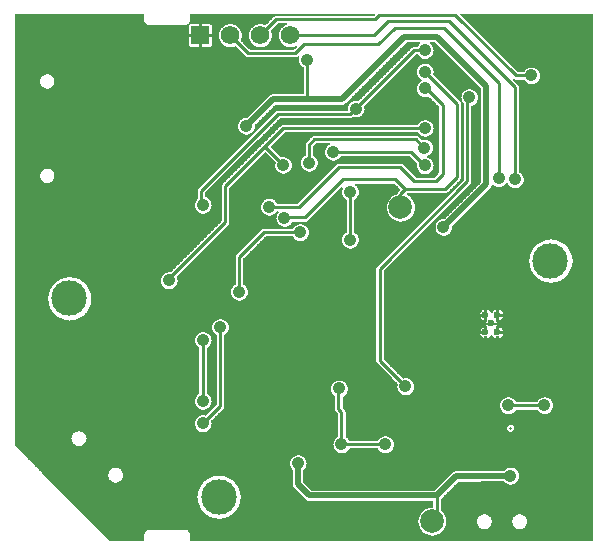
<source format=gbl>
%FSLAX33Y33*%
%MOMM*%
%ADD10C,0.0508*%
%ADD11C,0.254*%
%ADD12C,0.508*%
%ADD13C,1.0668*%
%ADD14R,1.57X1.57*%
%ADD15C,1.57*%
%ADD16C,2.*%
%ADD17C,3.*%
%ADD18C,0.6*%
D10*
%LNpour fill*%
G01*
X11516Y1001D02*
X11516Y1001D01*
X11516Y1002*
X11525Y1093*
X11526Y1096*
X11553Y1184*
X11554Y1186*
X11597Y1268*
X11599Y1270*
X11657Y1341*
X11659Y1343*
X11730Y1401*
X11732Y1403*
X11814Y1446*
X11816Y1447*
X11904Y1474*
X11907Y1475*
X11998Y1484*
X11999Y1484*
X15001Y1484*
X15002Y1484*
X15093Y1475*
X15096Y1474*
X15184Y1447*
X15186Y1446*
X15268Y1403*
X15270Y1401*
X15341Y1343*
X15343Y1341*
X15401Y1270*
X15403Y1268*
X15446Y1186*
X15447Y1184*
X15474Y1096*
X15475Y1093*
X15484Y1002*
X15484Y1001*
X15484Y0584*
X49516Y0584*
X49516Y45116*
X38383Y45116*
X38364Y45069*
X43202Y40232*
X43701Y40232*
X43803Y40380*
X43805Y40382*
X43940Y40502*
X43943Y40504*
X44103Y40588*
X44106Y40589*
X44282Y40632*
X44285Y40633*
X44465Y40633*
X44468Y40632*
X44644Y40589*
X44647Y40588*
X44807Y40504*
X44810Y40502*
X44945Y40382*
X44947Y40380*
X45050Y40231*
X45051Y40228*
X45115Y40059*
X45116Y40056*
X45138Y39877*
X45138Y39873*
X45116Y39694*
X45115Y39691*
X45051Y39522*
X45050Y39519*
X44947Y39370*
X44945Y39368*
X44810Y39248*
X44807Y39246*
X44647Y39162*
X44644Y39161*
X44468Y39118*
X44465Y39117*
X44285Y39117*
X44282Y39118*
X44106Y39161*
X44103Y39162*
X43943Y39246*
X43940Y39248*
X43805Y39368*
X43803Y39370*
X43701Y39518*
X43053Y39518*
X43052Y39518*
X42986Y39525*
X42983Y39525*
X42919Y39545*
X42916Y39546*
X42882Y39565*
X42843Y39512*
X43228Y39127*
X43228Y39126*
X43271Y39074*
X43272Y39072*
X43304Y39013*
X43305Y39010*
X43325Y38946*
X43325Y38943*
X43332Y38877*
X43332Y38876*
X43332Y31743*
X43407Y31704*
X43410Y31702*
X43545Y31582*
X43547Y31580*
X43650Y31431*
X43651Y31428*
X43715Y31259*
X43716Y31256*
X43738Y31077*
X43738Y31073*
X43716Y30894*
X43715Y30891*
X43651Y30722*
X43650Y30719*
X43547Y30570*
X43545Y30568*
X43410Y30448*
X43407Y30446*
X43247Y30362*
X43244Y30361*
X43068Y30318*
X43065Y30317*
X42885Y30317*
X42882Y30318*
X42706Y30361*
X42703Y30362*
X42543Y30446*
X42540Y30448*
X42405Y30568*
X42403Y30570*
X42300Y30719*
X42299Y30722*
X42284Y30760*
X42238Y30766*
X42172Y30670*
X42170Y30668*
X42035Y30548*
X42032Y30546*
X41872Y30462*
X41869Y30461*
X41693Y30418*
X41690Y30417*
X41510Y30417*
X41507Y30418*
X41331Y30461*
X41328Y30462*
X41168Y30546*
X41165Y30548*
X41072Y30631*
X41028Y30614*
X41025Y30578*
X41024Y30575*
X40997Y30487*
X40996Y30484*
X40953Y30403*
X40951Y30401*
X40893Y30330*
X40892Y30329*
X37694Y27131*
X37703Y27062*
X37703Y27059*
X37681Y26879*
X37680Y26876*
X37616Y26707*
X37615Y26704*
X37512Y26556*
X37510Y26553*
X37374Y26433*
X37372Y26432*
X37212Y26347*
X37209Y26346*
X37033Y26303*
X37030Y26303*
X36849Y26303*
X36846Y26303*
X36671Y26346*
X36668Y26347*
X36507Y26432*
X36505Y26433*
X36370Y26553*
X36368Y26556*
X36265Y26704*
X36263Y26707*
X36199Y26876*
X36198Y26879*
X36177Y27059*
X36177Y27062*
X36198Y27241*
X36199Y27244*
X36263Y27414*
X36265Y27416*
X36368Y27565*
X36370Y27567*
X36505Y27687*
X36507Y27689*
X36668Y27773*
X36671Y27774*
X36846Y27818*
X36849Y27818*
X37013Y27818*
X40066Y30871*
X40066Y38770*
X36150Y42687*
X35819Y42687*
X35801Y42638*
X35920Y42532*
X35922Y42530*
X36025Y42381*
X36026Y42378*
X36090Y42209*
X36091Y42206*
X36113Y42027*
X36113Y42023*
X36091Y41844*
X36090Y41841*
X36026Y41672*
X36025Y41669*
X35922Y41520*
X35920Y41518*
X35785Y41398*
X35782Y41396*
X35622Y41312*
X35619Y41311*
X35443Y41268*
X35440Y41267*
X35260Y41267*
X35257Y41268*
X35081Y41311*
X35078Y41312*
X34918Y41396*
X34915Y41398*
X34780Y41518*
X34778Y41520*
X34676Y41668*
X34598Y41668*
X30226Y37297*
X30240Y37259*
X30241Y37256*
X30263Y37077*
X30263Y37073*
X30241Y36894*
X30240Y36891*
X30176Y36722*
X30175Y36719*
X30072Y36570*
X30070Y36568*
X29935Y36448*
X29932Y36446*
X29772Y36362*
X29769Y36361*
X29593Y36318*
X29590Y36317*
X29410Y36317*
X29407Y36318*
X29275Y36350*
X29249Y36329*
X29247Y36328*
X29188Y36296*
X29185Y36295*
X29121Y36275*
X29118Y36275*
X29052Y36268*
X29051Y36268*
X23083Y36268*
X16786Y29971*
X16786Y29647*
X16819Y29639*
X16822Y29638*
X16982Y29554*
X16985Y29552*
X17120Y29432*
X17122Y29430*
X17225Y29281*
X17226Y29278*
X17290Y29109*
X17291Y29106*
X17313Y28927*
X17313Y28923*
X17291Y28744*
X17290Y28741*
X17226Y28572*
X17225Y28569*
X17122Y28420*
X17120Y28418*
X16985Y28298*
X16982Y28296*
X16822Y28212*
X16819Y28211*
X16643Y28168*
X16640Y28167*
X16460Y28167*
X16457Y28168*
X16281Y28211*
X16278Y28212*
X16118Y28296*
X16115Y28298*
X15980Y28418*
X15978Y28420*
X15875Y28569*
X15874Y28572*
X15810Y28741*
X15809Y28744*
X15787Y28923*
X15787Y28927*
X15809Y29106*
X15810Y29109*
X15874Y29278*
X15875Y29281*
X15978Y29430*
X15980Y29432*
X16073Y29514*
X16073Y30120*
X16073Y30121*
X16079Y30187*
X16080Y30190*
X16099Y30254*
X16100Y30257*
X16132Y30316*
X16133Y30318*
X16176Y30370*
X16177Y30371*
X22684Y36878*
X22685Y36878*
X22736Y36921*
X22738Y36922*
X22798Y36954*
X22800Y36955*
X22865Y36975*
X22867Y36975*
X22933Y36982*
X22935Y36982*
X28748Y36982*
X28737Y37073*
X28737Y37077*
X28759Y37256*
X28760Y37259*
X28824Y37428*
X28825Y37431*
X28928Y37580*
X28930Y37582*
X29065Y37702*
X29068Y37704*
X29228Y37788*
X29231Y37789*
X29407Y37832*
X29410Y37833*
X29590Y37833*
X29593Y37832*
X29721Y37801*
X34198Y42278*
X34199Y42278*
X34251Y42321*
X34253Y42322*
X34312Y42354*
X34315Y42355*
X34379Y42375*
X34382Y42375*
X34448Y42382*
X34449Y42382*
X34676Y42382*
X34778Y42530*
X34780Y42532*
X34899Y42638*
X34881Y42687*
X33821Y42687*
X28667Y37533*
X28666Y37532*
X28595Y37474*
X28593Y37472*
X28511Y37429*
X28509Y37428*
X28421Y37401*
X28418Y37400*
X28327Y37391*
X28326Y37391*
X22680Y37391*
X20969Y35681*
X20978Y35612*
X20978Y35609*
X20956Y35429*
X20955Y35426*
X20891Y35257*
X20890Y35254*
X20787Y35106*
X20785Y35103*
X20649Y34983*
X20647Y34982*
X20487Y34897*
X20484Y34896*
X20308Y34853*
X20305Y34853*
X20124Y34853*
X20121Y34853*
X19946Y34896*
X19943Y34897*
X19782Y34982*
X19780Y34983*
X19645Y35103*
X19643Y35106*
X19540Y35254*
X19538Y35257*
X19474Y35426*
X19473Y35429*
X19452Y35609*
X19452Y35612*
X19473Y35791*
X19474Y35794*
X19538Y35964*
X19540Y35966*
X19643Y36115*
X19645Y36117*
X19780Y36237*
X19782Y36239*
X19943Y36323*
X19946Y36324*
X20121Y36368*
X20124Y36368*
X20288Y36368*
X22138Y38217*
X22139Y38218*
X22210Y38276*
X22212Y38278*
X22293Y38321*
X22295Y38322*
X22384Y38349*
X22386Y38350*
X22477Y38359*
X22479Y38359*
X25018Y38359*
X25018Y40552*
X24943Y40592*
X24940Y40594*
X24805Y40714*
X24803Y40716*
X24700Y40865*
X24699Y40867*
X24635Y41037*
X24634Y41040*
X24612Y41219*
X24612Y41222*
X24634Y41402*
X24635Y41405*
X24651Y41448*
X24604Y41483*
X24574Y41458*
X24572Y41457*
X24513Y41425*
X24510Y41424*
X24446Y41405*
X24443Y41404*
X24377Y41398*
X24376Y41398*
X20375Y41398*
X20374Y41398*
X20307Y41404*
X20305Y41405*
X20240Y41424*
X20238Y41425*
X20179Y41457*
X20177Y41458*
X20125Y41501*
X20124Y41502*
X19270Y42355*
X19216Y42327*
X19213Y42326*
X18979Y42268*
X18976Y42268*
X18734Y42268*
X18731Y42268*
X18497Y42326*
X18494Y42327*
X18280Y42439*
X18277Y42441*
X18097Y42601*
X18095Y42603*
X17957Y42802*
X17956Y42805*
X17870Y43031*
X17870Y43034*
X17840Y43273*
X17840Y43277*
X17870Y43516*
X17870Y43519*
X17956Y43745*
X17957Y43748*
X18095Y43947*
X18097Y43949*
X18277Y44109*
X18280Y44111*
X18494Y44223*
X18497Y44224*
X18731Y44282*
X18734Y44282*
X18976Y44282*
X18979Y44282*
X19213Y44224*
X19216Y44223*
X19430Y44111*
X19433Y44109*
X19613Y43949*
X19615Y43947*
X19753Y43748*
X19754Y43745*
X19840Y43519*
X19840Y43516*
X19870Y43277*
X19870Y43273*
X19840Y43034*
X19840Y43031*
X19775Y42859*
X20523Y42111*
X24227Y42111*
X24452Y42335*
X24413Y42388*
X24296Y42327*
X24293Y42326*
X24059Y42268*
X24056Y42268*
X23814Y42268*
X23811Y42268*
X23577Y42326*
X23574Y42327*
X23360Y42439*
X23357Y42441*
X23177Y42601*
X23175Y42603*
X23037Y42802*
X23036Y42805*
X22950Y43031*
X22950Y43034*
X22920Y43273*
X22920Y43277*
X22950Y43516*
X22950Y43519*
X23036Y43745*
X23037Y43748*
X23175Y43947*
X23177Y43949*
X23357Y44109*
X23360Y44111*
X23597Y44235*
X23583Y44293*
X22918Y44293*
X22315Y43691*
X22380Y43519*
X22380Y43516*
X22410Y43277*
X22410Y43273*
X22380Y43034*
X22380Y43031*
X22294Y42805*
X22293Y42802*
X22155Y42603*
X22153Y42601*
X21973Y42441*
X21970Y42439*
X21756Y42327*
X21753Y42326*
X21519Y42268*
X21516Y42268*
X21274Y42268*
X21271Y42268*
X21037Y42326*
X21034Y42327*
X20820Y42439*
X20817Y42441*
X20637Y42601*
X20635Y42603*
X20497Y42802*
X20496Y42805*
X20410Y43031*
X20410Y43034*
X20380Y43273*
X20380Y43277*
X20410Y43516*
X20410Y43519*
X20496Y43745*
X20497Y43748*
X20635Y43947*
X20637Y43949*
X20817Y44109*
X20820Y44111*
X21034Y44223*
X21037Y44224*
X21271Y44282*
X21274Y44282*
X21516Y44282*
X21519Y44282*
X21753Y44224*
X21756Y44223*
X21810Y44195*
X22518Y44903*
X22519Y44903*
X22571Y44946*
X22573Y44947*
X22632Y44979*
X22635Y44980*
X22699Y45000*
X22702Y45000*
X22768Y45007*
X22769Y45007*
X31027Y45007*
X31090Y45069*
X31071Y45116*
X15484Y45116*
X15484Y44599*
X15484Y44598*
X15475Y44507*
X15474Y44504*
X15447Y44416*
X15446Y44414*
X15403Y44332*
X15401Y44330*
X15385Y44310*
X15420Y44262*
X15458Y44278*
X15460Y44279*
X15493Y44287*
X15495Y44287*
X15529Y44290*
X15530Y44290*
X16224Y44290*
X16239Y44275*
X16239Y44035*
X16391Y44035*
X16391Y44275*
X16406Y44290*
X17100Y44290*
X17101Y44290*
X17135Y44287*
X17137Y44287*
X17170Y44279*
X17172Y44278*
X17203Y44265*
X17205Y44264*
X17234Y44246*
X17236Y44245*
X17262Y44223*
X17263Y44222*
X17285Y44196*
X17286Y44194*
X17304Y44165*
X17305Y44163*
X17318Y44132*
X17319Y44130*
X17327Y44097*
X17327Y44095*
X17330Y44061*
X17330Y44060*
X17330Y43366*
X17315Y43351*
X17075Y43351*
X17075Y43199*
X17315Y43199*
X17330Y43184*
X17330Y42490*
X17330Y42489*
X17327Y42455*
X17327Y42453*
X17319Y42420*
X17318Y42418*
X17305Y42387*
X17304Y42385*
X17286Y42356*
X17285Y42354*
X17263Y42328*
X17262Y42327*
X17236Y42305*
X17234Y42304*
X17205Y42286*
X17203Y42285*
X17172Y42272*
X17170Y42271*
X17137Y42263*
X17135Y42263*
X17102Y42260*
X17101Y42260*
X16406Y42260*
X16391Y42275*
X16391Y42515*
X16239Y42515*
X16239Y42275*
X16224Y42260*
X15529Y42260*
X15528Y42260*
X15495Y42263*
X15493Y42263*
X15460Y42271*
X15458Y42272*
X15427Y42285*
X15425Y42286*
X15396Y42304*
X15394Y42305*
X15368Y42327*
X15367Y42328*
X15345Y42354*
X15344Y42356*
X15326Y42385*
X15325Y42387*
X15312Y42418*
X15311Y42420*
X15303Y42453*
X15303Y42455*
X15300Y42488*
X15300Y42489*
X15300Y43184*
X15315Y43199*
X15555Y43199*
X15555Y43351*
X15315Y43351*
X15300Y43366*
X15300Y44061*
X15300Y44062*
X15303Y44095*
X15303Y44097*
X15311Y44130*
X15312Y44132*
X15329Y44173*
X15289Y44209*
X15186Y44154*
X15184Y44153*
X15096Y44126*
X15093Y44125*
X15002Y44116*
X15001Y44116*
X11999Y44116*
X11998Y44116*
X11907Y44125*
X11904Y44126*
X11816Y44153*
X11814Y44154*
X11732Y44197*
X11730Y44199*
X11659Y44257*
X11657Y44259*
X11599Y44330*
X11597Y44332*
X11554Y44414*
X11553Y44416*
X11526Y44504*
X11525Y44507*
X11516Y44598*
X11516Y44599*
X11516Y45116*
X0659Y45116*
X0659Y8599*
X8602Y0584*
X11516Y0584*
X11516Y1001*
X33808Y12793D02*
X33808Y12793D01*
X33984Y12836*
X33987Y12837*
X34147Y12921*
X34149Y12923*
X34285Y13043*
X34287Y13045*
X34390Y13194*
X34391Y13197*
X34455Y13366*
X34456Y13369*
X34478Y13548*
X34478Y13552*
X34456Y13731*
X34455Y13734*
X34391Y13903*
X34390Y13906*
X34287Y14055*
X34285Y14057*
X34149Y14177*
X34147Y14179*
X33987Y14263*
X33984Y14264*
X33808Y14307*
X33805Y14308*
X33624Y14308*
X33621Y14307*
X33493Y14276*
X31882Y15887*
X31882Y23352*
X39178Y30648*
X39178Y30649*
X39221Y30701*
X39222Y30703*
X39254Y30762*
X39255Y30765*
X39275Y30829*
X39275Y30832*
X39282Y30898*
X39282Y30899*
X39282Y37283*
X39394Y37311*
X39397Y37312*
X39557Y37396*
X39560Y37398*
X39695Y37518*
X39697Y37520*
X39800Y37669*
X39801Y37672*
X39865Y37841*
X39866Y37844*
X39888Y38023*
X39888Y38027*
X39866Y38206*
X39865Y38209*
X39801Y38378*
X39800Y38381*
X39697Y38530*
X39695Y38532*
X39560Y38652*
X39557Y38654*
X39397Y38738*
X39394Y38739*
X39218Y38782*
X39215Y38783*
X39035Y38783*
X39032Y38782*
X38856Y38739*
X38853Y38738*
X38693Y38654*
X38690Y38652*
X38555Y38532*
X38553Y38530*
X38450Y38381*
X38449Y38378*
X38385Y38209*
X38384Y38206*
X38362Y38027*
X38362Y38023*
X38384Y37844*
X38385Y37841*
X38439Y37697*
X38383Y37665*
X38353Y37701*
X38353Y37702*
X36076Y39978*
X36090Y40016*
X36091Y40019*
X36113Y40198*
X36113Y40202*
X36091Y40381*
X36090Y40384*
X36026Y40553*
X36025Y40556*
X35922Y40705*
X35920Y40707*
X35785Y40827*
X35782Y40829*
X35622Y40913*
X35619Y40914*
X35443Y40957*
X35440Y40958*
X35260Y40958*
X35257Y40957*
X35081Y40914*
X35078Y40913*
X34918Y40829*
X34915Y40827*
X34780Y40707*
X34778Y40705*
X34675Y40556*
X34674Y40553*
X34610Y40384*
X34609Y40381*
X34587Y40202*
X34587Y40198*
X34609Y40019*
X34610Y40016*
X34674Y39847*
X34675Y39844*
X34778Y39695*
X34780Y39693*
X34915Y39573*
X34918Y39571*
X35033Y39511*
X35033Y39464*
X34918Y39404*
X34915Y39402*
X34780Y39282*
X34778Y39280*
X34675Y39131*
X34674Y39128*
X34610Y38959*
X34609Y38956*
X34587Y38777*
X34587Y38773*
X34609Y38594*
X34610Y38591*
X34674Y38422*
X34675Y38419*
X34778Y38270*
X34780Y38268*
X34915Y38148*
X34918Y38146*
X35078Y38062*
X35081Y38061*
X35257Y38018*
X35260Y38017*
X35440Y38017*
X35443Y38018*
X35619Y38061*
X35622Y38062*
X35646Y38075*
X36518Y37202*
X36518Y31698*
X36127Y31307*
X34623Y31307*
X33552Y32378*
X33551Y32378*
X33499Y32421*
X33497Y32422*
X33438Y32454*
X33435Y32455*
X33371Y32475*
X33368Y32475*
X33302Y32482*
X33301Y32482*
X28064Y32482*
X28063Y32482*
X27996Y32475*
X27994Y32475*
X27929Y32455*
X27927Y32454*
X27868Y32422*
X27865Y32421*
X27814Y32378*
X27813Y32378*
X24517Y29082*
X22845Y29082*
X22837Y29103*
X22835Y29106*
X22732Y29255*
X22730Y29257*
X22595Y29377*
X22593Y29379*
X22432Y29463*
X22429Y29464*
X22254Y29507*
X22251Y29508*
X22070Y29508*
X22067Y29507*
X21891Y29464*
X21888Y29463*
X21728Y29379*
X21726Y29377*
X21590Y29257*
X21588Y29255*
X21485Y29106*
X21484Y29103*
X21420Y28934*
X21419Y28931*
X21397Y28752*
X21397Y28748*
X21419Y28569*
X21420Y28566*
X21484Y28397*
X21485Y28394*
X21588Y28245*
X21590Y28243*
X21726Y28123*
X21728Y28121*
X21888Y28037*
X21891Y28036*
X22067Y27993*
X22070Y27992*
X22251Y27992*
X22254Y27993*
X22429Y28036*
X22432Y28037*
X22593Y28121*
X22595Y28123*
X22730Y28243*
X22732Y28245*
X22818Y28368*
X22878Y28368*
X22899Y28328*
X22800Y28184*
X22799Y28181*
X22735Y28012*
X22734Y28009*
X22712Y27830*
X22712Y27827*
X22734Y27647*
X22735Y27644*
X22799Y27475*
X22800Y27472*
X22903Y27323*
X22905Y27321*
X23040Y27201*
X23043Y27199*
X23203Y27115*
X23206Y27114*
X23382Y27071*
X23385Y27071*
X23565Y27071*
X23568Y27071*
X23744Y27114*
X23747Y27115*
X23907Y27199*
X23910Y27201*
X24045Y27321*
X24047Y27323*
X24150Y27472*
X24151Y27475*
X24160Y27497*
X25229Y27497*
X25230Y27497*
X25297Y27503*
X25299Y27504*
X25363Y27523*
X25366Y27524*
X25425Y27556*
X25427Y27557*
X25479Y27600*
X25480Y27601*
X28277Y30398*
X28329Y30364*
X28270Y30209*
X28269Y30206*
X28247Y30027*
X28247Y30023*
X28269Y29844*
X28270Y29841*
X28334Y29672*
X28335Y29669*
X28438Y29520*
X28440Y29518*
X28576Y29398*
X28578Y29396*
X28654Y29357*
X28654Y26643*
X28578Y26604*
X28576Y26602*
X28440Y26482*
X28438Y26480*
X28335Y26331*
X28334Y26328*
X28270Y26159*
X28269Y26156*
X28247Y25977*
X28247Y25973*
X28269Y25794*
X28270Y25791*
X28334Y25622*
X28335Y25619*
X28438Y25470*
X28440Y25468*
X28576Y25348*
X28578Y25346*
X28738Y25262*
X28741Y25261*
X28917Y25218*
X28920Y25217*
X29101Y25217*
X29104Y25218*
X29279Y25261*
X29282Y25262*
X29443Y25346*
X29445Y25348*
X29580Y25468*
X29582Y25470*
X29685Y25619*
X29687Y25622*
X29751Y25791*
X29752Y25794*
X29773Y25973*
X29773Y25977*
X29752Y26156*
X29751Y26159*
X29687Y26328*
X29685Y26331*
X29582Y26480*
X29580Y26482*
X29445Y26602*
X29443Y26604*
X29367Y26643*
X29367Y29357*
X29443Y29396*
X29445Y29398*
X29580Y29518*
X29582Y29520*
X29685Y29669*
X29687Y29672*
X29751Y29841*
X29752Y29844*
X29773Y30023*
X29773Y30027*
X29752Y30206*
X29751Y30209*
X29687Y30378*
X29685Y30381*
X29582Y30530*
X29580Y30532*
X29426Y30669*
X29444Y30718*
X32727Y30718*
X33208Y30237*
X33047Y30077*
X33047Y30076*
X33004Y30024*
X33003Y30022*
X32971Y29963*
X32970Y29960*
X32950Y29893*
X32768Y29829*
X32765Y29828*
X32534Y29683*
X32532Y29681*
X32340Y29488*
X32338Y29486*
X32193Y29255*
X32192Y29253*
X32102Y28996*
X32101Y28993*
X32070Y28722*
X32070Y28719*
X32101Y28448*
X32102Y28446*
X32192Y28188*
X32193Y28186*
X32338Y27955*
X32340Y27953*
X32532Y27760*
X32534Y27758*
X32765Y27613*
X32768Y27612*
X33025Y27522*
X33028Y27522*
X33299Y27491*
X33301Y27491*
X33572Y27522*
X33575Y27522*
X33832Y27612*
X33835Y27613*
X34066Y27758*
X34068Y27760*
X34260Y27953*
X34262Y27955*
X34407Y28186*
X34408Y28188*
X34498Y28446*
X34499Y28448*
X34530Y28719*
X34530Y28722*
X34499Y28993*
X34498Y28996*
X34408Y29253*
X34407Y29255*
X34262Y29486*
X34260Y29488*
X34068Y29681*
X34066Y29683*
X33818Y29839*
X33873Y29893*
X37051Y29893*
X37052Y29893*
X37118Y29900*
X37121Y29900*
X37185Y29920*
X37188Y29921*
X37247Y29953*
X37249Y29954*
X37301Y29997*
X37302Y29997*
X38353Y31048*
X38353Y31049*
X38396Y31101*
X38397Y31103*
X38429Y31162*
X38430Y31165*
X38450Y31229*
X38450Y31232*
X38457Y31298*
X38457Y31299*
X38457Y37451*
X38457Y37452*
X38450Y37518*
X38450Y37521*
X38430Y37584*
X38489Y37613*
X38553Y37520*
X38555Y37518*
X38568Y37506*
X38568Y31048*
X31272Y23752*
X31272Y23751*
X31229Y23699*
X31228Y23697*
X31196Y23638*
X31195Y23635*
X31175Y23571*
X31175Y23568*
X31168Y23502*
X31168Y23501*
X31168Y15739*
X31168Y15738*
X31175Y15671*
X31175Y15669*
X31195Y15604*
X31196Y15602*
X31228Y15543*
X31229Y15540*
X31272Y15489*
X31272Y15488*
X32988Y13772*
X32974Y13734*
X32973Y13731*
X32952Y13552*
X32952Y13548*
X32973Y13369*
X32974Y13366*
X33038Y13197*
X33040Y13194*
X33143Y13045*
X33145Y13043*
X33280Y12923*
X33282Y12921*
X33443Y12837*
X33446Y12836*
X33621Y12793*
X33624Y12792*
X33805Y12792*
X33808Y12793*
X3430Y38761D02*
X3430Y38761D01*
X3581Y38798*
X3584Y38799*
X3721Y38871*
X3723Y38873*
X3839Y38975*
X3841Y38977*
X3929Y39105*
X3930Y39108*
X3985Y39252*
X3986Y39255*
X4005Y39409*
X4005Y39412*
X3986Y39566*
X3985Y39569*
X3930Y39713*
X3929Y39716*
X3841Y39843*
X3839Y39846*
X3723Y39948*
X3721Y39950*
X3584Y40022*
X3581Y40023*
X3430Y40060*
X3427Y40060*
X3273Y40060*
X3270Y40060*
X3119Y40023*
X3116Y40022*
X2979Y39950*
X2977Y39948*
X2861Y39846*
X2859Y39843*
X2771Y39716*
X2770Y39713*
X2715Y39569*
X2714Y39566*
X2695Y39412*
X2695Y39409*
X2714Y39255*
X2715Y39252*
X2770Y39108*
X2771Y39105*
X2859Y38977*
X2861Y38975*
X2977Y38873*
X2979Y38871*
X3116Y38799*
X3119Y38798*
X3270Y38761*
X3273Y38760*
X3427Y38760*
X3430Y38761*
X13768Y21768D02*
X13768Y21768D01*
X13944Y21811*
X13947Y21812*
X14107Y21896*
X14110Y21898*
X14245Y22018*
X14247Y22020*
X14350Y22169*
X14351Y22172*
X14415Y22341*
X14416Y22344*
X14438Y22523*
X14438Y22527*
X14416Y22706*
X14415Y22709*
X14360Y22856*
X18717Y27213*
X18718Y27214*
X18760Y27265*
X18762Y27268*
X18794Y27327*
X18795Y27329*
X18814Y27394*
X18815Y27396*
X18821Y27463*
X18821Y27464*
X18821Y30377*
X21797Y33353*
X22638Y32511*
X22624Y32474*
X22623Y32471*
X22602Y32291*
X22602Y32288*
X22623Y32109*
X22624Y32106*
X22688Y31936*
X22690Y31934*
X22793Y31785*
X22795Y31783*
X22930Y31663*
X22932Y31661*
X23093Y31577*
X23096Y31576*
X23271Y31532*
X23274Y31532*
X23455Y31532*
X23458Y31532*
X23634Y31576*
X23637Y31577*
X23797Y31661*
X23799Y31663*
X23935Y31783*
X23937Y31785*
X24040Y31934*
X24041Y31936*
X24105Y32106*
X24106Y32109*
X24128Y32288*
X24128Y32291*
X24106Y32471*
X24105Y32474*
X24041Y32643*
X24040Y32646*
X23937Y32794*
X23935Y32797*
X23799Y32917*
X23797Y32918*
X23637Y33003*
X23634Y33004*
X23458Y33047*
X23455Y33047*
X23274Y33047*
X23271Y33047*
X23143Y33015*
X22301Y33857*
X23512Y35068*
X34676Y35068*
X34778Y34920*
X34780Y34918*
X34915Y34798*
X34918Y34796*
X35078Y34712*
X35081Y34711*
X35257Y34668*
X35260Y34667*
X35440Y34667*
X35443Y34668*
X35619Y34711*
X35622Y34712*
X35782Y34796*
X35785Y34798*
X35920Y34918*
X35922Y34920*
X36025Y35069*
X36026Y35072*
X36090Y35241*
X36091Y35244*
X36113Y35423*
X36113Y35427*
X36091Y35606*
X36090Y35609*
X36026Y35778*
X36025Y35781*
X35922Y35930*
X35920Y35932*
X35785Y36052*
X35782Y36054*
X35622Y36138*
X35619Y36139*
X35443Y36182*
X35440Y36183*
X35260Y36183*
X35257Y36182*
X35081Y36139*
X35078Y36138*
X34918Y36054*
X34915Y36052*
X34780Y35932*
X34778Y35930*
X34676Y35782*
X23364Y35782*
X23363Y35782*
X23296Y35775*
X23294Y35775*
X23229Y35755*
X23227Y35754*
X23168Y35722*
X23165Y35721*
X23114Y35678*
X23113Y35678*
X18212Y30777*
X18211Y30776*
X18169Y30724*
X18167Y30722*
X18136Y30663*
X18135Y30660*
X18115Y30596*
X18115Y30593*
X18108Y30527*
X18108Y30526*
X18108Y27612*
X13778Y23283*
X13585Y23283*
X13582Y23282*
X13406Y23239*
X13403Y23238*
X13243Y23154*
X13240Y23152*
X13105Y23032*
X13103Y23030*
X13000Y22881*
X12999Y22878*
X12935Y22709*
X12934Y22706*
X12912Y22527*
X12912Y22523*
X12934Y22344*
X12935Y22341*
X12999Y22172*
X13000Y22169*
X13103Y22020*
X13105Y22018*
X13240Y21898*
X13243Y21896*
X13403Y21812*
X13406Y21811*
X13582Y21768*
X13585Y21767*
X13765Y21767*
X13768Y21768*
X35443Y31518D02*
X35443Y31518D01*
X35619Y31561*
X35622Y31562*
X35782Y31646*
X35785Y31648*
X35920Y31768*
X35922Y31770*
X36025Y31919*
X36026Y31922*
X36090Y32091*
X36091Y32094*
X36113Y32273*
X36113Y32277*
X36091Y32456*
X36090Y32459*
X36026Y32628*
X36025Y32631*
X35922Y32780*
X35920Y32782*
X35785Y32902*
X35782Y32904*
X35622Y32988*
X35619Y32989*
X35564Y33002*
X35558Y33055*
X35732Y33146*
X35735Y33148*
X35870Y33268*
X35872Y33270*
X35975Y33419*
X35976Y33422*
X36040Y33591*
X36041Y33594*
X36063Y33773*
X36063Y33777*
X36041Y33956*
X36040Y33959*
X35976Y34128*
X35975Y34131*
X35872Y34280*
X35870Y34282*
X35735Y34402*
X35732Y34404*
X35572Y34488*
X35569Y34489*
X35393Y34532*
X35390Y34533*
X35210Y34533*
X35207Y34532*
X35079Y34501*
X34827Y34753*
X34826Y34753*
X34774Y34796*
X34772Y34797*
X34713Y34829*
X34710Y34830*
X34646Y34850*
X34643Y34850*
X34577Y34857*
X34576Y34857*
X26010Y34857*
X26008Y34857*
X25942Y34850*
X25940Y34850*
X25875Y34830*
X25873Y34829*
X25813Y34797*
X25811Y34796*
X25760Y34753*
X25759Y34753*
X25283Y34277*
X25282Y34276*
X25240Y34224*
X25238Y34222*
X25206Y34163*
X25205Y34160*
X25186Y34096*
X25185Y34093*
X25179Y34027*
X25179Y34026*
X25179Y33168*
X25103Y33129*
X25101Y33127*
X24965Y33007*
X24963Y33005*
X24860Y32856*
X24859Y32853*
X24795Y32684*
X24794Y32681*
X24772Y32502*
X24772Y32498*
X24794Y32319*
X24795Y32316*
X24859Y32147*
X24860Y32144*
X24963Y31995*
X24965Y31993*
X25101Y31873*
X25103Y31871*
X25263Y31787*
X25266Y31786*
X25442Y31743*
X25445Y31742*
X25626Y31742*
X25629Y31743*
X25804Y31786*
X25807Y31787*
X25968Y31871*
X25970Y31873*
X26105Y31993*
X26107Y31995*
X26210Y32144*
X26212Y32147*
X26276Y32316*
X26277Y32319*
X26298Y32498*
X26298Y32502*
X26277Y32681*
X26276Y32684*
X26212Y32853*
X26210Y32856*
X26107Y33005*
X26105Y33007*
X25970Y33127*
X25968Y33129*
X25892Y33168*
X25892Y33877*
X26158Y34143*
X27217Y34143*
X27231Y34085*
X27143Y34039*
X27140Y34037*
X27005Y33917*
X27003Y33915*
X26900Y33766*
X26899Y33764*
X26835Y33594*
X26834Y33591*
X26812Y33412*
X26812Y33409*
X26834Y33229*
X26835Y33226*
X26899Y33057*
X26900Y33054*
X27003Y32906*
X27005Y32903*
X27140Y32783*
X27143Y32782*
X27303Y32697*
X27306Y32696*
X27482Y32653*
X27485Y32653*
X27665Y32653*
X27668Y32653*
X27844Y32696*
X27847Y32697*
X28007Y32782*
X28010Y32783*
X28145Y32903*
X28147Y32906*
X28260Y33068*
X34002Y33068*
X34609Y32461*
X34587Y32277*
X34587Y32273*
X34609Y32094*
X34610Y32091*
X34674Y31922*
X34675Y31919*
X34778Y31770*
X34780Y31768*
X34915Y31648*
X34918Y31646*
X35078Y31562*
X35081Y31561*
X35257Y31518*
X35260Y31517*
X35440Y31517*
X35443Y31518*
X3430Y30761D02*
X3430Y30761D01*
X3581Y30798*
X3584Y30799*
X3721Y30871*
X3723Y30873*
X3839Y30975*
X3841Y30977*
X3929Y31105*
X3930Y31108*
X3985Y31252*
X3986Y31255*
X4005Y31409*
X4005Y31412*
X3986Y31566*
X3985Y31569*
X3930Y31713*
X3929Y31716*
X3841Y31843*
X3839Y31846*
X3723Y31948*
X3721Y31950*
X3584Y32022*
X3581Y32023*
X3430Y32060*
X3427Y32060*
X3273Y32060*
X3270Y32060*
X3119Y32023*
X3116Y32022*
X2979Y31950*
X2977Y31948*
X2861Y31846*
X2859Y31843*
X2771Y31716*
X2770Y31713*
X2715Y31569*
X2714Y31566*
X2695Y31412*
X2695Y31409*
X2714Y31255*
X2715Y31252*
X2770Y31108*
X2771Y31105*
X2859Y30977*
X2861Y30975*
X2977Y30873*
X2979Y30871*
X3116Y30799*
X3119Y30798*
X3270Y30761*
X3273Y30760*
X3427Y30760*
X3430Y30761*
X19718Y20818D02*
X19718Y20818D01*
X19894Y20861*
X19897Y20862*
X20057Y20946*
X20060Y20948*
X20195Y21068*
X20197Y21070*
X20300Y21219*
X20301Y21222*
X20365Y21391*
X20366Y21394*
X20388Y21573*
X20388Y21577*
X20366Y21756*
X20365Y21759*
X20301Y21928*
X20300Y21931*
X20197Y22080*
X20195Y22082*
X20060Y22202*
X20057Y22204*
X19982Y22243*
X19982Y24363*
X21873Y26254*
X24111Y26254*
X24213Y26106*
X24215Y26103*
X24351Y25983*
X24353Y25982*
X24513Y25897*
X24516Y25896*
X24692Y25853*
X24695Y25853*
X24876Y25853*
X24879Y25853*
X25054Y25896*
X25057Y25897*
X25218Y25982*
X25220Y25983*
X25355Y26103*
X25357Y26106*
X25460Y26254*
X25462Y26257*
X25526Y26426*
X25527Y26429*
X25548Y26609*
X25548Y26612*
X25527Y26791*
X25526Y26794*
X25462Y26964*
X25460Y26966*
X25357Y27115*
X25355Y27117*
X25220Y27237*
X25218Y27239*
X25057Y27323*
X25054Y27324*
X24879Y27368*
X24876Y27368*
X24695Y27368*
X24692Y27368*
X24516Y27324*
X24513Y27323*
X24353Y27239*
X24351Y27237*
X24215Y27117*
X24213Y27115*
X24111Y26967*
X21724Y26967*
X21723Y26967*
X21657Y26960*
X21654Y26960*
X21590Y26940*
X21587Y26939*
X21528Y26908*
X21526Y26906*
X21474Y26864*
X21473Y26863*
X19372Y24762*
X19372Y24761*
X19329Y24710*
X19328Y24707*
X19296Y24648*
X19295Y24646*
X19275Y24581*
X19275Y24579*
X19268Y24512*
X19268Y24511*
X19268Y22243*
X19193Y22204*
X19190Y22202*
X19055Y22082*
X19053Y22080*
X18950Y21931*
X18949Y21928*
X18885Y21759*
X18884Y21756*
X18862Y21577*
X18862Y21573*
X18884Y21394*
X18885Y21391*
X18949Y21222*
X18950Y21219*
X19053Y21070*
X19055Y21068*
X19190Y20948*
X19193Y20946*
X19353Y20862*
X19356Y20861*
X19532Y20818*
X19535Y20817*
X19715Y20817*
X19718Y20818*
X46417Y22367D02*
X46417Y22367D01*
X46420Y22368*
X46814Y22506*
X46817Y22507*
X47171Y22730*
X47173Y22731*
X47469Y23027*
X47470Y23029*
X47693Y23383*
X47694Y23386*
X47832Y23780*
X47833Y23783*
X47880Y24199*
X47880Y24201*
X47833Y24617*
X47832Y24620*
X47694Y25014*
X47693Y25017*
X47470Y25371*
X47469Y25373*
X47173Y25669*
X47171Y25670*
X46817Y25893*
X46814Y25894*
X46420Y26032*
X46417Y26033*
X46001Y26080*
X45999Y26080*
X45583Y26033*
X45580Y26032*
X45186Y25894*
X45183Y25893*
X44829Y25670*
X44827Y25669*
X44531Y25373*
X44530Y25371*
X44307Y25017*
X44306Y25014*
X44168Y24620*
X44167Y24617*
X44120Y24201*
X44120Y24199*
X44167Y23783*
X44168Y23780*
X44306Y23386*
X44307Y23383*
X44530Y23029*
X44531Y23027*
X44827Y22731*
X44829Y22730*
X45183Y22507*
X45186Y22506*
X45580Y22368*
X45583Y22367*
X45999Y22320*
X46001Y22320*
X46417Y22367*
X5667Y19167D02*
X5667Y19167D01*
X5670Y19168*
X6064Y19306*
X6067Y19307*
X6421Y19530*
X6423Y19531*
X6719Y19827*
X6720Y19829*
X6943Y20183*
X6944Y20186*
X7082Y20580*
X7083Y20583*
X7130Y20999*
X7130Y21001*
X7083Y21417*
X7082Y21420*
X6944Y21814*
X6943Y21817*
X6720Y22171*
X6719Y22173*
X6423Y22469*
X6421Y22470*
X6067Y22693*
X6064Y22694*
X5670Y22832*
X5667Y22833*
X5251Y22880*
X5249Y22880*
X4833Y22833*
X4830Y22832*
X4436Y22694*
X4433Y22693*
X4079Y22470*
X4077Y22469*
X3781Y22173*
X3780Y22171*
X3557Y21817*
X3556Y21814*
X3418Y21420*
X3417Y21417*
X3370Y21001*
X3370Y20999*
X3417Y20583*
X3418Y20580*
X3556Y20186*
X3557Y20183*
X3780Y19829*
X3781Y19827*
X4077Y19531*
X4079Y19530*
X4433Y19307*
X4436Y19306*
X4830Y19168*
X4833Y19167*
X5249Y19120*
X5251Y19120*
X5667Y19167*
X41399Y17622D02*
X41399Y17622D01*
X41399Y17850*
X41551Y17850*
X41551Y17622*
X41571Y17607*
X41661Y17629*
X41664Y17630*
X41775Y17688*
X41777Y17690*
X41870Y17773*
X41872Y17775*
X41943Y17878*
X41945Y17880*
X41989Y17997*
X41990Y18000*
X41993Y18032*
X41978Y18049*
X41750Y18049*
X41750Y18201*
X41978Y18201*
X41993Y18218*
X41990Y18250*
X41989Y18253*
X41945Y18370*
X41943Y18372*
X41872Y18475*
X41870Y18477*
X41777Y18560*
X41775Y18562*
X41664Y18620*
X41661Y18621*
X41571Y18643*
X41551Y18628*
X41551Y18400*
X41399Y18400*
X41399Y18654*
X41444Y18654*
X41457Y18663*
X41489Y18747*
X41490Y18750*
X41493Y18782*
X41478Y18799*
X41250Y18799*
X41250Y18951*
X41478Y18951*
X41493Y18968*
X41490Y19000*
X41489Y19003*
X41457Y19087*
X41444Y19096*
X41399Y19096*
X41399Y19350*
X41551Y19350*
X41551Y19122*
X41571Y19107*
X41661Y19129*
X41664Y19130*
X41775Y19188*
X41777Y19190*
X41870Y19273*
X41872Y19275*
X41943Y19378*
X41945Y19380*
X41989Y19497*
X41990Y19500*
X41993Y19532*
X41978Y19549*
X41750Y19549*
X41750Y19701*
X41978Y19701*
X41993Y19718*
X41990Y19750*
X41989Y19753*
X41945Y19870*
X41943Y19872*
X41872Y19975*
X41870Y19977*
X41777Y20060*
X41775Y20062*
X41664Y20120*
X41661Y20121*
X41571Y20143*
X41551Y20128*
X41551Y19900*
X41399Y19900*
X41399Y20128*
X41379Y20143*
X41289Y20121*
X41286Y20120*
X41175Y20062*
X41173Y20060*
X41080Y19977*
X41078Y19975*
X40975Y19826*
X40872Y19975*
X40870Y19977*
X40777Y20060*
X40775Y20062*
X40664Y20120*
X40661Y20121*
X40571Y20143*
X40551Y20128*
X40551Y19900*
X40399Y19900*
X40399Y20128*
X40379Y20143*
X40289Y20121*
X40286Y20120*
X40175Y20062*
X40173Y20060*
X40080Y19977*
X40078Y19975*
X40007Y19872*
X40005Y19870*
X39961Y19753*
X39960Y19750*
X39957Y19718*
X39972Y19701*
X40200Y19701*
X40200Y19549*
X39972Y19549*
X39957Y19532*
X39960Y19500*
X39961Y19497*
X40005Y19380*
X40007Y19378*
X40078Y19275*
X40080Y19273*
X40173Y19190*
X40175Y19188*
X40286Y19130*
X40289Y19129*
X40379Y19107*
X40399Y19122*
X40399Y19350*
X40551Y19350*
X40551Y19096*
X40506Y19096*
X40493Y19087*
X40461Y19003*
X40460Y19000*
X40457Y18968*
X40472Y18951*
X40700Y18951*
X40700Y18799*
X40472Y18799*
X40457Y18782*
X40460Y18750*
X40461Y18747*
X40493Y18663*
X40506Y18654*
X40551Y18654*
X40551Y18400*
X40399Y18400*
X40399Y18628*
X40379Y18643*
X40289Y18621*
X40286Y18620*
X40175Y18562*
X40173Y18560*
X40080Y18477*
X40078Y18475*
X40007Y18372*
X40005Y18370*
X39961Y18253*
X39960Y18250*
X39957Y18218*
X39972Y18201*
X40200Y18201*
X40200Y18049*
X39972Y18049*
X39957Y18032*
X39960Y18000*
X39961Y17997*
X40005Y17880*
X40007Y17878*
X40078Y17775*
X40080Y17773*
X40173Y17690*
X40175Y17688*
X40286Y17630*
X40289Y17629*
X40379Y17607*
X40399Y17622*
X40399Y17850*
X40551Y17850*
X40551Y17622*
X40571Y17607*
X40661Y17629*
X40664Y17630*
X40775Y17688*
X40777Y17690*
X40870Y17773*
X40872Y17775*
X40975Y17924*
X41078Y17775*
X41080Y17773*
X41173Y17690*
X41175Y17688*
X41286Y17630*
X41289Y17629*
X41379Y17607*
X41399Y17622*
X16643Y9668D02*
X16643Y9668D01*
X16819Y9711*
X16822Y9712*
X16982Y9796*
X16985Y9798*
X17120Y9918*
X17122Y9920*
X17225Y10069*
X17226Y10072*
X17290Y10241*
X17291Y10244*
X17313Y10423*
X17313Y10427*
X17291Y10606*
X17290Y10609*
X17276Y10647*
X18278Y11648*
X18278Y11649*
X18321Y11701*
X18322Y11703*
X18354Y11762*
X18355Y11765*
X18375Y11829*
X18375Y11832*
X18382Y11898*
X18382Y11899*
X18382Y17907*
X18457Y17946*
X18460Y17948*
X18595Y18068*
X18597Y18070*
X18700Y18219*
X18701Y18222*
X18765Y18391*
X18766Y18394*
X18788Y18573*
X18788Y18577*
X18766Y18756*
X18765Y18759*
X18701Y18928*
X18700Y18931*
X18597Y19080*
X18595Y19082*
X18460Y19202*
X18457Y19204*
X18297Y19288*
X18294Y19289*
X18118Y19332*
X18115Y19333*
X17935Y19333*
X17932Y19332*
X17756Y19289*
X17753Y19288*
X17593Y19204*
X17590Y19202*
X17455Y19082*
X17453Y19080*
X17350Y18931*
X17349Y18928*
X17285Y18759*
X17284Y18756*
X17262Y18577*
X17262Y18573*
X17284Y18394*
X17285Y18391*
X17349Y18222*
X17350Y18219*
X17453Y18070*
X17455Y18068*
X17590Y17948*
X17593Y17946*
X17668Y17907*
X17668Y12048*
X16771Y11151*
X16643Y11182*
X16640Y11183*
X16460Y11183*
X16457Y11182*
X16281Y11139*
X16278Y11138*
X16118Y11054*
X16115Y11052*
X15980Y10932*
X15978Y10930*
X15875Y10781*
X15874Y10778*
X15810Y10609*
X15809Y10606*
X15787Y10427*
X15787Y10423*
X15809Y10244*
X15810Y10241*
X15874Y10072*
X15875Y10069*
X15978Y9920*
X15980Y9918*
X16115Y9798*
X16118Y9796*
X16278Y9712*
X16281Y9711*
X16457Y9668*
X16460Y9667*
X16640Y9667*
X16643Y9668*
X16643Y11568D02*
X16643Y11568D01*
X16819Y11611*
X16822Y11612*
X16982Y11696*
X16985Y11698*
X17120Y11818*
X17122Y11820*
X17225Y11969*
X17226Y11972*
X17290Y12141*
X17291Y12144*
X17313Y12323*
X17313Y12327*
X17291Y12506*
X17290Y12509*
X17226Y12678*
X17225Y12681*
X17122Y12830*
X17120Y12832*
X16985Y12952*
X16982Y12954*
X16907Y12993*
X16907Y16807*
X16982Y16846*
X16985Y16848*
X17120Y16968*
X17122Y16970*
X17225Y17119*
X17226Y17122*
X17290Y17291*
X17291Y17294*
X17313Y17473*
X17313Y17477*
X17291Y17656*
X17290Y17659*
X17226Y17828*
X17225Y17831*
X17122Y17980*
X17120Y17982*
X16985Y18102*
X16982Y18104*
X16822Y18188*
X16819Y18189*
X16643Y18232*
X16640Y18233*
X16460Y18233*
X16457Y18232*
X16281Y18189*
X16278Y18188*
X16118Y18104*
X16115Y18102*
X15980Y17982*
X15978Y17980*
X15875Y17831*
X15874Y17828*
X15810Y17659*
X15809Y17656*
X15787Y17477*
X15787Y17473*
X15809Y17294*
X15810Y17291*
X15874Y17122*
X15875Y17119*
X15978Y16970*
X15980Y16968*
X16115Y16848*
X16118Y16846*
X16193Y16807*
X16193Y12993*
X16118Y12954*
X16115Y12952*
X15980Y12832*
X15978Y12830*
X15875Y12681*
X15874Y12678*
X15810Y12509*
X15809Y12506*
X15787Y12327*
X15787Y12323*
X15809Y12144*
X15810Y12141*
X15874Y11972*
X15875Y11969*
X15978Y11820*
X15980Y11818*
X16115Y11698*
X16118Y11696*
X16278Y11612*
X16281Y11611*
X16457Y11568*
X16460Y11567*
X16640Y11567*
X16643Y11568*
X28389Y7887D02*
X28389Y7887D01*
X28565Y7930*
X28568Y7931*
X28728Y8015*
X28731Y8017*
X28866Y8137*
X28868Y8139*
X28971Y8288*
X28972Y8291*
X28984Y8323*
X31301Y8323*
X31313Y8291*
X31315Y8288*
X31418Y8139*
X31420Y8137*
X31555Y8017*
X31557Y8015*
X31718Y7931*
X31721Y7930*
X31896Y7887*
X31899Y7887*
X32080Y7887*
X32083Y7887*
X32259Y7930*
X32262Y7931*
X32422Y8015*
X32424Y8017*
X32560Y8137*
X32562Y8139*
X32665Y8288*
X32666Y8291*
X32730Y8460*
X32731Y8463*
X32753Y8643*
X32753Y8646*
X32731Y8825*
X32730Y8828*
X32666Y8998*
X32665Y9000*
X32562Y9149*
X32560Y9151*
X32424Y9271*
X32422Y9273*
X32262Y9357*
X32259Y9358*
X32083Y9402*
X32080Y9402*
X31899Y9402*
X31896Y9402*
X31721Y9358*
X31718Y9357*
X31557Y9273*
X31555Y9271*
X31420Y9151*
X31418Y9149*
X31340Y9036*
X28946Y9036*
X28868Y9149*
X28866Y9151*
X28731Y9271*
X28728Y9273*
X28657Y9311*
X28657Y11265*
X28657Y11267*
X28651Y11320*
X28657Y11374*
X28657Y11376*
X28650Y11443*
X28650Y11446*
X28630Y11510*
X28629Y11513*
X28597Y11572*
X28596Y11574*
X28553Y11626*
X28553Y11627*
X28403Y11777*
X28403Y12688*
X28514Y12746*
X28516Y12748*
X28651Y12868*
X28653Y12870*
X28756Y13019*
X28758Y13022*
X28822Y13191*
X28823Y13194*
X28844Y13373*
X28844Y13377*
X28823Y13556*
X28822Y13559*
X28758Y13728*
X28756Y13731*
X28653Y13880*
X28651Y13882*
X28516Y14002*
X28514Y14004*
X28353Y14088*
X28350Y14089*
X28175Y14132*
X28172Y14133*
X27991Y14133*
X27988Y14132*
X27812Y14089*
X27809Y14088*
X27649Y14004*
X27647Y14002*
X27511Y13882*
X27509Y13880*
X27406Y13731*
X27405Y13728*
X27341Y13559*
X27340Y13556*
X27318Y13377*
X27318Y13373*
X27340Y13194*
X27341Y13191*
X27405Y13022*
X27406Y13019*
X27509Y12870*
X27511Y12868*
X27647Y12748*
X27649Y12746*
X27689Y12725*
X27689Y11628*
X27689Y11627*
X27696Y11561*
X27696Y11558*
X27716Y11494*
X27717Y11491*
X27749Y11432*
X27750Y11430*
X27793Y11378*
X27793Y11377*
X27943Y11227*
X27943Y9315*
X27864Y9273*
X27861Y9271*
X27726Y9151*
X27724Y9149*
X27621Y9000*
X27620Y8998*
X27556Y8828*
X27555Y8825*
X27533Y8646*
X27533Y8643*
X27555Y8463*
X27556Y8460*
X27620Y8291*
X27621Y8288*
X27724Y8139*
X27726Y8137*
X27861Y8017*
X27864Y8015*
X28024Y7931*
X28027Y7930*
X28203Y7887*
X28206Y7887*
X28386Y7887*
X28389Y7887*
X42493Y11193D02*
X42493Y11193D01*
X42669Y11236*
X42672Y11237*
X42832Y11321*
X42835Y11323*
X42970Y11443*
X42972Y11445*
X43074Y11593*
X44811Y11593*
X44914Y11445*
X44916Y11443*
X45051Y11323*
X45054Y11321*
X45214Y11237*
X45217Y11236*
X45392Y11193*
X45395Y11192*
X45576Y11192*
X45579Y11193*
X45755Y11236*
X45758Y11237*
X45918Y11321*
X45920Y11323*
X46056Y11443*
X46058Y11445*
X46161Y11594*
X46162Y11597*
X46226Y11766*
X46227Y11769*
X46249Y11948*
X46249Y11952*
X46227Y12131*
X46226Y12134*
X46162Y12303*
X46161Y12306*
X46058Y12455*
X46056Y12457*
X45920Y12577*
X45918Y12579*
X45758Y12663*
X45755Y12664*
X45579Y12707*
X45576Y12708*
X45395Y12708*
X45392Y12707*
X45217Y12664*
X45214Y12663*
X45054Y12579*
X45051Y12577*
X44916Y12457*
X44914Y12455*
X44811Y12307*
X43074Y12307*
X42972Y12455*
X42970Y12457*
X42835Y12577*
X42832Y12579*
X42672Y12663*
X42669Y12664*
X42493Y12707*
X42490Y12708*
X42310Y12708*
X42307Y12707*
X42131Y12664*
X42128Y12663*
X41968Y12579*
X41965Y12577*
X41830Y12457*
X41828Y12455*
X41725Y12306*
X41724Y12303*
X41660Y12134*
X41659Y12131*
X41637Y11952*
X41637Y11948*
X41659Y11769*
X41660Y11766*
X41724Y11597*
X41725Y11594*
X41828Y11445*
X41830Y11443*
X41965Y11323*
X41968Y11321*
X42128Y11237*
X42131Y11236*
X42307Y11193*
X42310Y11192*
X42490Y11192*
X42493Y11193*
X42624Y9694D02*
X42624Y9694D01*
X42691Y9705*
X42694Y9706*
X42757Y9730*
X42760Y9731*
X42818Y9767*
X42820Y9769*
X42869Y9816*
X42871Y9818*
X42910Y9874*
X42911Y9876*
X42939Y9939*
X42940Y9942*
X42957Y10048*
X42957Y10051*
X42950Y10119*
X42949Y10122*
X42929Y10187*
X42928Y10189*
X42896Y10249*
X42894Y10251*
X42850Y10304*
X42849Y10306*
X42795Y10348*
X42793Y10350*
X42732Y10381*
X42730Y10382*
X42664Y10401*
X42662Y10401*
X42594Y10407*
X42591Y10406*
X42523Y10398*
X42521Y10398*
X42456Y10376*
X42454Y10375*
X42394Y10341*
X42392Y10340*
X42341Y10295*
X42339Y10293*
X42298Y10239*
X42296Y10237*
X42266Y10175*
X42265Y10173*
X42248Y10107*
X42248Y10105*
X42244Y10036*
X42244Y10034*
X42253Y9966*
X42254Y9964*
X42277Y9899*
X42278Y9897*
X42313Y9838*
X42314Y9836*
X42360Y9786*
X42362Y9784*
X42417Y9744*
X42420Y9742*
X42482Y9714*
X42484Y9713*
X42550Y9697*
X42553Y9697*
X42621Y9694*
X42624Y9694*
X6122Y8500D02*
X6122Y8500D01*
X6278Y8539*
X6281Y8540*
X6423Y8615*
X6426Y8616*
X6546Y8723*
X6548Y8725*
X6640Y8858*
X6641Y8860*
X6698Y9011*
X6699Y9014*
X6718Y9173*
X6718Y9176*
X6699Y9336*
X6698Y9339*
X6641Y9489*
X6640Y9492*
X6548Y9624*
X6546Y9627*
X6426Y9733*
X6423Y9735*
X6281Y9810*
X6278Y9811*
X6122Y9849*
X6119Y9850*
X5958Y9850*
X5955Y9849*
X5799Y9811*
X5796Y9810*
X5654Y9735*
X5651Y9733*
X5531Y9627*
X5529Y9624*
X5438Y9492*
X5436Y9489*
X5379Y9339*
X5378Y9336*
X5359Y9176*
X5359Y9173*
X5378Y9014*
X5379Y9011*
X5436Y8860*
X5438Y8858*
X5529Y8725*
X5531Y8723*
X5651Y8616*
X5654Y8615*
X5796Y8540*
X5799Y8539*
X5955Y8500*
X5958Y8500*
X6119Y8500*
X6122Y8500*
X36222Y0936D02*
X36222Y0936D01*
X36225Y0937*
X36482Y1027*
X36485Y1028*
X36716Y1173*
X36718Y1175*
X36910Y1368*
X36912Y1370*
X37057Y1601*
X37058Y1603*
X37148Y1860*
X37149Y1863*
X37180Y2134*
X37180Y2137*
X37149Y2408*
X37148Y2410*
X37058Y2668*
X37057Y2670*
X36912Y2901*
X36910Y2903*
X36707Y3107*
X36707Y4002*
X38201Y5497*
X42015Y5514*
X42028Y5495*
X42030Y5493*
X42165Y5373*
X42168Y5371*
X42328Y5287*
X42331Y5286*
X42507Y5243*
X42510Y5242*
X42690Y5242*
X42693Y5243*
X42869Y5286*
X42872Y5287*
X43032Y5371*
X43035Y5373*
X43170Y5493*
X43172Y5495*
X43275Y5644*
X43276Y5647*
X43340Y5816*
X43341Y5819*
X43363Y5998*
X43363Y6002*
X43341Y6181*
X43340Y6184*
X43276Y6353*
X43275Y6356*
X43172Y6505*
X43170Y6507*
X43035Y6627*
X43032Y6629*
X42872Y6713*
X42869Y6714*
X42693Y6757*
X42690Y6758*
X42510Y6758*
X42507Y6757*
X42331Y6714*
X42328Y6713*
X42168Y6629*
X42165Y6627*
X42030Y6507*
X42028Y6505*
X42011Y6481*
X37997Y6463*
X37996Y6463*
X37952Y6459*
X37907Y6454*
X37905Y6454*
X37905Y6454*
X37902Y6453*
X37859Y6440*
X37816Y6427*
X37814Y6426*
X37814Y6426*
X37812Y6425*
X37772Y6404*
X37732Y6382*
X37731Y6381*
X37731Y6381*
X37730Y6381*
X37730Y6381*
X37730Y6381*
X37729Y6380*
X37694Y6351*
X37659Y6323*
X37658Y6322*
X36150Y4813*
X25725Y4813*
X25084Y5455*
X25084Y6466*
X25170Y6543*
X25172Y6545*
X25275Y6694*
X25276Y6697*
X25340Y6866*
X25341Y6869*
X25363Y7048*
X25363Y7052*
X25341Y7231*
X25340Y7234*
X25276Y7403*
X25275Y7406*
X25172Y7555*
X25170Y7557*
X25035Y7677*
X25032Y7679*
X24872Y7763*
X24869Y7764*
X24693Y7807*
X24690Y7808*
X24510Y7808*
X24507Y7807*
X24331Y7764*
X24328Y7763*
X24168Y7679*
X24165Y7677*
X24030Y7557*
X24028Y7555*
X23925Y7406*
X23924Y7403*
X23860Y7234*
X23859Y7231*
X23837Y7052*
X23837Y7048*
X23859Y6869*
X23860Y6866*
X23924Y6697*
X23925Y6694*
X24028Y6545*
X24030Y6543*
X24116Y6466*
X24116Y5254*
X24116Y5253*
X24125Y5162*
X24126Y5159*
X24153Y5071*
X24154Y5068*
X24197Y4987*
X24199Y4985*
X24257Y4914*
X24258Y4913*
X25183Y3987*
X25184Y3986*
X25255Y3928*
X25257Y3927*
X25339Y3883*
X25341Y3882*
X25429Y3856*
X25432Y3855*
X25523Y3846*
X25524Y3846*
X35993Y3846*
X35993Y3360*
X35951Y3365*
X35949Y3365*
X35678Y3334*
X35675Y3334*
X35418Y3244*
X35415Y3243*
X35184Y3098*
X35182Y3096*
X34990Y2903*
X34988Y2901*
X34843Y2670*
X34842Y2668*
X34752Y2410*
X34751Y2408*
X34720Y2137*
X34720Y2134*
X34751Y1863*
X34752Y1860*
X34842Y1603*
X34843Y1601*
X34988Y1370*
X34990Y1368*
X35182Y1175*
X35184Y1173*
X35415Y1028*
X35418Y1027*
X35675Y0937*
X35678Y0936*
X35949Y0906*
X35951Y0906*
X36222Y0936*
X9233Y5389D02*
X9233Y5389D01*
X9389Y5428*
X9392Y5429*
X9535Y5503*
X9537Y5505*
X9658Y5612*
X9660Y5614*
X9751Y5746*
X9752Y5749*
X9809Y5899*
X9810Y5902*
X9829Y6062*
X9829Y6065*
X9810Y6225*
X9809Y6228*
X9752Y6378*
X9751Y6381*
X9660Y6513*
X9658Y6515*
X9537Y6622*
X9535Y6624*
X9392Y6698*
X9389Y6700*
X9233Y6738*
X9230Y6738*
X9069Y6738*
X9066Y6738*
X8910Y6700*
X8907Y6698*
X8765Y6624*
X8763Y6622*
X8642Y6515*
X8640Y6513*
X8549Y6381*
X8547Y6378*
X8490Y6228*
X8490Y6225*
X8470Y6065*
X8470Y6062*
X8490Y5902*
X8490Y5899*
X8547Y5749*
X8549Y5746*
X8640Y5614*
X8642Y5612*
X8763Y5505*
X8765Y5503*
X8907Y5429*
X8910Y5428*
X9066Y5389*
X9069Y5389*
X9230Y5389*
X9233Y5389*
X18317Y2367D02*
X18317Y2367D01*
X18320Y2368*
X18714Y2506*
X18717Y2507*
X19071Y2730*
X19073Y2731*
X19369Y3027*
X19370Y3029*
X19593Y3383*
X19594Y3386*
X19732Y3780*
X19733Y3783*
X19780Y4199*
X19780Y4201*
X19733Y4617*
X19732Y4620*
X19594Y5014*
X19593Y5017*
X19370Y5371*
X19369Y5373*
X19073Y5669*
X19071Y5670*
X18717Y5893*
X18714Y5894*
X18320Y6032*
X18317Y6033*
X17901Y6080*
X17899Y6080*
X17483Y6033*
X17480Y6032*
X17086Y5894*
X17083Y5893*
X16729Y5670*
X16727Y5669*
X16431Y5373*
X16430Y5371*
X16207Y5017*
X16206Y5014*
X16068Y4620*
X16067Y4617*
X16020Y4201*
X16020Y4199*
X16067Y3783*
X16068Y3780*
X16206Y3386*
X16207Y3383*
X16430Y3029*
X16431Y3027*
X16727Y2731*
X16729Y2730*
X17083Y2507*
X17086Y2506*
X17480Y2368*
X17483Y2367*
X17899Y2320*
X17901Y2320*
X18317Y2367*
X40433Y1461D02*
X40433Y1461D01*
X40590Y1499*
X40592Y1500*
X40735Y1575*
X40737Y1577*
X40858Y1684*
X40860Y1686*
X40951Y1818*
X40952Y1821*
X41009Y1971*
X41010Y1974*
X41030Y2134*
X41030Y2137*
X41010Y2296*
X41009Y2299*
X40952Y2450*
X40951Y2453*
X40860Y2585*
X40858Y2587*
X40737Y2694*
X40735Y2696*
X40592Y2770*
X40590Y2771*
X40433Y2810*
X40430Y2810*
X40270Y2810*
X40267Y2810*
X40110Y2771*
X40108Y2770*
X39965Y2696*
X39963Y2694*
X39842Y2587*
X39840Y2585*
X39749Y2453*
X39748Y2450*
X39691Y2299*
X39690Y2297*
X39670Y2137*
X39670Y2134*
X39690Y1974*
X39691Y1971*
X39748Y1821*
X39749Y1818*
X39840Y1686*
X39842Y1684*
X39963Y1577*
X39965Y1575*
X40108Y1500*
X40110Y1499*
X40267Y1461*
X40270Y1461*
X40430Y1461*
X40433Y1461*
X43433Y1461D02*
X43433Y1461D01*
X43590Y1499*
X43592Y1500*
X43735Y1575*
X43737Y1577*
X43858Y1684*
X43860Y1686*
X43951Y1818*
X43952Y1821*
X44009Y1971*
X44010Y1974*
X44030Y2134*
X44030Y2137*
X44010Y2296*
X44009Y2299*
X43952Y2450*
X43951Y2453*
X43860Y2585*
X43858Y2587*
X43737Y2694*
X43735Y2696*
X43592Y2770*
X43590Y2771*
X43433Y2810*
X43430Y2810*
X43270Y2810*
X43267Y2810*
X43110Y2771*
X43108Y2770*
X42965Y2696*
X42963Y2694*
X42842Y2587*
X42840Y2585*
X42749Y2453*
X42748Y2450*
X42691Y2299*
X42690Y2297*
X42670Y2137*
X42670Y2134*
X42690Y1974*
X42691Y1971*
X42748Y1821*
X42749Y1818*
X42840Y1686*
X42842Y1684*
X42963Y1577*
X42965Y1575*
X43108Y1500*
X43110Y1499*
X43267Y1461*
X43270Y1461*
X43430Y1461*
X43433Y1461*
X8578Y0608D02*
X11516Y0608D01*
X15484Y0608D02*
X49516Y0608D01*
X8529Y0657D02*
X11516Y0657D01*
X15484Y0657D02*
X49516Y0657D01*
X8480Y0707D02*
X11516Y0707D01*
X15484Y0707D02*
X49516Y0707D01*
X8430Y0756D02*
X11516Y0756D01*
X15484Y0756D02*
X49516Y0756D01*
X8381Y0806D02*
X11516Y0806D01*
X15484Y0806D02*
X49516Y0806D01*
X8332Y0855D02*
X11516Y0855D01*
X15484Y0855D02*
X49516Y0855D01*
X8283Y0905D02*
X11516Y0905D01*
X15484Y0905D02*
X49516Y0905D01*
X8234Y0954D02*
X11516Y0954D01*
X15484Y0954D02*
X35625Y0954D01*
X36275Y0954D02*
X49516Y0954D01*
X8185Y1004D02*
X11517Y1004D01*
X15483Y1004D02*
X35483Y1004D01*
X36417Y1004D02*
X49516Y1004D01*
X8136Y1054D02*
X11522Y1054D01*
X15478Y1054D02*
X35375Y1054D01*
X36525Y1054D02*
X49516Y1054D01*
X8087Y1103D02*
X11528Y1103D01*
X15472Y1103D02*
X35296Y1103D01*
X36604Y1103D02*
X49516Y1103D01*
X8038Y1153D02*
X11543Y1153D01*
X15457Y1153D02*
X35217Y1153D01*
X36683Y1153D02*
X49516Y1153D01*
X7989Y1202D02*
X11562Y1202D01*
X15438Y1202D02*
X35155Y1202D01*
X36745Y1202D02*
X49516Y1202D01*
X7940Y1252D02*
X11589Y1252D01*
X15411Y1252D02*
X35106Y1252D01*
X36794Y1252D02*
X49516Y1252D01*
X7891Y1301D02*
X11624Y1301D01*
X15376Y1301D02*
X35056Y1301D01*
X36844Y1301D02*
X49516Y1301D01*
X7841Y1351D02*
X11668Y1351D01*
X15332Y1351D02*
X35006Y1351D01*
X36894Y1351D02*
X49516Y1351D01*
X7792Y1400D02*
X11729Y1400D01*
X15271Y1400D02*
X34969Y1400D01*
X36931Y1400D02*
X49516Y1400D01*
X7743Y1450D02*
X11824Y1450D01*
X15176Y1450D02*
X34938Y1450D01*
X36962Y1450D02*
X49516Y1450D01*
X7694Y1499D02*
X34906Y1499D01*
X36994Y1499D02*
X40111Y1499D01*
X40589Y1499D02*
X43111Y1499D01*
X43589Y1499D02*
X49516Y1499D01*
X7645Y1549D02*
X34875Y1549D01*
X37025Y1549D02*
X40015Y1549D01*
X40685Y1549D02*
X43015Y1549D01*
X43685Y1549D02*
X49516Y1549D01*
X7596Y1598D02*
X34844Y1598D01*
X37056Y1598D02*
X39939Y1598D01*
X40761Y1598D02*
X42939Y1598D01*
X43761Y1598D02*
X49516Y1598D01*
X7547Y1648D02*
X34826Y1648D01*
X37074Y1648D02*
X39883Y1648D01*
X40817Y1648D02*
X42883Y1648D01*
X43817Y1648D02*
X49516Y1648D01*
X7498Y1697D02*
X34809Y1697D01*
X37091Y1697D02*
X39832Y1697D01*
X40868Y1697D02*
X42832Y1697D01*
X43868Y1697D02*
X49516Y1697D01*
X7449Y1747D02*
X34791Y1747D01*
X37109Y1747D02*
X39798Y1747D01*
X40902Y1747D02*
X42798Y1747D01*
X43902Y1747D02*
X49516Y1747D01*
X7400Y1796D02*
X34774Y1796D01*
X37126Y1796D02*
X39764Y1796D01*
X40936Y1796D02*
X42764Y1796D01*
X43936Y1796D02*
X49516Y1796D01*
X7351Y1846D02*
X34757Y1846D01*
X37143Y1846D02*
X39738Y1846D01*
X40962Y1846D02*
X42738Y1846D01*
X43962Y1846D02*
X49516Y1846D01*
X7302Y1896D02*
X34747Y1896D01*
X37153Y1896D02*
X39719Y1896D01*
X40981Y1896D02*
X42719Y1896D01*
X43981Y1896D02*
X49516Y1896D01*
X7252Y1945D02*
X34742Y1945D01*
X37158Y1945D02*
X39700Y1945D01*
X41000Y1945D02*
X42700Y1945D01*
X44000Y1945D02*
X49516Y1945D01*
X7203Y1995D02*
X34736Y1995D01*
X37164Y1995D02*
X39687Y1995D01*
X41013Y1995D02*
X42687Y1995D01*
X44013Y1995D02*
X49516Y1995D01*
X7154Y2044D02*
X34731Y2044D01*
X37169Y2044D02*
X39681Y2044D01*
X41019Y2044D02*
X42681Y2044D01*
X44019Y2044D02*
X49516Y2044D01*
X7105Y2094D02*
X34725Y2094D01*
X37175Y2094D02*
X39675Y2094D01*
X41025Y2094D02*
X42675Y2094D01*
X44025Y2094D02*
X49516Y2094D01*
X7056Y2143D02*
X34721Y2143D01*
X37179Y2143D02*
X39671Y2143D01*
X41029Y2143D02*
X42671Y2143D01*
X44029Y2143D02*
X49516Y2143D01*
X7007Y2193D02*
X34727Y2193D01*
X37173Y2193D02*
X39677Y2193D01*
X41023Y2193D02*
X42677Y2193D01*
X44023Y2193D02*
X49516Y2193D01*
X6958Y2242D02*
X34732Y2242D01*
X37168Y2242D02*
X39683Y2242D01*
X41017Y2242D02*
X42683Y2242D01*
X44017Y2242D02*
X49516Y2242D01*
X6909Y2292D02*
X34738Y2292D01*
X37162Y2292D02*
X39689Y2292D01*
X41011Y2292D02*
X42689Y2292D01*
X44011Y2292D02*
X49516Y2292D01*
X6860Y2341D02*
X17713Y2341D01*
X18087Y2341D02*
X34743Y2341D01*
X37157Y2341D02*
X39706Y2341D01*
X40994Y2341D02*
X42706Y2341D01*
X43994Y2341D02*
X49516Y2341D01*
X6811Y2391D02*
X17415Y2391D01*
X18385Y2391D02*
X34749Y2391D01*
X37151Y2391D02*
X39725Y2391D01*
X40975Y2391D02*
X42725Y2391D01*
X43975Y2391D02*
X49516Y2391D01*
X6762Y2440D02*
X17273Y2440D01*
X18527Y2440D02*
X34762Y2440D01*
X37138Y2440D02*
X39744Y2440D01*
X40956Y2440D02*
X42744Y2440D01*
X43956Y2440D02*
X49516Y2440D01*
X6713Y2490D02*
X17132Y2490D01*
X18668Y2490D02*
X34779Y2490D01*
X37121Y2490D02*
X39775Y2490D01*
X40925Y2490D02*
X42775Y2490D01*
X43925Y2490D02*
X49516Y2490D01*
X6663Y2539D02*
X17032Y2539D01*
X18768Y2539D02*
X34797Y2539D01*
X37103Y2539D02*
X39809Y2539D01*
X40891Y2539D02*
X42809Y2539D01*
X43891Y2539D02*
X49516Y2539D01*
X6614Y2589D02*
X16953Y2589D01*
X18847Y2589D02*
X34814Y2589D01*
X37086Y2589D02*
X39844Y2589D01*
X40856Y2589D02*
X42844Y2589D01*
X43856Y2589D02*
X49516Y2589D01*
X6565Y2638D02*
X16874Y2638D01*
X18926Y2638D02*
X34831Y2638D01*
X37069Y2638D02*
X39900Y2638D01*
X40800Y2638D02*
X42900Y2638D01*
X43800Y2638D02*
X49516Y2638D01*
X6516Y2688D02*
X16795Y2688D01*
X19005Y2688D02*
X34854Y2688D01*
X37046Y2688D02*
X39956Y2688D01*
X40744Y2688D02*
X42956Y2688D01*
X43744Y2688D02*
X49516Y2688D01*
X6467Y2738D02*
X16721Y2738D01*
X19079Y2738D02*
X34885Y2738D01*
X37015Y2738D02*
X40045Y2738D01*
X40655Y2738D02*
X43045Y2738D01*
X43655Y2738D02*
X49516Y2738D01*
X6418Y2787D02*
X16671Y2787D01*
X19129Y2787D02*
X34916Y2787D01*
X36984Y2787D02*
X40174Y2787D01*
X40526Y2787D02*
X43174Y2787D01*
X43526Y2787D02*
X49516Y2787D01*
X6369Y2837D02*
X16622Y2837D01*
X19178Y2837D02*
X34947Y2837D01*
X36953Y2837D02*
X49516Y2837D01*
X6320Y2886D02*
X16572Y2886D01*
X19228Y2886D02*
X34978Y2886D01*
X36922Y2886D02*
X49516Y2886D01*
X6271Y2936D02*
X16523Y2936D01*
X19277Y2936D02*
X35022Y2936D01*
X36878Y2936D02*
X49516Y2936D01*
X6222Y2985D02*
X16473Y2985D01*
X19327Y2985D02*
X35072Y2985D01*
X36828Y2985D02*
X49516Y2985D01*
X6173Y3035D02*
X16426Y3035D01*
X19374Y3035D02*
X35121Y3035D01*
X36779Y3035D02*
X49516Y3035D01*
X6124Y3084D02*
X16395Y3084D01*
X19405Y3084D02*
X35171Y3084D01*
X36729Y3084D02*
X49516Y3084D01*
X6074Y3134D02*
X16364Y3134D01*
X19436Y3134D02*
X35242Y3134D01*
X36707Y3134D02*
X49516Y3134D01*
X6025Y3183D02*
X16333Y3183D01*
X19467Y3183D02*
X35321Y3183D01*
X36707Y3183D02*
X49516Y3183D01*
X5976Y3233D02*
X16302Y3233D01*
X19498Y3233D02*
X35400Y3233D01*
X36707Y3233D02*
X49516Y3233D01*
X5927Y3282D02*
X16271Y3282D01*
X19529Y3282D02*
X35528Y3282D01*
X36707Y3282D02*
X49516Y3282D01*
X5878Y3332D02*
X16239Y3332D01*
X19561Y3332D02*
X35669Y3332D01*
X36707Y3332D02*
X49516Y3332D01*
X5829Y3381D02*
X16208Y3381D01*
X19592Y3381D02*
X35993Y3381D01*
X36707Y3381D02*
X49516Y3381D01*
X5780Y3431D02*
X16190Y3431D01*
X19610Y3431D02*
X35993Y3431D01*
X36707Y3431D02*
X49516Y3431D01*
X5731Y3480D02*
X16173Y3480D01*
X19627Y3480D02*
X35993Y3480D01*
X36707Y3480D02*
X49516Y3480D01*
X5682Y3530D02*
X16155Y3530D01*
X19645Y3530D02*
X35993Y3530D01*
X36707Y3530D02*
X49516Y3530D01*
X5633Y3580D02*
X16138Y3580D01*
X19662Y3580D02*
X35993Y3580D01*
X36707Y3580D02*
X49516Y3580D01*
X5584Y3629D02*
X16121Y3629D01*
X19679Y3629D02*
X35993Y3629D01*
X36707Y3629D02*
X49516Y3629D01*
X5535Y3679D02*
X16103Y3679D01*
X19697Y3679D02*
X35993Y3679D01*
X36707Y3679D02*
X49516Y3679D01*
X5485Y3728D02*
X16086Y3728D01*
X19714Y3728D02*
X35993Y3728D01*
X36707Y3728D02*
X49516Y3728D01*
X5436Y3778D02*
X16069Y3778D01*
X19731Y3778D02*
X35993Y3778D01*
X36707Y3778D02*
X49516Y3778D01*
X5387Y3827D02*
X16062Y3827D01*
X19738Y3827D02*
X35993Y3827D01*
X36707Y3827D02*
X49516Y3827D01*
X5338Y3877D02*
X16057Y3877D01*
X19743Y3877D02*
X25360Y3877D01*
X36707Y3877D02*
X49516Y3877D01*
X5289Y3926D02*
X16051Y3926D01*
X19749Y3926D02*
X25259Y3926D01*
X36707Y3926D02*
X49516Y3926D01*
X5240Y3976D02*
X16046Y3976D01*
X19754Y3976D02*
X25197Y3976D01*
X36707Y3976D02*
X49516Y3976D01*
X5191Y4025D02*
X16040Y4025D01*
X19760Y4025D02*
X25145Y4025D01*
X36730Y4025D02*
X49516Y4025D01*
X5142Y4075D02*
X16034Y4075D01*
X19766Y4075D02*
X25096Y4075D01*
X36779Y4075D02*
X49516Y4075D01*
X5093Y4124D02*
X16029Y4124D01*
X19771Y4124D02*
X25046Y4124D01*
X36829Y4124D02*
X49516Y4124D01*
X5044Y4174D02*
X16023Y4174D01*
X19777Y4174D02*
X24997Y4174D01*
X36878Y4174D02*
X49516Y4174D01*
X4995Y4223D02*
X16023Y4223D01*
X19777Y4223D02*
X24947Y4223D01*
X36928Y4223D02*
X49516Y4223D01*
X4946Y4273D02*
X16028Y4273D01*
X19772Y4273D02*
X24898Y4273D01*
X36977Y4273D02*
X49516Y4273D01*
X4897Y4322D02*
X16034Y4322D01*
X19766Y4322D02*
X24848Y4322D01*
X37027Y4322D02*
X49516Y4322D01*
X4847Y4372D02*
X16040Y4372D01*
X19760Y4372D02*
X24799Y4372D01*
X37076Y4372D02*
X49516Y4372D01*
X4798Y4422D02*
X16045Y4422D01*
X19755Y4422D02*
X24749Y4422D01*
X37126Y4422D02*
X49516Y4422D01*
X4749Y4471D02*
X16051Y4471D01*
X19749Y4471D02*
X24700Y4471D01*
X37175Y4471D02*
X49516Y4471D01*
X4700Y4521D02*
X16056Y4521D01*
X19744Y4521D02*
X24650Y4521D01*
X37225Y4521D02*
X49516Y4521D01*
X4651Y4570D02*
X16062Y4570D01*
X19738Y4570D02*
X24601Y4570D01*
X37274Y4570D02*
X49516Y4570D01*
X4602Y4620D02*
X16068Y4620D01*
X19732Y4620D02*
X24551Y4620D01*
X37324Y4620D02*
X49516Y4620D01*
X4553Y4669D02*
X16085Y4669D01*
X19715Y4669D02*
X24502Y4669D01*
X37373Y4669D02*
X49516Y4669D01*
X4504Y4719D02*
X16103Y4719D01*
X19697Y4719D02*
X24452Y4719D01*
X37423Y4719D02*
X49516Y4719D01*
X4455Y4768D02*
X16120Y4768D01*
X19680Y4768D02*
X24402Y4768D01*
X37473Y4768D02*
X49516Y4768D01*
X4406Y4818D02*
X16137Y4818D01*
X19663Y4818D02*
X24353Y4818D01*
X25721Y4818D02*
X36154Y4818D01*
X37522Y4818D02*
X49516Y4818D01*
X4357Y4867D02*
X16155Y4867D01*
X19645Y4867D02*
X24303Y4867D01*
X25671Y4867D02*
X36204Y4867D01*
X37572Y4867D02*
X49516Y4867D01*
X4308Y4917D02*
X16172Y4917D01*
X19628Y4917D02*
X24254Y4917D01*
X25622Y4917D02*
X36253Y4917D01*
X37621Y4917D02*
X49516Y4917D01*
X4258Y4966D02*
X16189Y4966D01*
X19611Y4966D02*
X24214Y4966D01*
X25572Y4966D02*
X36303Y4966D01*
X37671Y4966D02*
X49516Y4966D01*
X4209Y5016D02*
X16207Y5016D01*
X19593Y5016D02*
X24182Y5016D01*
X25523Y5016D02*
X36352Y5016D01*
X37720Y5016D02*
X49516Y5016D01*
X4160Y5065D02*
X16238Y5065D01*
X19562Y5065D02*
X24155Y5065D01*
X25473Y5065D02*
X36402Y5065D01*
X37770Y5065D02*
X49516Y5065D01*
X4111Y5115D02*
X16269Y5115D01*
X19531Y5115D02*
X24139Y5115D01*
X25424Y5115D02*
X36451Y5115D01*
X37819Y5115D02*
X49516Y5115D01*
X4062Y5164D02*
X16300Y5164D01*
X19500Y5164D02*
X24125Y5164D01*
X25374Y5164D02*
X36501Y5164D01*
X37869Y5164D02*
X49516Y5164D01*
X4013Y5214D02*
X16331Y5214D01*
X19469Y5214D02*
X24120Y5214D01*
X25325Y5214D02*
X36550Y5214D01*
X37918Y5214D02*
X49516Y5214D01*
X3964Y5264D02*
X16362Y5264D01*
X19438Y5264D02*
X24116Y5264D01*
X25275Y5264D02*
X36600Y5264D01*
X37968Y5264D02*
X42422Y5264D01*
X42778Y5264D02*
X49516Y5264D01*
X3915Y5313D02*
X16393Y5313D01*
X19407Y5313D02*
X24116Y5313D01*
X25225Y5313D02*
X36650Y5313D01*
X38017Y5313D02*
X42279Y5313D01*
X42921Y5313D02*
X49516Y5313D01*
X3866Y5363D02*
X16424Y5363D01*
X19376Y5363D02*
X24116Y5363D01*
X25176Y5363D02*
X36699Y5363D01*
X38067Y5363D02*
X42184Y5363D01*
X43016Y5363D02*
X49516Y5363D01*
X3817Y5412D02*
X8973Y5412D01*
X9327Y5412D02*
X16470Y5412D01*
X19330Y5412D02*
X24116Y5412D01*
X25126Y5412D02*
X36749Y5412D01*
X38116Y5412D02*
X42121Y5412D01*
X43079Y5412D02*
X49516Y5412D01*
X3768Y5462D02*
X8845Y5462D01*
X9455Y5462D02*
X16520Y5462D01*
X19280Y5462D02*
X24116Y5462D01*
X25084Y5462D02*
X36798Y5462D01*
X38166Y5462D02*
X42065Y5462D01*
X43135Y5462D02*
X49516Y5462D01*
X3719Y5511D02*
X8756Y5511D01*
X9544Y5511D02*
X16570Y5511D01*
X19230Y5511D02*
X24116Y5511D01*
X25084Y5511D02*
X36848Y5511D01*
X41427Y5511D02*
X42017Y5511D01*
X43183Y5511D02*
X49516Y5511D01*
X3669Y5561D02*
X8700Y5561D01*
X9600Y5561D02*
X16619Y5561D01*
X19181Y5561D02*
X24116Y5561D01*
X25084Y5561D02*
X36897Y5561D01*
X43217Y5561D02*
X49516Y5561D01*
X3620Y5610D02*
X8644Y5610D01*
X9656Y5610D02*
X16669Y5610D01*
X19131Y5610D02*
X24116Y5610D01*
X25084Y5610D02*
X36947Y5610D01*
X43252Y5610D02*
X49516Y5610D01*
X3571Y5660D02*
X8609Y5660D01*
X9691Y5660D02*
X16718Y5660D01*
X19082Y5660D02*
X24116Y5660D01*
X25084Y5660D02*
X36996Y5660D01*
X43281Y5660D02*
X49516Y5660D01*
X3522Y5709D02*
X8574Y5709D01*
X9725Y5709D02*
X16791Y5709D01*
X19009Y5709D02*
X24116Y5709D01*
X25084Y5709D02*
X37046Y5709D01*
X43300Y5709D02*
X49516Y5709D01*
X3473Y5759D02*
X8544Y5759D01*
X9756Y5759D02*
X16870Y5759D01*
X18930Y5759D02*
X24116Y5759D01*
X25084Y5759D02*
X37095Y5759D01*
X43319Y5759D02*
X49516Y5759D01*
X3424Y5808D02*
X8525Y5808D01*
X9775Y5808D02*
X16949Y5808D01*
X18851Y5808D02*
X24116Y5808D01*
X25084Y5808D02*
X37145Y5808D01*
X43338Y5808D02*
X49516Y5808D01*
X3375Y5858D02*
X8506Y5858D01*
X9794Y5858D02*
X17028Y5858D01*
X18772Y5858D02*
X24116Y5858D01*
X25084Y5858D02*
X37194Y5858D01*
X43346Y5858D02*
X49516Y5858D01*
X3326Y5907D02*
X8489Y5907D01*
X9811Y5907D02*
X17124Y5907D01*
X18676Y5907D02*
X24116Y5907D01*
X25084Y5907D02*
X37244Y5907D01*
X43352Y5907D02*
X49516Y5907D01*
X3277Y5957D02*
X8483Y5957D01*
X9817Y5957D02*
X17265Y5957D01*
X18535Y5957D02*
X24116Y5957D01*
X25084Y5957D02*
X37293Y5957D01*
X43358Y5957D02*
X49516Y5957D01*
X3228Y6007D02*
X8477Y6007D01*
X9823Y6007D02*
X17407Y6007D01*
X18393Y6007D02*
X24116Y6007D01*
X25084Y6007D02*
X37343Y6007D01*
X43362Y6007D02*
X49516Y6007D01*
X3179Y6056D02*
X8471Y6056D01*
X9829Y6056D02*
X17689Y6056D01*
X18111Y6056D02*
X24116Y6056D01*
X25084Y6056D02*
X37392Y6056D01*
X43356Y6056D02*
X49516Y6056D01*
X3130Y6106D02*
X8475Y6106D01*
X9825Y6106D02*
X24116Y6106D01*
X25084Y6106D02*
X37442Y6106D01*
X43350Y6106D02*
X49516Y6106D01*
X3080Y6155D02*
X8481Y6155D01*
X9819Y6155D02*
X24116Y6155D01*
X25084Y6155D02*
X37492Y6155D01*
X43344Y6155D02*
X49516Y6155D01*
X3031Y6205D02*
X8487Y6205D01*
X9813Y6205D02*
X24116Y6205D01*
X25084Y6205D02*
X37541Y6205D01*
X43333Y6205D02*
X49516Y6205D01*
X2982Y6254D02*
X8500Y6254D01*
X9799Y6254D02*
X24116Y6254D01*
X25084Y6254D02*
X37591Y6254D01*
X43314Y6254D02*
X49516Y6254D01*
X2933Y6304D02*
X8519Y6304D01*
X9781Y6304D02*
X24116Y6304D01*
X25084Y6304D02*
X37640Y6304D01*
X43295Y6304D02*
X49516Y6304D01*
X2884Y6353D02*
X8538Y6353D01*
X9762Y6353D02*
X24116Y6353D01*
X25084Y6353D02*
X37696Y6353D01*
X43276Y6353D02*
X49516Y6353D01*
X2835Y6403D02*
X8564Y6403D01*
X9736Y6403D02*
X24116Y6403D01*
X25084Y6403D02*
X37770Y6403D01*
X43243Y6403D02*
X49516Y6403D01*
X2786Y6452D02*
X8598Y6452D01*
X9702Y6452D02*
X24116Y6452D01*
X25084Y6452D02*
X37899Y6452D01*
X43208Y6452D02*
X49516Y6452D01*
X2737Y6502D02*
X8632Y6502D01*
X9667Y6502D02*
X24076Y6502D01*
X25124Y6502D02*
X42026Y6502D01*
X43174Y6502D02*
X49516Y6502D01*
X2688Y6551D02*
X8683Y6551D01*
X9617Y6551D02*
X24024Y6551D01*
X25176Y6551D02*
X42080Y6551D01*
X43120Y6551D02*
X49516Y6551D01*
X2639Y6601D02*
X8739Y6601D01*
X9561Y6601D02*
X23989Y6601D01*
X25211Y6601D02*
X42136Y6601D01*
X43064Y6601D02*
X49516Y6601D01*
X2590Y6650D02*
X8816Y6650D01*
X9484Y6650D02*
X23955Y6650D01*
X25245Y6650D02*
X42209Y6650D01*
X42991Y6650D02*
X49516Y6650D01*
X2541Y6700D02*
X8912Y6700D01*
X9388Y6700D02*
X23922Y6700D01*
X25278Y6700D02*
X42303Y6700D01*
X42897Y6700D02*
X49516Y6700D01*
X2491Y6749D02*
X23904Y6749D01*
X25296Y6749D02*
X42475Y6749D01*
X42725Y6749D02*
X49516Y6749D01*
X2442Y6799D02*
X23885Y6799D01*
X25315Y6799D02*
X49516Y6799D01*
X2393Y6849D02*
X23866Y6849D01*
X25334Y6849D02*
X49516Y6849D01*
X2344Y6898D02*
X23855Y6898D01*
X25345Y6898D02*
X49516Y6898D01*
X2295Y6948D02*
X23849Y6948D01*
X25351Y6948D02*
X49516Y6948D01*
X2246Y6997D02*
X23843Y6997D01*
X25357Y6997D02*
X49516Y6997D01*
X2197Y7047D02*
X23837Y7047D01*
X25363Y7047D02*
X49516Y7047D01*
X2148Y7096D02*
X23842Y7096D01*
X25358Y7096D02*
X49516Y7096D01*
X2099Y7146D02*
X23848Y7146D01*
X25352Y7146D02*
X49516Y7146D01*
X2050Y7195D02*
X23854Y7195D01*
X25346Y7195D02*
X49516Y7195D01*
X2001Y7245D02*
X23864Y7245D01*
X25336Y7245D02*
X49516Y7245D01*
X1952Y7294D02*
X23882Y7294D01*
X25318Y7294D02*
X49516Y7294D01*
X1902Y7344D02*
X23901Y7344D01*
X25299Y7344D02*
X49516Y7344D01*
X1853Y7393D02*
X23920Y7393D01*
X25280Y7393D02*
X49516Y7393D01*
X1804Y7443D02*
X23951Y7443D01*
X25249Y7443D02*
X49516Y7443D01*
X1755Y7492D02*
X23985Y7492D01*
X25215Y7492D02*
X49516Y7492D01*
X1706Y7542D02*
X24019Y7542D01*
X25181Y7542D02*
X49516Y7542D01*
X1657Y7591D02*
X24069Y7591D01*
X25131Y7591D02*
X49516Y7591D01*
X1608Y7641D02*
X24125Y7641D01*
X25075Y7641D02*
X49516Y7641D01*
X1559Y7691D02*
X24190Y7691D01*
X25010Y7691D02*
X49516Y7691D01*
X1510Y7740D02*
X24285Y7740D01*
X24915Y7740D02*
X49516Y7740D01*
X1461Y7790D02*
X24435Y7790D01*
X24765Y7790D02*
X49516Y7790D01*
X1412Y7839D02*
X49516Y7839D01*
X1363Y7889D02*
X28196Y7889D01*
X28396Y7889D02*
X31890Y7889D01*
X32090Y7889D02*
X49516Y7889D01*
X1313Y7938D02*
X28011Y7938D01*
X28581Y7938D02*
X31705Y7938D01*
X32275Y7938D02*
X49516Y7938D01*
X1264Y7988D02*
X27917Y7988D01*
X28675Y7988D02*
X31610Y7988D01*
X32369Y7988D02*
X49516Y7988D01*
X1215Y8037D02*
X27839Y8037D01*
X28753Y8037D02*
X31532Y8037D01*
X32447Y8037D02*
X49516Y8037D01*
X1166Y8087D02*
X27783Y8087D01*
X28809Y8087D02*
X31476Y8087D01*
X32503Y8087D02*
X49516Y8087D01*
X1117Y8136D02*
X27727Y8136D01*
X28865Y8136D02*
X31421Y8136D01*
X32559Y8136D02*
X49516Y8136D01*
X1068Y8186D02*
X27692Y8186D01*
X28900Y8186D02*
X31386Y8186D01*
X32594Y8186D02*
X49516Y8186D01*
X1019Y8235D02*
X27658Y8235D01*
X28934Y8235D02*
X31351Y8235D01*
X32628Y8235D02*
X49516Y8235D01*
X0970Y8285D02*
X27623Y8285D01*
X28968Y8285D02*
X31317Y8285D01*
X32662Y8285D02*
X49516Y8285D01*
X0921Y8334D02*
X27603Y8334D01*
X32682Y8334D02*
X49516Y8334D01*
X0872Y8384D02*
X27584Y8384D01*
X32701Y8384D02*
X49516Y8384D01*
X0823Y8433D02*
X27566Y8433D01*
X32720Y8433D02*
X49516Y8433D01*
X0774Y8483D02*
X27552Y8483D01*
X32733Y8483D02*
X49516Y8483D01*
X0724Y8533D02*
X5825Y8533D01*
X6252Y8533D02*
X27546Y8533D01*
X32739Y8533D02*
X49516Y8533D01*
X0675Y8582D02*
X5716Y8582D01*
X6361Y8582D02*
X27540Y8582D01*
X32745Y8582D02*
X49516Y8582D01*
X0659Y8632D02*
X5634Y8632D01*
X6443Y8632D02*
X27534Y8632D01*
X32751Y8632D02*
X49516Y8632D01*
X0659Y8681D02*
X5578Y8681D01*
X6499Y8681D02*
X27537Y8681D01*
X32748Y8681D02*
X49516Y8681D01*
X0659Y8731D02*
X5525Y8731D01*
X6552Y8731D02*
X27543Y8731D01*
X32742Y8731D02*
X49516Y8731D01*
X0659Y8780D02*
X5491Y8780D01*
X6586Y8780D02*
X27549Y8780D01*
X32736Y8780D02*
X49516Y8780D01*
X0659Y8830D02*
X5457Y8830D01*
X6620Y8830D02*
X27556Y8830D01*
X32730Y8830D02*
X49516Y8830D01*
X0659Y8879D02*
X5429Y8879D01*
X6648Y8879D02*
X27575Y8879D01*
X32711Y8879D02*
X49516Y8879D01*
X0659Y8929D02*
X5410Y8929D01*
X6667Y8929D02*
X27594Y8929D01*
X32692Y8929D02*
X49516Y8929D01*
X0659Y8978D02*
X5391Y8978D01*
X6686Y8978D02*
X27612Y8978D01*
X32673Y8978D02*
X49516Y8978D01*
X0659Y9028D02*
X5377Y9028D01*
X6701Y9028D02*
X27640Y9028D01*
X32645Y9028D02*
X49516Y9028D01*
X0659Y9077D02*
X5371Y9077D01*
X6707Y9077D02*
X27674Y9077D01*
X28918Y9077D02*
X31368Y9077D01*
X32611Y9077D02*
X49516Y9077D01*
X0659Y9127D02*
X5365Y9127D01*
X6713Y9127D02*
X27709Y9127D01*
X28883Y9127D02*
X31402Y9127D01*
X32577Y9127D02*
X49516Y9127D01*
X0659Y9176D02*
X5359Y9176D01*
X6718Y9176D02*
X27754Y9176D01*
X28838Y9176D02*
X31448Y9176D01*
X32531Y9176D02*
X49516Y9176D01*
X0659Y9226D02*
X5365Y9226D01*
X6712Y9226D02*
X27810Y9226D01*
X28782Y9226D02*
X31504Y9226D01*
X32476Y9226D02*
X49516Y9226D01*
X0659Y9275D02*
X5371Y9275D01*
X6706Y9275D02*
X27868Y9275D01*
X28724Y9275D02*
X31562Y9275D01*
X32417Y9275D02*
X49516Y9275D01*
X0659Y9325D02*
X5377Y9325D01*
X6700Y9325D02*
X27943Y9325D01*
X28657Y9325D02*
X31656Y9325D01*
X32323Y9325D02*
X49516Y9325D01*
X0659Y9375D02*
X5393Y9375D01*
X6685Y9375D02*
X27943Y9375D01*
X28657Y9375D02*
X31787Y9375D01*
X32193Y9375D02*
X49516Y9375D01*
X0659Y9424D02*
X5411Y9424D01*
X6666Y9424D02*
X27943Y9424D01*
X28657Y9424D02*
X49516Y9424D01*
X0659Y9474D02*
X5430Y9474D01*
X6647Y9474D02*
X27943Y9474D01*
X28657Y9474D02*
X49516Y9474D01*
X0659Y9523D02*
X5459Y9523D01*
X6618Y9523D02*
X27943Y9523D01*
X28657Y9523D02*
X49516Y9523D01*
X0659Y9573D02*
X5493Y9573D01*
X6584Y9573D02*
X27943Y9573D01*
X28657Y9573D02*
X49516Y9573D01*
X0659Y9622D02*
X5527Y9622D01*
X6550Y9622D02*
X27943Y9622D01*
X28657Y9622D02*
X49516Y9622D01*
X0659Y9672D02*
X5582Y9672D01*
X6495Y9672D02*
X16440Y9672D01*
X16660Y9672D02*
X27943Y9672D01*
X28657Y9672D02*
X49516Y9672D01*
X0659Y9721D02*
X5638Y9721D01*
X6440Y9721D02*
X16261Y9721D01*
X16839Y9721D02*
X27943Y9721D01*
X28657Y9721D02*
X42465Y9721D01*
X42734Y9721D02*
X49516Y9721D01*
X0659Y9771D02*
X5722Y9771D01*
X6355Y9771D02*
X16166Y9771D01*
X16934Y9771D02*
X27943Y9771D01*
X28657Y9771D02*
X42381Y9771D01*
X42821Y9771D02*
X49516Y9771D01*
X0659Y9820D02*
X5837Y9820D01*
X6240Y9820D02*
X16090Y9820D01*
X17010Y9820D02*
X27943Y9820D01*
X28657Y9820D02*
X42329Y9820D01*
X42872Y9820D02*
X49516Y9820D01*
X0659Y9870D02*
X16034Y9870D01*
X17066Y9870D02*
X27943Y9870D01*
X28657Y9870D02*
X42294Y9870D01*
X42907Y9870D02*
X49516Y9870D01*
X0659Y9919D02*
X15979Y9919D01*
X17121Y9919D02*
X27943Y9919D01*
X28657Y9919D02*
X42270Y9919D01*
X42930Y9919D02*
X49516Y9919D01*
X0659Y9969D02*
X15944Y9969D01*
X17156Y9969D02*
X27943Y9969D01*
X28657Y9969D02*
X42253Y9969D01*
X42944Y9969D02*
X49516Y9969D01*
X0659Y10018D02*
X15910Y10018D01*
X17190Y10018D02*
X27943Y10018D01*
X28657Y10018D02*
X42246Y10018D01*
X42952Y10018D02*
X49516Y10018D01*
X0659Y10068D02*
X15876Y10068D01*
X17224Y10068D02*
X27943Y10068D01*
X28657Y10068D02*
X42245Y10068D01*
X42955Y10068D02*
X49516Y10068D01*
X0659Y10117D02*
X15856Y10117D01*
X17244Y10117D02*
X27943Y10117D01*
X28657Y10117D02*
X42251Y10117D01*
X42950Y10117D02*
X49516Y10117D01*
X0659Y10167D02*
X15838Y10167D01*
X17262Y10167D02*
X27943Y10167D01*
X28657Y10167D02*
X42264Y10167D01*
X42935Y10167D02*
X49516Y10167D01*
X0659Y10217D02*
X15819Y10217D01*
X17281Y10217D02*
X27943Y10217D01*
X28657Y10217D02*
X42286Y10217D01*
X42913Y10217D02*
X49516Y10217D01*
X0659Y10266D02*
X15806Y10266D01*
X17294Y10266D02*
X27943Y10266D01*
X28657Y10266D02*
X42318Y10266D01*
X42882Y10266D02*
X49516Y10266D01*
X0659Y10316D02*
X15800Y10316D01*
X17300Y10316D02*
X27943Y10316D01*
X28657Y10316D02*
X42365Y10316D01*
X42836Y10316D02*
X49516Y10316D01*
X0659Y10365D02*
X15794Y10365D01*
X17306Y10365D02*
X27943Y10365D01*
X28657Y10365D02*
X42436Y10365D01*
X42763Y10365D02*
X49516Y10365D01*
X0659Y10415D02*
X15788Y10415D01*
X17312Y10415D02*
X27943Y10415D01*
X28657Y10415D02*
X49516Y10415D01*
X0659Y10464D02*
X15792Y10464D01*
X17308Y10464D02*
X27943Y10464D01*
X28657Y10464D02*
X49516Y10464D01*
X0659Y10514D02*
X15798Y10514D01*
X17302Y10514D02*
X27943Y10514D01*
X28657Y10514D02*
X49516Y10514D01*
X0659Y10563D02*
X15804Y10563D01*
X17296Y10563D02*
X27943Y10563D01*
X28657Y10563D02*
X49516Y10563D01*
X0659Y10613D02*
X15811Y10613D01*
X17289Y10613D02*
X27943Y10613D01*
X28657Y10613D02*
X49516Y10613D01*
X0659Y10662D02*
X15830Y10662D01*
X17292Y10662D02*
X27943Y10662D01*
X28657Y10662D02*
X49516Y10662D01*
X0659Y10712D02*
X15849Y10712D01*
X17341Y10712D02*
X27943Y10712D01*
X28657Y10712D02*
X49516Y10712D01*
X0659Y10761D02*
X15867Y10761D01*
X17391Y10761D02*
X27943Y10761D01*
X28657Y10761D02*
X49516Y10761D01*
X0659Y10811D02*
X15896Y10811D01*
X17440Y10811D02*
X27943Y10811D01*
X28657Y10811D02*
X49516Y10811D01*
X0659Y10860D02*
X15930Y10860D01*
X17490Y10860D02*
X27943Y10860D01*
X28657Y10860D02*
X49516Y10860D01*
X0659Y10910D02*
X15964Y10910D01*
X17539Y10910D02*
X27943Y10910D01*
X28657Y10910D02*
X49516Y10910D01*
X0659Y10960D02*
X16011Y10960D01*
X17589Y10960D02*
X27943Y10960D01*
X28657Y10960D02*
X49516Y10960D01*
X0659Y11009D02*
X16067Y11009D01*
X17638Y11009D02*
X27943Y11009D01*
X28657Y11009D02*
X49516Y11009D01*
X0659Y11059D02*
X16127Y11059D01*
X17688Y11059D02*
X27943Y11059D01*
X28657Y11059D02*
X49516Y11059D01*
X0659Y11108D02*
X16221Y11108D01*
X17737Y11108D02*
X27943Y11108D01*
X28657Y11108D02*
X49516Y11108D01*
X0659Y11158D02*
X16357Y11158D01*
X16743Y11158D02*
X16778Y11158D01*
X17787Y11158D02*
X27943Y11158D01*
X28657Y11158D02*
X49516Y11158D01*
X0659Y11207D02*
X16828Y11207D01*
X17836Y11207D02*
X27943Y11207D01*
X28657Y11207D02*
X42248Y11207D01*
X42552Y11207D02*
X45334Y11207D01*
X45638Y11207D02*
X49516Y11207D01*
X0659Y11257D02*
X16877Y11257D01*
X17886Y11257D02*
X27914Y11257D01*
X28657Y11257D02*
X42091Y11257D01*
X42709Y11257D02*
X45176Y11257D01*
X45795Y11257D02*
X49516Y11257D01*
X0659Y11306D02*
X16927Y11306D01*
X17936Y11306D02*
X27864Y11306D01*
X28653Y11306D02*
X41996Y11306D01*
X42804Y11306D02*
X45082Y11306D01*
X45889Y11306D02*
X49516Y11306D01*
X0659Y11356D02*
X16976Y11356D01*
X17985Y11356D02*
X27815Y11356D01*
X28655Y11356D02*
X41928Y11356D01*
X42872Y11356D02*
X45014Y11356D01*
X45957Y11356D02*
X49516Y11356D01*
X0659Y11405D02*
X17026Y11405D01*
X18035Y11405D02*
X27770Y11405D01*
X28654Y11405D02*
X41872Y11405D01*
X42928Y11405D02*
X44958Y11405D01*
X46013Y11405D02*
X49516Y11405D01*
X0659Y11455D02*
X17075Y11455D01*
X18084Y11455D02*
X27737Y11455D01*
X28647Y11455D02*
X41821Y11455D01*
X42979Y11455D02*
X44907Y11455D01*
X46064Y11455D02*
X49516Y11455D01*
X0659Y11504D02*
X17125Y11504D01*
X18134Y11504D02*
X27713Y11504D01*
X28632Y11504D02*
X41787Y11504D01*
X43013Y11504D02*
X44873Y11504D01*
X46099Y11504D02*
X49516Y11504D01*
X0659Y11554D02*
X17175Y11554D01*
X18183Y11554D02*
X27698Y11554D01*
X28607Y11554D02*
X41753Y11554D01*
X43047Y11554D02*
X44839Y11554D01*
X46133Y11554D02*
X49516Y11554D01*
X0659Y11603D02*
X16312Y11603D01*
X16788Y11603D02*
X17224Y11603D01*
X18233Y11603D02*
X27692Y11603D01*
X28572Y11603D02*
X41721Y11603D01*
X46165Y11603D02*
X49516Y11603D01*
X0659Y11653D02*
X16200Y11653D01*
X16900Y11653D02*
X17274Y11653D01*
X18281Y11653D02*
X27689Y11653D01*
X28526Y11653D02*
X41702Y11653D01*
X46183Y11653D02*
X49516Y11653D01*
X0659Y11702D02*
X16110Y11702D01*
X16990Y11702D02*
X17323Y11702D01*
X18322Y11702D02*
X27689Y11702D01*
X28477Y11702D02*
X41684Y11702D01*
X46202Y11702D02*
X49516Y11702D01*
X0659Y11752D02*
X16054Y11752D01*
X17046Y11752D02*
X17373Y11752D01*
X18348Y11752D02*
X27689Y11752D01*
X28427Y11752D02*
X41665Y11752D01*
X46221Y11752D02*
X49516Y11752D01*
X0659Y11802D02*
X15998Y11802D01*
X17102Y11802D02*
X17422Y11802D01*
X18366Y11802D02*
X27689Y11802D01*
X28403Y11802D02*
X41655Y11802D01*
X46231Y11802D02*
X49516Y11802D01*
X0659Y11851D02*
X15957Y11851D01*
X17143Y11851D02*
X17472Y11851D01*
X18377Y11851D02*
X27689Y11851D01*
X28403Y11851D02*
X41649Y11851D01*
X46237Y11851D02*
X49516Y11851D01*
X0659Y11901D02*
X15922Y11901D01*
X17178Y11901D02*
X17521Y11901D01*
X18382Y11901D02*
X27689Y11901D01*
X28403Y11901D02*
X41643Y11901D01*
X46243Y11901D02*
X49516Y11901D01*
X0659Y11950D02*
X15888Y11950D01*
X17212Y11950D02*
X17571Y11950D01*
X18382Y11950D02*
X27689Y11950D01*
X28403Y11950D02*
X41637Y11950D01*
X46249Y11950D02*
X49516Y11950D01*
X0659Y12000D02*
X15863Y12000D01*
X17237Y12000D02*
X17620Y12000D01*
X18382Y12000D02*
X27689Y12000D01*
X28403Y12000D02*
X41643Y12000D01*
X46243Y12000D02*
X49516Y12000D01*
X0659Y12049D02*
X15844Y12049D01*
X17256Y12049D02*
X17668Y12049D01*
X18382Y12049D02*
X27689Y12049D01*
X28403Y12049D02*
X41649Y12049D01*
X46237Y12049D02*
X49516Y12049D01*
X0659Y12099D02*
X15826Y12099D01*
X17274Y12099D02*
X17668Y12099D01*
X18382Y12099D02*
X27689Y12099D01*
X28403Y12099D02*
X41655Y12099D01*
X46231Y12099D02*
X49516Y12099D01*
X0659Y12148D02*
X15808Y12148D01*
X17292Y12148D02*
X17668Y12148D01*
X18382Y12148D02*
X27689Y12148D01*
X28403Y12148D02*
X41665Y12148D01*
X46221Y12148D02*
X49516Y12148D01*
X0659Y12198D02*
X15802Y12198D01*
X17298Y12198D02*
X17668Y12198D01*
X18382Y12198D02*
X27689Y12198D01*
X28403Y12198D02*
X41684Y12198D01*
X46202Y12198D02*
X49516Y12198D01*
X0659Y12247D02*
X15796Y12247D01*
X17304Y12247D02*
X17668Y12247D01*
X18382Y12247D02*
X27689Y12247D01*
X28403Y12247D02*
X41702Y12247D01*
X46183Y12247D02*
X49516Y12247D01*
X0659Y12297D02*
X15790Y12297D01*
X17310Y12297D02*
X17668Y12297D01*
X18382Y12297D02*
X27689Y12297D01*
X28403Y12297D02*
X41721Y12297D01*
X46164Y12297D02*
X49516Y12297D01*
X0659Y12346D02*
X15789Y12346D01*
X17311Y12346D02*
X17668Y12346D01*
X18382Y12346D02*
X27689Y12346D01*
X28403Y12346D02*
X41753Y12346D01*
X43047Y12346D02*
X44839Y12346D01*
X46133Y12346D02*
X49516Y12346D01*
X0659Y12396D02*
X15795Y12396D01*
X17305Y12396D02*
X17668Y12396D01*
X18382Y12396D02*
X27689Y12396D01*
X28403Y12396D02*
X41787Y12396D01*
X43013Y12396D02*
X44873Y12396D01*
X46099Y12396D02*
X49516Y12396D01*
X0659Y12445D02*
X15801Y12445D01*
X17299Y12445D02*
X17668Y12445D01*
X18382Y12445D02*
X27689Y12445D01*
X28403Y12445D02*
X41821Y12445D01*
X42979Y12445D02*
X44907Y12445D01*
X46064Y12445D02*
X49516Y12445D01*
X0659Y12495D02*
X15807Y12495D01*
X17293Y12495D02*
X17668Y12495D01*
X18382Y12495D02*
X27689Y12495D01*
X28403Y12495D02*
X41873Y12495D01*
X42927Y12495D02*
X44958Y12495D01*
X46013Y12495D02*
X49516Y12495D01*
X0659Y12544D02*
X15823Y12544D01*
X17277Y12544D02*
X17668Y12544D01*
X18382Y12544D02*
X27689Y12544D01*
X28403Y12544D02*
X41928Y12544D01*
X42871Y12544D02*
X45014Y12544D01*
X45957Y12544D02*
X49516Y12544D01*
X0659Y12594D02*
X15842Y12594D01*
X17258Y12594D02*
X17668Y12594D01*
X18382Y12594D02*
X27689Y12594D01*
X28403Y12594D02*
X41997Y12594D01*
X42803Y12594D02*
X45082Y12594D01*
X45889Y12594D02*
X49516Y12594D01*
X0659Y12644D02*
X15861Y12644D01*
X17239Y12644D02*
X17668Y12644D01*
X18382Y12644D02*
X27689Y12644D01*
X28403Y12644D02*
X42091Y12644D01*
X42709Y12644D02*
X45177Y12644D01*
X45795Y12644D02*
X49516Y12644D01*
X0659Y12693D02*
X15883Y12693D01*
X17217Y12693D02*
X17668Y12693D01*
X18382Y12693D02*
X27689Y12693D01*
X28412Y12693D02*
X42249Y12693D01*
X42551Y12693D02*
X45335Y12693D01*
X45637Y12693D02*
X49516Y12693D01*
X0659Y12743D02*
X15918Y12743D01*
X17182Y12743D02*
X17668Y12743D01*
X18382Y12743D02*
X27656Y12743D01*
X28507Y12743D02*
X49516Y12743D01*
X0659Y12792D02*
X15952Y12792D01*
X17148Y12792D02*
X17668Y12792D01*
X18382Y12792D02*
X27597Y12792D01*
X28566Y12792D02*
X49516Y12792D01*
X0659Y12842D02*
X15991Y12842D01*
X17109Y12842D02*
X17668Y12842D01*
X18382Y12842D02*
X27541Y12842D01*
X28622Y12842D02*
X33434Y12842D01*
X33995Y12842D02*
X49516Y12842D01*
X0659Y12891D02*
X16047Y12891D01*
X17053Y12891D02*
X17668Y12891D01*
X18382Y12891D02*
X27495Y12891D01*
X28668Y12891D02*
X33340Y12891D01*
X34090Y12891D02*
X49516Y12891D01*
X0659Y12941D02*
X16102Y12941D01*
X16998Y12941D02*
X17668Y12941D01*
X18382Y12941D02*
X27461Y12941D01*
X28702Y12941D02*
X33260Y12941D01*
X34169Y12941D02*
X49516Y12941D01*
X0659Y12990D02*
X16187Y12990D01*
X16913Y12990D02*
X17668Y12990D01*
X18382Y12990D02*
X27426Y12990D01*
X28736Y12990D02*
X33204Y12990D01*
X34225Y12990D02*
X49516Y12990D01*
X0659Y13040D02*
X16193Y13040D01*
X16907Y13040D02*
X17668Y13040D01*
X18382Y13040D02*
X27398Y13040D01*
X28764Y13040D02*
X33148Y13040D01*
X34281Y13040D02*
X49516Y13040D01*
X0659Y13089D02*
X16193Y13089D01*
X16907Y13089D02*
X17668Y13089D01*
X18382Y13089D02*
X27379Y13089D01*
X28783Y13089D02*
X33112Y13089D01*
X34317Y13089D02*
X49516Y13089D01*
X0659Y13139D02*
X16193Y13139D01*
X16907Y13139D02*
X17668Y13139D01*
X18382Y13139D02*
X27361Y13139D01*
X28802Y13139D02*
X33078Y13139D01*
X34351Y13139D02*
X49516Y13139D01*
X0659Y13188D02*
X16193Y13188D01*
X16907Y13188D02*
X17668Y13188D01*
X18382Y13188D02*
X27342Y13188D01*
X28821Y13188D02*
X33044Y13188D01*
X34386Y13188D02*
X49516Y13188D01*
X0659Y13238D02*
X16193Y13238D01*
X16907Y13238D02*
X17668Y13238D01*
X18382Y13238D02*
X27335Y13238D01*
X28828Y13238D02*
X33023Y13238D01*
X34407Y13238D02*
X49516Y13238D01*
X0659Y13287D02*
X16193Y13287D01*
X16907Y13287D02*
X17668Y13287D01*
X18382Y13287D02*
X27329Y13287D01*
X28834Y13287D02*
X33004Y13287D01*
X34425Y13287D02*
X49516Y13287D01*
X0659Y13337D02*
X16193Y13337D01*
X16907Y13337D02*
X17668Y13337D01*
X18382Y13337D02*
X27323Y13337D01*
X28840Y13337D02*
X32985Y13337D01*
X34444Y13337D02*
X49516Y13337D01*
X0659Y13386D02*
X16193Y13386D01*
X16907Y13386D02*
X17668Y13386D01*
X18382Y13386D02*
X27320Y13386D01*
X28843Y13386D02*
X32971Y13386D01*
X34458Y13386D02*
X49516Y13386D01*
X0659Y13436D02*
X16193Y13436D01*
X16907Y13436D02*
X17668Y13436D01*
X18382Y13436D02*
X27326Y13436D01*
X28837Y13436D02*
X32965Y13436D01*
X34464Y13436D02*
X49516Y13436D01*
X0659Y13486D02*
X16193Y13486D01*
X16907Y13486D02*
X17668Y13486D01*
X18382Y13486D02*
X27332Y13486D01*
X28831Y13486D02*
X32959Y13486D01*
X34470Y13486D02*
X49516Y13486D01*
X0659Y13535D02*
X16193Y13535D01*
X16907Y13535D02*
X17668Y13535D01*
X18382Y13535D02*
X27338Y13535D01*
X28825Y13535D02*
X32953Y13535D01*
X34476Y13535D02*
X49516Y13535D01*
X0659Y13585D02*
X16193Y13585D01*
X16907Y13585D02*
X17668Y13585D01*
X18382Y13585D02*
X27351Y13585D01*
X28812Y13585D02*
X32956Y13585D01*
X34474Y13585D02*
X49516Y13585D01*
X0659Y13634D02*
X16193Y13634D01*
X16907Y13634D02*
X17668Y13634D01*
X18382Y13634D02*
X27369Y13634D01*
X28793Y13634D02*
X32962Y13634D01*
X34468Y13634D02*
X49516Y13634D01*
X0659Y13684D02*
X16193Y13684D01*
X16907Y13684D02*
X17668Y13684D01*
X18382Y13684D02*
X27388Y13684D01*
X28775Y13684D02*
X32968Y13684D01*
X34462Y13684D02*
X49516Y13684D01*
X0659Y13733D02*
X16193Y13733D01*
X16907Y13733D02*
X17668Y13733D01*
X18382Y13733D02*
X27408Y13733D01*
X28755Y13733D02*
X32974Y13733D01*
X34455Y13733D02*
X49516Y13733D01*
X0659Y13783D02*
X16193Y13783D01*
X16907Y13783D02*
X17668Y13783D01*
X18382Y13783D02*
X27442Y13783D01*
X28721Y13783D02*
X32978Y13783D01*
X34437Y13783D02*
X49516Y13783D01*
X0659Y13832D02*
X16193Y13832D01*
X16907Y13832D02*
X17668Y13832D01*
X18382Y13832D02*
X27476Y13832D01*
X28686Y13832D02*
X32928Y13832D01*
X34418Y13832D02*
X49516Y13832D01*
X0659Y13882D02*
X16193Y13882D01*
X16907Y13882D02*
X17668Y13882D01*
X18382Y13882D02*
X27511Y13882D01*
X28652Y13882D02*
X32879Y13882D01*
X34399Y13882D02*
X49516Y13882D01*
X0659Y13931D02*
X16193Y13931D01*
X16907Y13931D02*
X17668Y13931D01*
X18382Y13931D02*
X27567Y13931D01*
X28596Y13931D02*
X32829Y13931D01*
X34372Y13931D02*
X49516Y13931D01*
X0659Y13981D02*
X16193Y13981D01*
X16907Y13981D02*
X17668Y13981D01*
X18382Y13981D02*
X27623Y13981D01*
X28540Y13981D02*
X32780Y13981D01*
X34338Y13981D02*
X49516Y13981D01*
X0659Y14030D02*
X16193Y14030D01*
X16907Y14030D02*
X17668Y14030D01*
X18382Y14030D02*
X27700Y14030D01*
X28463Y14030D02*
X32730Y14030D01*
X34304Y14030D02*
X49516Y14030D01*
X0659Y14080D02*
X16193Y14080D01*
X16907Y14080D02*
X17668Y14080D01*
X18382Y14080D02*
X27794Y14080D01*
X28369Y14080D02*
X32680Y14080D01*
X34259Y14080D02*
X49516Y14080D01*
X0659Y14129D02*
X16193Y14129D01*
X16907Y14129D02*
X17668Y14129D01*
X18382Y14129D02*
X27976Y14129D01*
X28186Y14129D02*
X32631Y14129D01*
X34203Y14129D02*
X49516Y14129D01*
X0659Y14179D02*
X16193Y14179D01*
X16907Y14179D02*
X17668Y14179D01*
X18382Y14179D02*
X32581Y14179D01*
X34147Y14179D02*
X49516Y14179D01*
X0659Y14228D02*
X16193Y14228D01*
X16907Y14228D02*
X17668Y14228D01*
X18382Y14228D02*
X32532Y14228D01*
X34052Y14228D02*
X49516Y14228D01*
X0659Y14278D02*
X16193Y14278D01*
X16907Y14278D02*
X17668Y14278D01*
X18382Y14278D02*
X32482Y14278D01*
X33491Y14278D02*
X33503Y14278D01*
X33927Y14278D02*
X49516Y14278D01*
X0659Y14328D02*
X16193Y14328D01*
X16907Y14328D02*
X17668Y14328D01*
X18382Y14328D02*
X32433Y14328D01*
X33441Y14328D02*
X49516Y14328D01*
X0659Y14377D02*
X16193Y14377D01*
X16907Y14377D02*
X17668Y14377D01*
X18382Y14377D02*
X32383Y14377D01*
X33392Y14377D02*
X49516Y14377D01*
X0659Y14427D02*
X16193Y14427D01*
X16907Y14427D02*
X17668Y14427D01*
X18382Y14427D02*
X32334Y14427D01*
X33342Y14427D02*
X49516Y14427D01*
X0659Y14476D02*
X16193Y14476D01*
X16907Y14476D02*
X17668Y14476D01*
X18382Y14476D02*
X32284Y14476D01*
X33293Y14476D02*
X49516Y14476D01*
X0659Y14526D02*
X16193Y14526D01*
X16907Y14526D02*
X17668Y14526D01*
X18382Y14526D02*
X32235Y14526D01*
X33243Y14526D02*
X49516Y14526D01*
X0659Y14575D02*
X16193Y14575D01*
X16907Y14575D02*
X17668Y14575D01*
X18382Y14575D02*
X32185Y14575D01*
X33194Y14575D02*
X49516Y14575D01*
X0659Y14625D02*
X16193Y14625D01*
X16907Y14625D02*
X17668Y14625D01*
X18382Y14625D02*
X32136Y14625D01*
X33144Y14625D02*
X49516Y14625D01*
X0659Y14674D02*
X16193Y14674D01*
X16907Y14674D02*
X17668Y14674D01*
X18382Y14674D02*
X32086Y14674D01*
X33095Y14674D02*
X49516Y14674D01*
X0659Y14724D02*
X16193Y14724D01*
X16907Y14724D02*
X17668Y14724D01*
X18382Y14724D02*
X32037Y14724D01*
X33045Y14724D02*
X49516Y14724D01*
X0659Y14773D02*
X16193Y14773D01*
X16907Y14773D02*
X17668Y14773D01*
X18382Y14773D02*
X31987Y14773D01*
X32996Y14773D02*
X49516Y14773D01*
X0659Y14823D02*
X16193Y14823D01*
X16907Y14823D02*
X17668Y14823D01*
X18382Y14823D02*
X31937Y14823D01*
X32946Y14823D02*
X49516Y14823D01*
X0659Y14872D02*
X16193Y14872D01*
X16907Y14872D02*
X17668Y14872D01*
X18382Y14872D02*
X31888Y14872D01*
X32897Y14872D02*
X49516Y14872D01*
X0659Y14922D02*
X16193Y14922D01*
X16907Y14922D02*
X17668Y14922D01*
X18382Y14922D02*
X31838Y14922D01*
X32847Y14922D02*
X49516Y14922D01*
X0659Y14971D02*
X16193Y14971D01*
X16907Y14971D02*
X17668Y14971D01*
X18382Y14971D02*
X31789Y14971D01*
X32798Y14971D02*
X49516Y14971D01*
X0659Y15021D02*
X16193Y15021D01*
X16907Y15021D02*
X17668Y15021D01*
X18382Y15021D02*
X31739Y15021D01*
X32748Y15021D02*
X49516Y15021D01*
X0659Y15070D02*
X16193Y15070D01*
X16907Y15070D02*
X17668Y15070D01*
X18382Y15070D02*
X31690Y15070D01*
X32698Y15070D02*
X49516Y15070D01*
X0659Y15120D02*
X16193Y15120D01*
X16907Y15120D02*
X17668Y15120D01*
X18382Y15120D02*
X31640Y15120D01*
X32649Y15120D02*
X49516Y15120D01*
X0659Y15170D02*
X16193Y15170D01*
X16907Y15170D02*
X17668Y15170D01*
X18382Y15170D02*
X31591Y15170D01*
X32599Y15170D02*
X49516Y15170D01*
X0659Y15219D02*
X16193Y15219D01*
X16907Y15219D02*
X17668Y15219D01*
X18382Y15219D02*
X31541Y15219D01*
X32550Y15219D02*
X49516Y15219D01*
X0659Y15269D02*
X16193Y15269D01*
X16907Y15269D02*
X17668Y15269D01*
X18382Y15269D02*
X31492Y15269D01*
X32500Y15269D02*
X49516Y15269D01*
X0659Y15318D02*
X16193Y15318D01*
X16907Y15318D02*
X17668Y15318D01*
X18382Y15318D02*
X31442Y15318D01*
X32451Y15318D02*
X49516Y15318D01*
X0659Y15368D02*
X16193Y15368D01*
X16907Y15368D02*
X17668Y15368D01*
X18382Y15368D02*
X31393Y15368D01*
X32401Y15368D02*
X49516Y15368D01*
X0659Y15417D02*
X16193Y15417D01*
X16907Y15417D02*
X17668Y15417D01*
X18382Y15417D02*
X31343Y15417D01*
X32352Y15417D02*
X49516Y15417D01*
X0659Y15467D02*
X16193Y15467D01*
X16907Y15467D02*
X17668Y15467D01*
X18382Y15467D02*
X31294Y15467D01*
X32302Y15467D02*
X49516Y15467D01*
X0659Y15516D02*
X16193Y15516D01*
X16907Y15516D02*
X17668Y15516D01*
X18382Y15516D02*
X31249Y15516D01*
X32253Y15516D02*
X49516Y15516D01*
X0659Y15566D02*
X16193Y15566D01*
X16907Y15566D02*
X17668Y15566D01*
X18382Y15566D02*
X31215Y15566D01*
X32203Y15566D02*
X49516Y15566D01*
X0659Y15615D02*
X16193Y15615D01*
X16907Y15615D02*
X17668Y15615D01*
X18382Y15615D02*
X31192Y15615D01*
X32154Y15615D02*
X49516Y15615D01*
X0659Y15665D02*
X16193Y15665D01*
X16907Y15665D02*
X17668Y15665D01*
X18382Y15665D02*
X31177Y15665D01*
X32104Y15665D02*
X49516Y15665D01*
X0659Y15714D02*
X16193Y15714D01*
X16907Y15714D02*
X17668Y15714D01*
X18382Y15714D02*
X31171Y15714D01*
X32055Y15714D02*
X49516Y15714D01*
X0659Y15764D02*
X16193Y15764D01*
X16907Y15764D02*
X17668Y15764D01*
X18382Y15764D02*
X31168Y15764D01*
X32005Y15764D02*
X49516Y15764D01*
X0659Y15813D02*
X16193Y15813D01*
X16907Y15813D02*
X17668Y15813D01*
X18382Y15813D02*
X31168Y15813D01*
X31956Y15813D02*
X49516Y15813D01*
X0659Y15863D02*
X16193Y15863D01*
X16907Y15863D02*
X17668Y15863D01*
X18382Y15863D02*
X31168Y15863D01*
X31906Y15863D02*
X49516Y15863D01*
X0659Y15913D02*
X16193Y15913D01*
X16907Y15913D02*
X17668Y15913D01*
X18382Y15913D02*
X31168Y15913D01*
X31882Y15913D02*
X49516Y15913D01*
X0659Y15962D02*
X16193Y15962D01*
X16907Y15962D02*
X17668Y15962D01*
X18382Y15962D02*
X31168Y15962D01*
X31882Y15962D02*
X49516Y15962D01*
X0659Y16012D02*
X16193Y16012D01*
X16907Y16012D02*
X17668Y16012D01*
X18382Y16012D02*
X31168Y16012D01*
X31882Y16012D02*
X49516Y16012D01*
X0659Y16061D02*
X16193Y16061D01*
X16907Y16061D02*
X17668Y16061D01*
X18382Y16061D02*
X31168Y16061D01*
X31882Y16061D02*
X49516Y16061D01*
X0659Y16111D02*
X16193Y16111D01*
X16907Y16111D02*
X17668Y16111D01*
X18382Y16111D02*
X31168Y16111D01*
X31882Y16111D02*
X49516Y16111D01*
X0659Y16160D02*
X16193Y16160D01*
X16907Y16160D02*
X17668Y16160D01*
X18382Y16160D02*
X31168Y16160D01*
X31882Y16160D02*
X49516Y16160D01*
X0659Y16210D02*
X16193Y16210D01*
X16907Y16210D02*
X17668Y16210D01*
X18382Y16210D02*
X31168Y16210D01*
X31882Y16210D02*
X49516Y16210D01*
X0659Y16259D02*
X16193Y16259D01*
X16907Y16259D02*
X17668Y16259D01*
X18382Y16259D02*
X31168Y16259D01*
X31882Y16259D02*
X49516Y16259D01*
X0659Y16309D02*
X16193Y16309D01*
X16907Y16309D02*
X17668Y16309D01*
X18382Y16309D02*
X31168Y16309D01*
X31882Y16309D02*
X49516Y16309D01*
X0659Y16358D02*
X16193Y16358D01*
X16907Y16358D02*
X17668Y16358D01*
X18382Y16358D02*
X31168Y16358D01*
X31882Y16358D02*
X49516Y16358D01*
X0659Y16408D02*
X16193Y16408D01*
X16907Y16408D02*
X17668Y16408D01*
X18382Y16408D02*
X31168Y16408D01*
X31882Y16408D02*
X49516Y16408D01*
X0659Y16457D02*
X16193Y16457D01*
X16907Y16457D02*
X17668Y16457D01*
X18382Y16457D02*
X31168Y16457D01*
X31882Y16457D02*
X49516Y16457D01*
X0659Y16507D02*
X16193Y16507D01*
X16907Y16507D02*
X17668Y16507D01*
X18382Y16507D02*
X31168Y16507D01*
X31882Y16507D02*
X49516Y16507D01*
X0659Y16556D02*
X16193Y16556D01*
X16907Y16556D02*
X17668Y16556D01*
X18382Y16556D02*
X31168Y16556D01*
X31882Y16556D02*
X49516Y16556D01*
X0659Y16606D02*
X16193Y16606D01*
X16907Y16606D02*
X17668Y16606D01*
X18382Y16606D02*
X31168Y16606D01*
X31882Y16606D02*
X49516Y16606D01*
X0659Y16655D02*
X16193Y16655D01*
X16907Y16655D02*
X17668Y16655D01*
X18382Y16655D02*
X31168Y16655D01*
X31882Y16655D02*
X49516Y16655D01*
X0659Y16705D02*
X16193Y16705D01*
X16907Y16705D02*
X17668Y16705D01*
X18382Y16705D02*
X31168Y16705D01*
X31882Y16705D02*
X49516Y16705D01*
X0659Y16755D02*
X16193Y16755D01*
X16907Y16755D02*
X17668Y16755D01*
X18382Y16755D02*
X31168Y16755D01*
X31882Y16755D02*
X49516Y16755D01*
X0659Y16804D02*
X16193Y16804D01*
X16907Y16804D02*
X17668Y16804D01*
X18382Y16804D02*
X31168Y16804D01*
X31882Y16804D02*
X49516Y16804D01*
X0659Y16854D02*
X16109Y16854D01*
X16991Y16854D02*
X17668Y16854D01*
X18382Y16854D02*
X31168Y16854D01*
X31882Y16854D02*
X49516Y16854D01*
X0659Y16903D02*
X16053Y16903D01*
X17047Y16903D02*
X17668Y16903D01*
X18382Y16903D02*
X31168Y16903D01*
X31882Y16903D02*
X49516Y16903D01*
X0659Y16953D02*
X15997Y16953D01*
X17103Y16953D02*
X17668Y16953D01*
X18382Y16953D02*
X31168Y16953D01*
X31882Y16953D02*
X49516Y16953D01*
X0659Y17002D02*
X15956Y17002D01*
X17144Y17002D02*
X17668Y17002D01*
X18382Y17002D02*
X31168Y17002D01*
X31882Y17002D02*
X49516Y17002D01*
X0659Y17052D02*
X15922Y17052D01*
X17178Y17052D02*
X17668Y17052D01*
X18382Y17052D02*
X31168Y17052D01*
X31882Y17052D02*
X49516Y17052D01*
X0659Y17101D02*
X15887Y17101D01*
X17213Y17101D02*
X17668Y17101D01*
X18382Y17101D02*
X31168Y17101D01*
X31882Y17101D02*
X49516Y17101D01*
X0659Y17151D02*
X15863Y17151D01*
X17237Y17151D02*
X17668Y17151D01*
X18382Y17151D02*
X31168Y17151D01*
X31882Y17151D02*
X49516Y17151D01*
X0659Y17200D02*
X15844Y17200D01*
X17256Y17200D02*
X17668Y17200D01*
X18382Y17200D02*
X31168Y17200D01*
X31882Y17200D02*
X49516Y17200D01*
X0659Y17250D02*
X15825Y17250D01*
X17275Y17250D02*
X17668Y17250D01*
X18382Y17250D02*
X31168Y17250D01*
X31882Y17250D02*
X49516Y17250D01*
X0659Y17299D02*
X15808Y17299D01*
X17292Y17299D02*
X17668Y17299D01*
X18382Y17299D02*
X31168Y17299D01*
X31882Y17299D02*
X49516Y17299D01*
X0659Y17349D02*
X15802Y17349D01*
X17298Y17349D02*
X17668Y17349D01*
X18382Y17349D02*
X31168Y17349D01*
X31882Y17349D02*
X49516Y17349D01*
X0659Y17398D02*
X15796Y17398D01*
X17304Y17398D02*
X17668Y17398D01*
X18382Y17398D02*
X31168Y17398D01*
X31882Y17398D02*
X49516Y17398D01*
X0659Y17448D02*
X15790Y17448D01*
X17310Y17448D02*
X17668Y17448D01*
X18382Y17448D02*
X31168Y17448D01*
X31882Y17448D02*
X49516Y17448D01*
X0659Y17497D02*
X15790Y17497D01*
X17310Y17497D02*
X17668Y17497D01*
X18382Y17497D02*
X31168Y17497D01*
X31882Y17497D02*
X49516Y17497D01*
X0659Y17547D02*
X15796Y17547D01*
X17304Y17547D02*
X17668Y17547D01*
X18382Y17547D02*
X31168Y17547D01*
X31882Y17547D02*
X49516Y17547D01*
X0659Y17597D02*
X15802Y17597D01*
X17298Y17597D02*
X17668Y17597D01*
X18382Y17597D02*
X31168Y17597D01*
X31882Y17597D02*
X49516Y17597D01*
X0659Y17646D02*
X15808Y17646D01*
X17292Y17646D02*
X17668Y17646D01*
X18382Y17646D02*
X31168Y17646D01*
X31882Y17646D02*
X40256Y17646D01*
X40399Y17646D02*
X40551Y17646D01*
X40694Y17646D02*
X41256Y17646D01*
X41399Y17646D02*
X41551Y17646D01*
X41694Y17646D02*
X49516Y17646D01*
X0659Y17696D02*
X15823Y17696D01*
X17277Y17696D02*
X17668Y17696D01*
X18382Y17696D02*
X31168Y17696D01*
X31882Y17696D02*
X40167Y17696D01*
X40399Y17696D02*
X40551Y17696D01*
X40783Y17696D02*
X41167Y17696D01*
X41399Y17696D02*
X41551Y17696D01*
X41783Y17696D02*
X49516Y17696D01*
X0659Y17745D02*
X15842Y17745D01*
X17258Y17745D02*
X17668Y17745D01*
X18382Y17745D02*
X31168Y17745D01*
X31882Y17745D02*
X40111Y17745D01*
X40399Y17745D02*
X40551Y17745D01*
X40839Y17745D02*
X41111Y17745D01*
X41399Y17745D02*
X41551Y17745D01*
X41839Y17745D02*
X49516Y17745D01*
X0659Y17795D02*
X15861Y17795D01*
X17239Y17795D02*
X17668Y17795D01*
X18382Y17795D02*
X31168Y17795D01*
X31882Y17795D02*
X40064Y17795D01*
X40399Y17795D02*
X40551Y17795D01*
X40886Y17795D02*
X41064Y17795D01*
X41399Y17795D02*
X41551Y17795D01*
X41886Y17795D02*
X49516Y17795D01*
X0659Y17844D02*
X15884Y17844D01*
X17216Y17844D02*
X17668Y17844D01*
X18382Y17844D02*
X31168Y17844D01*
X31882Y17844D02*
X40030Y17844D01*
X40399Y17844D02*
X40551Y17844D01*
X40920Y17844D02*
X41030Y17844D01*
X41399Y17844D02*
X41551Y17844D01*
X41920Y17844D02*
X49516Y17844D01*
X0659Y17894D02*
X15918Y17894D01*
X17182Y17894D02*
X17668Y17894D01*
X18382Y17894D02*
X31168Y17894D01*
X31882Y17894D02*
X40000Y17894D01*
X40954Y17894D02*
X40996Y17894D01*
X41950Y17894D02*
X49516Y17894D01*
X0659Y17943D02*
X15953Y17943D01*
X17147Y17943D02*
X17598Y17943D01*
X18452Y17943D02*
X31168Y17943D01*
X31882Y17943D02*
X39981Y17943D01*
X41969Y17943D02*
X49516Y17943D01*
X0659Y17993D02*
X15992Y17993D01*
X17108Y17993D02*
X17540Y17993D01*
X18510Y17993D02*
X31168Y17993D01*
X31882Y17993D02*
X39963Y17993D01*
X41987Y17993D02*
X49516Y17993D01*
X0659Y18042D02*
X16048Y18042D01*
X17052Y18042D02*
X17484Y18042D01*
X18566Y18042D02*
X31168Y18042D01*
X31882Y18042D02*
X39966Y18042D01*
X41984Y18042D02*
X49516Y18042D01*
X0659Y18092D02*
X16104Y18092D01*
X16996Y18092D02*
X17438Y18092D01*
X18612Y18092D02*
X31168Y18092D01*
X31882Y18092D02*
X40200Y18092D01*
X41750Y18092D02*
X49516Y18092D01*
X0659Y18141D02*
X16189Y18141D01*
X16911Y18141D02*
X17404Y18141D01*
X18646Y18141D02*
X31168Y18141D01*
X31882Y18141D02*
X40200Y18141D01*
X41750Y18141D02*
X49516Y18141D01*
X0659Y18191D02*
X16289Y18191D01*
X16811Y18191D02*
X17370Y18191D01*
X18680Y18191D02*
X31168Y18191D01*
X31882Y18191D02*
X40200Y18191D01*
X41750Y18191D02*
X49516Y18191D01*
X0659Y18240D02*
X17342Y18240D01*
X18708Y18240D02*
X31168Y18240D01*
X31882Y18240D02*
X39959Y18240D01*
X41991Y18240D02*
X49516Y18240D01*
X0659Y18290D02*
X17323Y18290D01*
X18727Y18290D02*
X31168Y18290D01*
X31882Y18290D02*
X39975Y18290D01*
X41975Y18290D02*
X49516Y18290D01*
X0659Y18339D02*
X17304Y18339D01*
X18746Y18339D02*
X31168Y18339D01*
X31882Y18339D02*
X39994Y18339D01*
X41956Y18339D02*
X49516Y18339D01*
X0659Y18389D02*
X17285Y18389D01*
X18765Y18389D02*
X31168Y18389D01*
X31882Y18389D02*
X40018Y18389D01*
X41932Y18389D02*
X49516Y18389D01*
X0659Y18439D02*
X17278Y18439D01*
X18772Y18439D02*
X31168Y18439D01*
X31882Y18439D02*
X40052Y18439D01*
X40399Y18439D02*
X40551Y18439D01*
X41399Y18439D02*
X41551Y18439D01*
X41898Y18439D02*
X49516Y18439D01*
X0659Y18488D02*
X17272Y18488D01*
X18778Y18488D02*
X31168Y18488D01*
X31882Y18488D02*
X40092Y18488D01*
X40399Y18488D02*
X40551Y18488D01*
X41399Y18488D02*
X41551Y18488D01*
X41858Y18488D02*
X49516Y18488D01*
X0659Y18538D02*
X17266Y18538D01*
X18784Y18538D02*
X31168Y18538D01*
X31882Y18538D02*
X40148Y18538D01*
X40399Y18538D02*
X40551Y18538D01*
X41399Y18538D02*
X41551Y18538D01*
X41802Y18538D02*
X49516Y18538D01*
X0659Y18587D02*
X17263Y18587D01*
X18787Y18587D02*
X31168Y18587D01*
X31882Y18587D02*
X40224Y18587D01*
X40399Y18587D02*
X40551Y18587D01*
X41399Y18587D02*
X41551Y18587D01*
X41726Y18587D02*
X49516Y18587D01*
X0659Y18637D02*
X17269Y18637D01*
X18781Y18637D02*
X31168Y18637D01*
X31882Y18637D02*
X40353Y18637D01*
X40388Y18637D02*
X40551Y18637D01*
X41399Y18637D02*
X41562Y18637D01*
X41597Y18637D02*
X49516Y18637D01*
X0659Y18686D02*
X17275Y18686D01*
X18775Y18686D02*
X31168Y18686D01*
X31882Y18686D02*
X40484Y18686D01*
X41466Y18686D02*
X49516Y18686D01*
X0659Y18736D02*
X17281Y18736D01*
X18769Y18736D02*
X31168Y18736D01*
X31882Y18736D02*
X40465Y18736D01*
X41485Y18736D02*
X49516Y18736D01*
X0659Y18785D02*
X17294Y18785D01*
X18756Y18785D02*
X31168Y18785D01*
X31882Y18785D02*
X40460Y18785D01*
X41490Y18785D02*
X49516Y18785D01*
X0659Y18835D02*
X17313Y18835D01*
X18737Y18835D02*
X31168Y18835D01*
X31882Y18835D02*
X40700Y18835D01*
X41250Y18835D02*
X49516Y18835D01*
X0659Y18884D02*
X17332Y18884D01*
X18718Y18884D02*
X31168Y18884D01*
X31882Y18884D02*
X40700Y18884D01*
X41250Y18884D02*
X49516Y18884D01*
X0659Y18934D02*
X17352Y18934D01*
X18698Y18934D02*
X31168Y18934D01*
X31882Y18934D02*
X40700Y18934D01*
X41250Y18934D02*
X49516Y18934D01*
X0659Y18983D02*
X17386Y18983D01*
X18664Y18983D02*
X31168Y18983D01*
X31882Y18983D02*
X40458Y18983D01*
X41492Y18983D02*
X49516Y18983D01*
X0659Y19033D02*
X17420Y19033D01*
X18630Y19033D02*
X31168Y19033D01*
X31882Y19033D02*
X40472Y19033D01*
X41478Y19033D02*
X49516Y19033D01*
X0659Y19082D02*
X17455Y19082D01*
X18595Y19082D02*
X31168Y19082D01*
X31882Y19082D02*
X40491Y19082D01*
X41459Y19082D02*
X49516Y19082D01*
X0659Y19132D02*
X5146Y19132D01*
X5354Y19132D02*
X17511Y19132D01*
X18539Y19132D02*
X31168Y19132D01*
X31882Y19132D02*
X40283Y19132D01*
X40399Y19132D02*
X40551Y19132D01*
X41399Y19132D02*
X41551Y19132D01*
X41667Y19132D02*
X49516Y19132D01*
X0659Y19181D02*
X4791Y19181D01*
X5709Y19181D02*
X17567Y19181D01*
X18483Y19181D02*
X31168Y19181D01*
X31882Y19181D02*
X40188Y19181D01*
X40399Y19181D02*
X40551Y19181D01*
X41399Y19181D02*
X41551Y19181D01*
X41762Y19181D02*
X49516Y19181D01*
X0659Y19231D02*
X4650Y19231D01*
X5850Y19231D02*
X17645Y19231D01*
X18405Y19231D02*
X31168Y19231D01*
X31882Y19231D02*
X40127Y19231D01*
X40399Y19231D02*
X40551Y19231D01*
X41399Y19231D02*
X41551Y19231D01*
X41823Y19231D02*
X49516Y19231D01*
X0659Y19281D02*
X4508Y19281D01*
X5992Y19281D02*
X17739Y19281D01*
X18311Y19281D02*
X31168Y19281D01*
X31882Y19281D02*
X40074Y19281D01*
X40399Y19281D02*
X40551Y19281D01*
X41399Y19281D02*
X41551Y19281D01*
X41876Y19281D02*
X49516Y19281D01*
X0659Y19330D02*
X4397Y19330D01*
X6103Y19330D02*
X17923Y19330D01*
X18127Y19330D02*
X31168Y19330D01*
X31882Y19330D02*
X40040Y19330D01*
X40399Y19330D02*
X40551Y19330D01*
X41399Y19330D02*
X41551Y19330D01*
X41910Y19330D02*
X49516Y19330D01*
X0659Y19380D02*
X4318Y19380D01*
X6182Y19380D02*
X31168Y19380D01*
X31882Y19380D02*
X40006Y19380D01*
X41944Y19380D02*
X49516Y19380D01*
X0659Y19429D02*
X4239Y19429D01*
X6261Y19429D02*
X31168Y19429D01*
X31882Y19429D02*
X39987Y19429D01*
X41963Y19429D02*
X49516Y19429D01*
X0659Y19479D02*
X4160Y19479D01*
X6340Y19479D02*
X31168Y19479D01*
X31882Y19479D02*
X39968Y19479D01*
X41982Y19479D02*
X49516Y19479D01*
X0659Y19528D02*
X4081Y19528D01*
X6419Y19528D02*
X31168Y19528D01*
X31882Y19528D02*
X39957Y19528D01*
X41993Y19528D02*
X49516Y19528D01*
X0659Y19578D02*
X4031Y19578D01*
X6469Y19578D02*
X31168Y19578D01*
X31882Y19578D02*
X40200Y19578D01*
X41750Y19578D02*
X49516Y19578D01*
X0659Y19627D02*
X3981Y19627D01*
X6519Y19627D02*
X31168Y19627D01*
X31882Y19627D02*
X40200Y19627D01*
X41750Y19627D02*
X49516Y19627D01*
X0659Y19677D02*
X3932Y19677D01*
X6568Y19677D02*
X31168Y19677D01*
X31882Y19677D02*
X40200Y19677D01*
X41750Y19677D02*
X49516Y19677D01*
X0659Y19726D02*
X3882Y19726D01*
X6618Y19726D02*
X31168Y19726D01*
X31882Y19726D02*
X39958Y19726D01*
X41992Y19726D02*
X49516Y19726D01*
X0659Y19776D02*
X3832Y19776D01*
X6668Y19776D02*
X31168Y19776D01*
X31882Y19776D02*
X39970Y19776D01*
X41980Y19776D02*
X49516Y19776D01*
X0659Y19825D02*
X3783Y19825D01*
X6717Y19825D02*
X31168Y19825D01*
X31882Y19825D02*
X39989Y19825D01*
X41961Y19825D02*
X49516Y19825D01*
X0659Y19875D02*
X3751Y19875D01*
X6749Y19875D02*
X31168Y19875D01*
X31882Y19875D02*
X40008Y19875D01*
X40942Y19875D02*
X41008Y19875D01*
X41942Y19875D02*
X49516Y19875D01*
X0659Y19924D02*
X3720Y19924D01*
X6780Y19924D02*
X31168Y19924D01*
X31882Y19924D02*
X40043Y19924D01*
X40399Y19924D02*
X40551Y19924D01*
X40907Y19924D02*
X41043Y19924D01*
X41399Y19924D02*
X41551Y19924D01*
X41907Y19924D02*
X49516Y19924D01*
X0659Y19974D02*
X3689Y19974D01*
X6811Y19974D02*
X31168Y19974D01*
X31882Y19974D02*
X40077Y19974D01*
X40399Y19974D02*
X40551Y19974D01*
X40873Y19974D02*
X41077Y19974D01*
X41399Y19974D02*
X41551Y19974D01*
X41873Y19974D02*
X49516Y19974D01*
X0659Y20023D02*
X3658Y20023D01*
X6842Y20023D02*
X31168Y20023D01*
X31882Y20023D02*
X40132Y20023D01*
X40399Y20023D02*
X40551Y20023D01*
X40818Y20023D02*
X41132Y20023D01*
X41399Y20023D02*
X41551Y20023D01*
X41818Y20023D02*
X49516Y20023D01*
X0659Y20073D02*
X3626Y20073D01*
X6874Y20073D02*
X31168Y20073D01*
X31882Y20073D02*
X40197Y20073D01*
X40399Y20073D02*
X40551Y20073D01*
X40753Y20073D02*
X41197Y20073D01*
X41399Y20073D02*
X41551Y20073D01*
X41753Y20073D02*
X49516Y20073D01*
X0659Y20123D02*
X3595Y20123D01*
X6905Y20123D02*
X31168Y20123D01*
X31882Y20123D02*
X40296Y20123D01*
X40399Y20123D02*
X40551Y20123D01*
X40654Y20123D02*
X41296Y20123D01*
X41399Y20123D02*
X41551Y20123D01*
X41654Y20123D02*
X49516Y20123D01*
X0659Y20172D02*
X3564Y20172D01*
X6936Y20172D02*
X31168Y20172D01*
X31882Y20172D02*
X49516Y20172D01*
X0659Y20222D02*
X3543Y20222D01*
X6957Y20222D02*
X31168Y20222D01*
X31882Y20222D02*
X49516Y20222D01*
X0659Y20271D02*
X3526Y20271D01*
X6974Y20271D02*
X31168Y20271D01*
X31882Y20271D02*
X49516Y20271D01*
X0659Y20321D02*
X3509Y20321D01*
X6991Y20321D02*
X31168Y20321D01*
X31882Y20321D02*
X49516Y20321D01*
X0659Y20370D02*
X3491Y20370D01*
X7009Y20370D02*
X31168Y20370D01*
X31882Y20370D02*
X49516Y20370D01*
X0659Y20420D02*
X3474Y20420D01*
X7026Y20420D02*
X31168Y20420D01*
X31882Y20420D02*
X49516Y20420D01*
X0659Y20469D02*
X3457Y20469D01*
X7043Y20469D02*
X31168Y20469D01*
X31882Y20469D02*
X49516Y20469D01*
X0659Y20519D02*
X3439Y20519D01*
X7061Y20519D02*
X31168Y20519D01*
X31882Y20519D02*
X49516Y20519D01*
X0659Y20568D02*
X3422Y20568D01*
X7078Y20568D02*
X31168Y20568D01*
X31882Y20568D02*
X49516Y20568D01*
X0659Y20618D02*
X3413Y20618D01*
X7087Y20618D02*
X31168Y20618D01*
X31882Y20618D02*
X49516Y20618D01*
X0659Y20667D02*
X3408Y20667D01*
X7092Y20667D02*
X31168Y20667D01*
X31882Y20667D02*
X49516Y20667D01*
X0659Y20717D02*
X3402Y20717D01*
X7098Y20717D02*
X31168Y20717D01*
X31882Y20717D02*
X49516Y20717D01*
X0659Y20766D02*
X3397Y20766D01*
X7103Y20766D02*
X31168Y20766D01*
X31882Y20766D02*
X49516Y20766D01*
X0659Y20816D02*
X3391Y20816D01*
X7109Y20816D02*
X31168Y20816D01*
X31882Y20816D02*
X49516Y20816D01*
X0659Y20866D02*
X3385Y20866D01*
X7115Y20866D02*
X19347Y20866D01*
X19903Y20866D02*
X31168Y20866D01*
X31882Y20866D02*
X49516Y20866D01*
X0659Y20915D02*
X3380Y20915D01*
X7120Y20915D02*
X19252Y20915D01*
X19998Y20915D02*
X31168Y20915D01*
X31882Y20915D02*
X49516Y20915D01*
X0659Y20965D02*
X3374Y20965D01*
X7126Y20965D02*
X19172Y20965D01*
X20078Y20965D02*
X31168Y20965D01*
X31882Y20965D02*
X49516Y20965D01*
X0659Y21014D02*
X3372Y21014D01*
X7128Y21014D02*
X19116Y21014D01*
X20134Y21014D02*
X31168Y21014D01*
X31882Y21014D02*
X49516Y21014D01*
X0659Y21064D02*
X3377Y21064D01*
X7123Y21064D02*
X19060Y21064D01*
X20190Y21064D02*
X31168Y21064D01*
X31882Y21064D02*
X49516Y21064D01*
X0659Y21113D02*
X3383Y21113D01*
X7117Y21113D02*
X19023Y21113D01*
X20227Y21113D02*
X31168Y21113D01*
X31882Y21113D02*
X49516Y21113D01*
X0659Y21163D02*
X3389Y21163D01*
X7111Y21163D02*
X18989Y21163D01*
X20261Y21163D02*
X31168Y21163D01*
X31882Y21163D02*
X49516Y21163D01*
X0659Y21212D02*
X3394Y21212D01*
X7106Y21212D02*
X18955Y21212D01*
X20295Y21212D02*
X31168Y21212D01*
X31882Y21212D02*
X49516Y21212D01*
X0659Y21262D02*
X3400Y21262D01*
X7100Y21262D02*
X18934Y21262D01*
X20316Y21262D02*
X31168Y21262D01*
X31882Y21262D02*
X49516Y21262D01*
X0659Y21311D02*
X3405Y21311D01*
X7095Y21311D02*
X18915Y21311D01*
X20335Y21311D02*
X31168Y21311D01*
X31882Y21311D02*
X49516Y21311D01*
X0659Y21361D02*
X3411Y21361D01*
X7089Y21361D02*
X18896Y21361D01*
X20354Y21361D02*
X31168Y21361D01*
X31882Y21361D02*
X49516Y21361D01*
X0659Y21410D02*
X3416Y21410D01*
X7084Y21410D02*
X18882Y21410D01*
X20368Y21410D02*
X31168Y21410D01*
X31882Y21410D02*
X49516Y21410D01*
X0659Y21460D02*
X3432Y21460D01*
X7068Y21460D02*
X18876Y21460D01*
X20374Y21460D02*
X31168Y21460D01*
X31882Y21460D02*
X49516Y21460D01*
X0659Y21509D02*
X3449Y21509D01*
X7051Y21509D02*
X18870Y21509D01*
X20380Y21509D02*
X31168Y21509D01*
X31882Y21509D02*
X49516Y21509D01*
X0659Y21559D02*
X3467Y21559D01*
X7033Y21559D02*
X18864Y21559D01*
X20386Y21559D02*
X31168Y21559D01*
X31882Y21559D02*
X49516Y21559D01*
X0659Y21608D02*
X3484Y21608D01*
X7016Y21608D02*
X18866Y21608D01*
X20384Y21608D02*
X31168Y21608D01*
X31882Y21608D02*
X49516Y21608D01*
X0659Y21658D02*
X3501Y21658D01*
X6999Y21658D02*
X18872Y21658D01*
X20378Y21658D02*
X31168Y21658D01*
X31882Y21658D02*
X49516Y21658D01*
X0659Y21708D02*
X3519Y21708D01*
X6981Y21708D02*
X18878Y21708D01*
X20372Y21708D02*
X31168Y21708D01*
X31882Y21708D02*
X49516Y21708D01*
X0659Y21757D02*
X3536Y21757D01*
X6964Y21757D02*
X18884Y21757D01*
X20366Y21757D02*
X31168Y21757D01*
X31882Y21757D02*
X49516Y21757D01*
X0659Y21807D02*
X3553Y21807D01*
X6947Y21807D02*
X13424Y21807D01*
X13926Y21807D02*
X18903Y21807D01*
X20347Y21807D02*
X31168Y21807D01*
X31882Y21807D02*
X49516Y21807D01*
X0659Y21856D02*
X3582Y21856D01*
X6918Y21856D02*
X13319Y21856D01*
X14031Y21856D02*
X18921Y21856D01*
X20329Y21856D02*
X31168Y21856D01*
X31882Y21856D02*
X49516Y21856D01*
X0659Y21906D02*
X3613Y21906D01*
X6887Y21906D02*
X13232Y21906D01*
X14118Y21906D02*
X18940Y21906D01*
X20310Y21906D02*
X31168Y21906D01*
X31882Y21906D02*
X49516Y21906D01*
X0659Y21955D02*
X3644Y21955D01*
X6856Y21955D02*
X13176Y21955D01*
X14174Y21955D02*
X18967Y21955D01*
X20283Y21955D02*
X31168Y21955D01*
X31882Y21955D02*
X49516Y21955D01*
X0659Y22005D02*
X3675Y22005D01*
X6825Y22005D02*
X13120Y22005D01*
X14230Y22005D02*
X19001Y22005D01*
X20249Y22005D02*
X31168Y22005D01*
X31882Y22005D02*
X49516Y22005D01*
X0659Y22054D02*
X3706Y22054D01*
X6794Y22054D02*
X13079Y22054D01*
X14271Y22054D02*
X19035Y22054D01*
X20215Y22054D02*
X31168Y22054D01*
X31882Y22054D02*
X49516Y22054D01*
X0659Y22104D02*
X3737Y22104D01*
X6763Y22104D02*
X13045Y22104D01*
X14305Y22104D02*
X19079Y22104D01*
X20171Y22104D02*
X31168Y22104D01*
X31882Y22104D02*
X49516Y22104D01*
X0659Y22153D02*
X3769Y22153D01*
X6731Y22153D02*
X13011Y22153D01*
X14339Y22153D02*
X19135Y22153D01*
X20115Y22153D02*
X31168Y22153D01*
X31882Y22153D02*
X49516Y22153D01*
X0659Y22203D02*
X3811Y22203D01*
X6689Y22203D02*
X12987Y22203D01*
X14363Y22203D02*
X19191Y22203D01*
X20059Y22203D02*
X31168Y22203D01*
X31882Y22203D02*
X49516Y22203D01*
X0659Y22252D02*
X3861Y22252D01*
X6639Y22252D02*
X12968Y22252D01*
X14382Y22252D02*
X19268Y22252D01*
X19982Y22252D02*
X31168Y22252D01*
X31882Y22252D02*
X49516Y22252D01*
X0659Y22302D02*
X3910Y22302D01*
X6590Y22302D02*
X12949Y22302D01*
X14401Y22302D02*
X19268Y22302D01*
X19982Y22302D02*
X31168Y22302D01*
X31882Y22302D02*
X49516Y22302D01*
X0659Y22351D02*
X3960Y22351D01*
X6540Y22351D02*
X12933Y22351D01*
X14417Y22351D02*
X19268Y22351D01*
X19982Y22351D02*
X31168Y22351D01*
X31882Y22351D02*
X45723Y22351D01*
X46277Y22351D02*
X49516Y22351D01*
X0659Y22401D02*
X4009Y22401D01*
X6491Y22401D02*
X12927Y22401D01*
X14423Y22401D02*
X19268Y22401D01*
X19982Y22401D02*
X31168Y22401D01*
X31882Y22401D02*
X45486Y22401D01*
X46514Y22401D02*
X49516Y22401D01*
X0659Y22450D02*
X4059Y22450D01*
X6441Y22450D02*
X12921Y22450D01*
X14429Y22450D02*
X19268Y22450D01*
X19982Y22450D02*
X31168Y22450D01*
X31882Y22450D02*
X45344Y22450D01*
X46656Y22450D02*
X49516Y22450D01*
X0659Y22500D02*
X4126Y22500D01*
X6374Y22500D02*
X12915Y22500D01*
X14435Y22500D02*
X19268Y22500D01*
X19982Y22500D02*
X31168Y22500D01*
X31882Y22500D02*
X45203Y22500D01*
X46797Y22500D02*
X49516Y22500D01*
X0659Y22550D02*
X4205Y22550D01*
X6295Y22550D02*
X12915Y22550D01*
X14435Y22550D02*
X19268Y22550D01*
X19982Y22550D02*
X31168Y22550D01*
X31882Y22550D02*
X45116Y22550D01*
X46884Y22550D02*
X49516Y22550D01*
X0659Y22599D02*
X4284Y22599D01*
X6216Y22599D02*
X12921Y22599D01*
X14429Y22599D02*
X19268Y22599D01*
X19982Y22599D02*
X31168Y22599D01*
X31882Y22599D02*
X45037Y22599D01*
X46963Y22599D02*
X49516Y22599D01*
X0659Y22649D02*
X4363Y22649D01*
X6137Y22649D02*
X12927Y22649D01*
X14423Y22649D02*
X19268Y22649D01*
X19982Y22649D02*
X31168Y22649D01*
X31882Y22649D02*
X44958Y22649D01*
X47042Y22649D02*
X49516Y22649D01*
X0659Y22698D02*
X4447Y22698D01*
X6053Y22698D02*
X12933Y22698D01*
X14417Y22698D02*
X19268Y22698D01*
X19982Y22698D02*
X31168Y22698D01*
X31882Y22698D02*
X44879Y22698D01*
X47121Y22698D02*
X49516Y22698D01*
X0659Y22748D02*
X4589Y22748D01*
X5911Y22748D02*
X12949Y22748D01*
X14401Y22748D02*
X19268Y22748D01*
X19982Y22748D02*
X31168Y22748D01*
X31882Y22748D02*
X44811Y22748D01*
X47189Y22748D02*
X49516Y22748D01*
X0659Y22797D02*
X4730Y22797D01*
X5770Y22797D02*
X12968Y22797D01*
X14382Y22797D02*
X19268Y22797D01*
X19982Y22797D02*
X31168Y22797D01*
X31882Y22797D02*
X44761Y22797D01*
X47239Y22797D02*
X49516Y22797D01*
X0659Y22847D02*
X4957Y22847D01*
X5543Y22847D02*
X12987Y22847D01*
X14363Y22847D02*
X19268Y22847D01*
X19982Y22847D02*
X31168Y22847D01*
X31882Y22847D02*
X44712Y22847D01*
X47288Y22847D02*
X49516Y22847D01*
X0659Y22896D02*
X13011Y22896D01*
X14401Y22896D02*
X19268Y22896D01*
X19982Y22896D02*
X31168Y22896D01*
X31882Y22896D02*
X44662Y22896D01*
X47338Y22896D02*
X49516Y22896D01*
X0659Y22946D02*
X13045Y22946D01*
X14450Y22946D02*
X19268Y22946D01*
X19982Y22946D02*
X31168Y22946D01*
X31882Y22946D02*
X44613Y22946D01*
X47387Y22946D02*
X49516Y22946D01*
X0659Y22995D02*
X13079Y22995D01*
X14500Y22995D02*
X19268Y22995D01*
X19982Y22995D02*
X31168Y22995D01*
X31882Y22995D02*
X44563Y22995D01*
X47437Y22995D02*
X49516Y22995D01*
X0659Y23045D02*
X13119Y23045D01*
X14549Y23045D02*
X19268Y23045D01*
X19982Y23045D02*
X31168Y23045D01*
X31882Y23045D02*
X44520Y23045D01*
X47480Y23045D02*
X49516Y23045D01*
X0659Y23094D02*
X13175Y23094D01*
X14599Y23094D02*
X19268Y23094D01*
X19982Y23094D02*
X31168Y23094D01*
X31882Y23094D02*
X44489Y23094D01*
X47511Y23094D02*
X49516Y23094D01*
X0659Y23144D02*
X13231Y23144D01*
X14648Y23144D02*
X19268Y23144D01*
X19982Y23144D02*
X31168Y23144D01*
X31882Y23144D02*
X44458Y23144D01*
X47542Y23144D02*
X49516Y23144D01*
X0659Y23193D02*
X13318Y23193D01*
X14698Y23193D02*
X19268Y23193D01*
X19982Y23193D02*
X31168Y23193D01*
X31882Y23193D02*
X44426Y23193D01*
X47574Y23193D02*
X49516Y23193D01*
X0659Y23243D02*
X13422Y23243D01*
X14747Y23243D02*
X19268Y23243D01*
X19982Y23243D02*
X31168Y23243D01*
X31882Y23243D02*
X44395Y23243D01*
X47605Y23243D02*
X49516Y23243D01*
X0659Y23292D02*
X13788Y23292D01*
X14797Y23292D02*
X19268Y23292D01*
X19982Y23292D02*
X31168Y23292D01*
X31882Y23292D02*
X44364Y23292D01*
X47636Y23292D02*
X49516Y23292D01*
X0659Y23342D02*
X13838Y23342D01*
X14846Y23342D02*
X19268Y23342D01*
X19982Y23342D02*
X31168Y23342D01*
X31882Y23342D02*
X44333Y23342D01*
X47667Y23342D02*
X49516Y23342D01*
X0659Y23392D02*
X13887Y23392D01*
X14896Y23392D02*
X19268Y23392D01*
X19982Y23392D02*
X31168Y23392D01*
X31921Y23392D02*
X44304Y23392D01*
X47696Y23392D02*
X49516Y23392D01*
X0659Y23441D02*
X13937Y23441D01*
X14945Y23441D02*
X19268Y23441D01*
X19982Y23441D02*
X31168Y23441D01*
X31970Y23441D02*
X44287Y23441D01*
X47713Y23441D02*
X49516Y23441D01*
X0659Y23491D02*
X13986Y23491D01*
X14995Y23491D02*
X19268Y23491D01*
X19982Y23491D02*
X31168Y23491D01*
X32020Y23491D02*
X44269Y23491D01*
X47731Y23491D02*
X49516Y23491D01*
X0659Y23540D02*
X14036Y23540D01*
X15044Y23540D02*
X19268Y23540D01*
X19982Y23540D02*
X31172Y23540D01*
X32069Y23540D02*
X44252Y23540D01*
X47748Y23540D02*
X49516Y23540D01*
X0659Y23590D02*
X14085Y23590D01*
X15094Y23590D02*
X19268Y23590D01*
X19982Y23590D02*
X31181Y23590D01*
X32119Y23590D02*
X44235Y23590D01*
X47765Y23590D02*
X49516Y23590D01*
X0659Y23639D02*
X14135Y23639D01*
X15143Y23639D02*
X19268Y23639D01*
X19982Y23639D02*
X31197Y23639D01*
X32168Y23639D02*
X44217Y23639D01*
X47783Y23639D02*
X49516Y23639D01*
X0659Y23689D02*
X14184Y23689D01*
X15193Y23689D02*
X19268Y23689D01*
X19982Y23689D02*
X31223Y23689D01*
X32218Y23689D02*
X44200Y23689D01*
X47800Y23689D02*
X49516Y23689D01*
X0659Y23738D02*
X14234Y23738D01*
X15243Y23738D02*
X19268Y23738D01*
X19982Y23738D02*
X31261Y23738D01*
X32268Y23738D02*
X44183Y23738D01*
X47817Y23738D02*
X49516Y23738D01*
X0659Y23788D02*
X14283Y23788D01*
X15292Y23788D02*
X19268Y23788D01*
X19982Y23788D02*
X31308Y23788D01*
X32317Y23788D02*
X44167Y23788D01*
X47833Y23788D02*
X49516Y23788D01*
X0659Y23837D02*
X14333Y23837D01*
X15342Y23837D02*
X19268Y23837D01*
X19982Y23837D02*
X31358Y23837D01*
X32367Y23837D02*
X44161Y23837D01*
X47839Y23837D02*
X49516Y23837D01*
X0659Y23887D02*
X14383Y23887D01*
X15391Y23887D02*
X19268Y23887D01*
X19982Y23887D02*
X31408Y23887D01*
X32416Y23887D02*
X44156Y23887D01*
X47844Y23887D02*
X49516Y23887D01*
X0659Y23936D02*
X14432Y23936D01*
X15441Y23936D02*
X19268Y23936D01*
X19982Y23936D02*
X31457Y23936D01*
X32466Y23936D02*
X44150Y23936D01*
X47850Y23936D02*
X49516Y23936D01*
X0659Y23986D02*
X14482Y23986D01*
X15490Y23986D02*
X19268Y23986D01*
X19982Y23986D02*
X31507Y23986D01*
X32515Y23986D02*
X44144Y23986D01*
X47856Y23986D02*
X49516Y23986D01*
X0659Y24035D02*
X14531Y24035D01*
X15540Y24035D02*
X19268Y24035D01*
X19982Y24035D02*
X31556Y24035D01*
X32565Y24035D02*
X44139Y24035D01*
X47861Y24035D02*
X49516Y24035D01*
X0659Y24085D02*
X14581Y24085D01*
X15589Y24085D02*
X19268Y24085D01*
X19982Y24085D02*
X31606Y24085D01*
X32614Y24085D02*
X44133Y24085D01*
X47867Y24085D02*
X49516Y24085D01*
X0659Y24134D02*
X14630Y24134D01*
X15639Y24134D02*
X19268Y24134D01*
X19982Y24134D02*
X31655Y24134D01*
X32664Y24134D02*
X44128Y24134D01*
X47872Y24134D02*
X49516Y24134D01*
X0659Y24184D02*
X14680Y24184D01*
X15688Y24184D02*
X19268Y24184D01*
X19982Y24184D02*
X31705Y24184D01*
X32713Y24184D02*
X44122Y24184D01*
X47878Y24184D02*
X49516Y24184D01*
X0659Y24234D02*
X14729Y24234D01*
X15738Y24234D02*
X19268Y24234D01*
X19982Y24234D02*
X31754Y24234D01*
X32763Y24234D02*
X44124Y24234D01*
X47876Y24234D02*
X49516Y24234D01*
X0659Y24283D02*
X14779Y24283D01*
X15787Y24283D02*
X19268Y24283D01*
X19982Y24283D02*
X31804Y24283D01*
X32812Y24283D02*
X44130Y24283D01*
X47870Y24283D02*
X49516Y24283D01*
X0659Y24333D02*
X14828Y24333D01*
X15837Y24333D02*
X19268Y24333D01*
X19982Y24333D02*
X31853Y24333D01*
X32862Y24333D02*
X44135Y24333D01*
X47865Y24333D02*
X49516Y24333D01*
X0659Y24382D02*
X14878Y24382D01*
X15886Y24382D02*
X19268Y24382D01*
X20001Y24382D02*
X31903Y24382D01*
X32911Y24382D02*
X44141Y24382D01*
X47859Y24382D02*
X49516Y24382D01*
X0659Y24432D02*
X14927Y24432D01*
X15936Y24432D02*
X19268Y24432D01*
X20051Y24432D02*
X31952Y24432D01*
X32961Y24432D02*
X44146Y24432D01*
X47854Y24432D02*
X49516Y24432D01*
X0659Y24481D02*
X14977Y24481D01*
X15986Y24481D02*
X19268Y24481D01*
X20100Y24481D02*
X32002Y24481D01*
X33010Y24481D02*
X44152Y24481D01*
X47848Y24481D02*
X49516Y24481D01*
X0659Y24531D02*
X15026Y24531D01*
X16035Y24531D02*
X19270Y24531D01*
X20150Y24531D02*
X32051Y24531D01*
X33060Y24531D02*
X44158Y24531D01*
X47842Y24531D02*
X49516Y24531D01*
X0659Y24580D02*
X15076Y24580D01*
X16085Y24580D02*
X19275Y24580D01*
X20199Y24580D02*
X32101Y24580D01*
X33110Y24580D02*
X44163Y24580D01*
X47837Y24580D02*
X49516Y24580D01*
X0659Y24630D02*
X15125Y24630D01*
X16134Y24630D02*
X19290Y24630D01*
X20249Y24630D02*
X32150Y24630D01*
X33159Y24630D02*
X44171Y24630D01*
X47829Y24630D02*
X49516Y24630D01*
X0659Y24679D02*
X15175Y24679D01*
X16184Y24679D02*
X19313Y24679D01*
X20298Y24679D02*
X32200Y24679D01*
X33209Y24679D02*
X44189Y24679D01*
X47811Y24679D02*
X49516Y24679D01*
X0659Y24729D02*
X15225Y24729D01*
X16233Y24729D02*
X19345Y24729D01*
X20348Y24729D02*
X32250Y24729D01*
X33258Y24729D02*
X44206Y24729D01*
X47794Y24729D02*
X49516Y24729D01*
X0659Y24778D02*
X15274Y24778D01*
X16283Y24778D02*
X19389Y24778D01*
X20397Y24778D02*
X32299Y24778D01*
X33308Y24778D02*
X44223Y24778D01*
X47777Y24778D02*
X49516Y24778D01*
X0659Y24828D02*
X15324Y24828D01*
X16332Y24828D02*
X19438Y24828D01*
X20447Y24828D02*
X32349Y24828D01*
X33357Y24828D02*
X44241Y24828D01*
X47759Y24828D02*
X49516Y24828D01*
X0659Y24877D02*
X15373Y24877D01*
X16382Y24877D02*
X19488Y24877D01*
X20496Y24877D02*
X32398Y24877D01*
X33407Y24877D02*
X44258Y24877D01*
X47742Y24877D02*
X49516Y24877D01*
X0659Y24927D02*
X15423Y24927D01*
X16431Y24927D02*
X19537Y24927D01*
X20546Y24927D02*
X32448Y24927D01*
X33456Y24927D02*
X44275Y24927D01*
X47725Y24927D02*
X49516Y24927D01*
X0659Y24976D02*
X15472Y24976D01*
X16481Y24976D02*
X19587Y24976D01*
X20595Y24976D02*
X32497Y24976D01*
X33506Y24976D02*
X44293Y24976D01*
X47707Y24976D02*
X49516Y24976D01*
X0659Y25026D02*
X15522Y25026D01*
X16530Y25026D02*
X19636Y25026D01*
X20645Y25026D02*
X32547Y25026D01*
X33555Y25026D02*
X44313Y25026D01*
X47687Y25026D02*
X49516Y25026D01*
X0659Y25076D02*
X15571Y25076D01*
X16580Y25076D02*
X19686Y25076D01*
X20695Y25076D02*
X32596Y25076D01*
X33605Y25076D02*
X44344Y25076D01*
X47656Y25076D02*
X49516Y25076D01*
X0659Y25125D02*
X15621Y25125D01*
X16629Y25125D02*
X19735Y25125D01*
X20744Y25125D02*
X32646Y25125D01*
X33654Y25125D02*
X44375Y25125D01*
X47625Y25125D02*
X49516Y25125D01*
X0659Y25175D02*
X15670Y25175D01*
X16679Y25175D02*
X19785Y25175D01*
X20794Y25175D02*
X32695Y25175D01*
X33704Y25175D02*
X44406Y25175D01*
X47594Y25175D02*
X49516Y25175D01*
X0659Y25224D02*
X15720Y25224D01*
X16728Y25224D02*
X19834Y25224D01*
X20843Y25224D02*
X28891Y25224D01*
X29130Y25224D02*
X32745Y25224D01*
X33753Y25224D02*
X44437Y25224D01*
X47563Y25224D02*
X49516Y25224D01*
X0659Y25274D02*
X15769Y25274D01*
X16778Y25274D02*
X19884Y25274D01*
X20893Y25274D02*
X28716Y25274D01*
X29304Y25274D02*
X32794Y25274D01*
X33803Y25274D02*
X44469Y25274D01*
X47531Y25274D02*
X49516Y25274D01*
X0659Y25323D02*
X15819Y25323D01*
X16828Y25323D02*
X19934Y25323D01*
X20942Y25323D02*
X28622Y25323D01*
X29399Y25323D02*
X32844Y25323D01*
X33853Y25323D02*
X44500Y25323D01*
X47500Y25323D02*
X49516Y25323D01*
X0659Y25373D02*
X15868Y25373D01*
X16877Y25373D02*
X19983Y25373D01*
X20992Y25373D02*
X28548Y25373D01*
X29473Y25373D02*
X32893Y25373D01*
X33902Y25373D02*
X44531Y25373D01*
X47469Y25373D02*
X49516Y25373D01*
X0659Y25422D02*
X15918Y25422D01*
X16927Y25422D02*
X20033Y25422D01*
X21041Y25422D02*
X28492Y25422D01*
X29529Y25422D02*
X32943Y25422D01*
X33952Y25422D02*
X44581Y25422D01*
X47419Y25422D02*
X49516Y25422D01*
X0659Y25472D02*
X15967Y25472D01*
X16976Y25472D02*
X20082Y25472D01*
X21091Y25472D02*
X28437Y25472D01*
X29584Y25472D02*
X32992Y25472D01*
X34001Y25472D02*
X44630Y25472D01*
X47370Y25472D02*
X49516Y25472D01*
X0659Y25521D02*
X16017Y25521D01*
X17026Y25521D02*
X20132Y25521D01*
X21140Y25521D02*
X28403Y25521D01*
X29618Y25521D02*
X33042Y25521D01*
X34051Y25521D02*
X44680Y25521D01*
X47320Y25521D02*
X49516Y25521D01*
X0659Y25571D02*
X16067Y25571D01*
X17075Y25571D02*
X20181Y25571D01*
X21190Y25571D02*
X28369Y25571D01*
X29652Y25571D02*
X33092Y25571D01*
X34100Y25571D02*
X44729Y25571D01*
X47271Y25571D02*
X49516Y25571D01*
X0659Y25620D02*
X16116Y25620D01*
X17125Y25620D02*
X20231Y25620D01*
X21239Y25620D02*
X28335Y25620D01*
X29686Y25620D02*
X33141Y25620D01*
X34150Y25620D02*
X44779Y25620D01*
X47221Y25620D02*
X49516Y25620D01*
X0659Y25670D02*
X16166Y25670D01*
X17174Y25670D02*
X20280Y25670D01*
X21289Y25670D02*
X28316Y25670D01*
X29705Y25670D02*
X33191Y25670D01*
X34199Y25670D02*
X44829Y25670D01*
X47171Y25670D02*
X49516Y25670D01*
X0659Y25719D02*
X16215Y25719D01*
X17224Y25719D02*
X20330Y25719D01*
X21338Y25719D02*
X28297Y25719D01*
X29724Y25719D02*
X33240Y25719D01*
X34249Y25719D02*
X44907Y25719D01*
X47093Y25719D02*
X49516Y25719D01*
X0659Y25769D02*
X16265Y25769D01*
X17273Y25769D02*
X20379Y25769D01*
X21388Y25769D02*
X28278Y25769D01*
X29742Y25769D02*
X33290Y25769D01*
X34298Y25769D02*
X44986Y25769D01*
X47014Y25769D02*
X49516Y25769D01*
X0659Y25819D02*
X16314Y25819D01*
X17323Y25819D02*
X20429Y25819D01*
X21437Y25819D02*
X28266Y25819D01*
X29755Y25819D02*
X33339Y25819D01*
X34348Y25819D02*
X45065Y25819D01*
X46935Y25819D02*
X49516Y25819D01*
X0659Y25868D02*
X16364Y25868D01*
X17372Y25868D02*
X20478Y25868D01*
X21487Y25868D02*
X24631Y25868D01*
X24939Y25868D02*
X28260Y25868D01*
X29761Y25868D02*
X33389Y25868D01*
X34397Y25868D02*
X45144Y25868D01*
X46856Y25868D02*
X49516Y25868D01*
X0659Y25918D02*
X16413Y25918D01*
X17422Y25918D02*
X20528Y25918D01*
X21537Y25918D02*
X24475Y25918D01*
X25096Y25918D02*
X28254Y25918D01*
X29767Y25918D02*
X33438Y25918D01*
X34447Y25918D02*
X45253Y25918D01*
X46747Y25918D02*
X49516Y25918D01*
X0659Y25967D02*
X16463Y25967D01*
X17471Y25967D02*
X20577Y25967D01*
X21586Y25967D02*
X24381Y25967D01*
X25190Y25967D02*
X28248Y25967D01*
X29773Y25967D02*
X33488Y25967D01*
X34496Y25967D02*
X45394Y25967D01*
X46606Y25967D02*
X49516Y25967D01*
X0659Y26017D02*
X16512Y26017D01*
X17521Y26017D02*
X20627Y26017D01*
X21636Y26017D02*
X24313Y26017D01*
X25258Y26017D02*
X28252Y26017D01*
X29768Y26017D02*
X33537Y26017D01*
X34546Y26017D02*
X45536Y26017D01*
X46464Y26017D02*
X49516Y26017D01*
X0659Y26066D02*
X16562Y26066D01*
X17570Y26066D02*
X20676Y26066D01*
X21685Y26066D02*
X24257Y26066D01*
X25314Y26066D02*
X28258Y26066D01*
X29762Y26066D02*
X33587Y26066D01*
X34595Y26066D02*
X45879Y26066D01*
X46121Y26066D02*
X49516Y26066D01*
X0659Y26116D02*
X16611Y26116D01*
X17620Y26116D02*
X20726Y26116D01*
X21735Y26116D02*
X24206Y26116D01*
X25364Y26116D02*
X28264Y26116D01*
X29756Y26116D02*
X33636Y26116D01*
X34645Y26116D02*
X49516Y26116D01*
X0659Y26165D02*
X16661Y26165D01*
X17670Y26165D02*
X20776Y26165D01*
X21784Y26165D02*
X24172Y26165D01*
X25399Y26165D02*
X28272Y26165D01*
X29748Y26165D02*
X33686Y26165D01*
X34695Y26165D02*
X49516Y26165D01*
X0659Y26215D02*
X16710Y26215D01*
X17719Y26215D02*
X20825Y26215D01*
X21834Y26215D02*
X24138Y26215D01*
X25433Y26215D02*
X28291Y26215D01*
X29730Y26215D02*
X33735Y26215D01*
X34744Y26215D02*
X49516Y26215D01*
X0659Y26264D02*
X16760Y26264D01*
X17769Y26264D02*
X20875Y26264D01*
X25464Y26264D02*
X28310Y26264D01*
X29711Y26264D02*
X33785Y26264D01*
X34794Y26264D02*
X49516Y26264D01*
X0659Y26314D02*
X16809Y26314D01*
X17818Y26314D02*
X20924Y26314D01*
X25483Y26314D02*
X28329Y26314D01*
X29692Y26314D02*
X33834Y26314D01*
X34843Y26314D02*
X36803Y26314D01*
X37077Y26314D02*
X49516Y26314D01*
X0659Y26363D02*
X16859Y26363D01*
X17868Y26363D02*
X20974Y26363D01*
X25502Y26363D02*
X28358Y26363D01*
X29663Y26363D02*
X33884Y26363D01*
X34893Y26363D02*
X36637Y26363D01*
X37242Y26363D02*
X49516Y26363D01*
X0659Y26413D02*
X16909Y26413D01*
X17917Y26413D02*
X21023Y26413D01*
X25521Y26413D02*
X28392Y26413D01*
X29629Y26413D02*
X33934Y26413D01*
X34942Y26413D02*
X36543Y26413D01*
X37336Y26413D02*
X49516Y26413D01*
X0659Y26462D02*
X16958Y26462D01*
X17967Y26462D02*
X21073Y26462D01*
X25531Y26462D02*
X28426Y26462D01*
X29595Y26462D02*
X33983Y26462D01*
X34992Y26462D02*
X36472Y26462D01*
X37407Y26462D02*
X49516Y26462D01*
X0659Y26512D02*
X17008Y26512D01*
X18016Y26512D02*
X21122Y26512D01*
X25537Y26512D02*
X28474Y26512D01*
X29547Y26512D02*
X34033Y26512D01*
X35041Y26512D02*
X36416Y26512D01*
X37463Y26512D02*
X49516Y26512D01*
X0659Y26561D02*
X17057Y26561D01*
X18066Y26561D02*
X21172Y26561D01*
X25543Y26561D02*
X28530Y26561D01*
X29491Y26561D02*
X34082Y26561D01*
X35091Y26561D02*
X36363Y26561D01*
X37516Y26561D02*
X49516Y26561D01*
X0659Y26611D02*
X17107Y26611D01*
X18115Y26611D02*
X21221Y26611D01*
X25548Y26611D02*
X28592Y26611D01*
X29429Y26611D02*
X34132Y26611D01*
X35140Y26611D02*
X36329Y26611D01*
X37550Y26611D02*
X49516Y26611D01*
X0659Y26661D02*
X17156Y26661D01*
X18165Y26661D02*
X21271Y26661D01*
X25542Y26661D02*
X28654Y26661D01*
X29367Y26661D02*
X34181Y26661D01*
X35190Y26661D02*
X36295Y26661D01*
X37584Y26661D02*
X49516Y26661D01*
X0659Y26710D02*
X17206Y26710D01*
X18214Y26710D02*
X21320Y26710D01*
X25536Y26710D02*
X28654Y26710D01*
X29367Y26710D02*
X34231Y26710D01*
X35239Y26710D02*
X36262Y26710D01*
X37617Y26710D02*
X49516Y26710D01*
X0659Y26760D02*
X17255Y26760D01*
X18264Y26760D02*
X21370Y26760D01*
X25530Y26760D02*
X28654Y26760D01*
X29367Y26760D02*
X34280Y26760D01*
X35289Y26760D02*
X36243Y26760D01*
X37636Y26760D02*
X49516Y26760D01*
X0659Y26809D02*
X17305Y26809D01*
X18313Y26809D02*
X21419Y26809D01*
X25520Y26809D02*
X28654Y26809D01*
X29367Y26809D02*
X34330Y26809D01*
X35338Y26809D02*
X36225Y26809D01*
X37655Y26809D02*
X49516Y26809D01*
X0659Y26859D02*
X17354Y26859D01*
X18363Y26859D02*
X21469Y26859D01*
X25501Y26859D02*
X28654Y26859D01*
X29367Y26859D02*
X34379Y26859D01*
X35388Y26859D02*
X36206Y26859D01*
X37673Y26859D02*
X49516Y26859D01*
X0659Y26908D02*
X17404Y26908D01*
X18412Y26908D02*
X21529Y26908D01*
X25483Y26908D02*
X28654Y26908D01*
X29367Y26908D02*
X34429Y26908D01*
X35437Y26908D02*
X36195Y26908D01*
X37684Y26908D02*
X49516Y26908D01*
X0659Y26958D02*
X17453Y26958D01*
X18462Y26958D02*
X21647Y26958D01*
X25464Y26958D02*
X28654Y26958D01*
X29367Y26958D02*
X34478Y26958D01*
X35487Y26958D02*
X36189Y26958D01*
X37690Y26958D02*
X49516Y26958D01*
X0659Y27007D02*
X17503Y27007D01*
X18512Y27007D02*
X24139Y27007D01*
X25432Y27007D02*
X28654Y27007D01*
X29367Y27007D02*
X34528Y27007D01*
X35537Y27007D02*
X36183Y27007D01*
X37696Y27007D02*
X49516Y27007D01*
X0659Y27057D02*
X17552Y27057D01*
X18561Y27057D02*
X24173Y27057D01*
X25398Y27057D02*
X28654Y27057D01*
X29367Y27057D02*
X34577Y27057D01*
X35586Y27057D02*
X36177Y27057D01*
X37702Y27057D02*
X49516Y27057D01*
X0659Y27106D02*
X17602Y27106D01*
X18611Y27106D02*
X23238Y27106D01*
X23712Y27106D02*
X24207Y27106D01*
X25364Y27106D02*
X28654Y27106D01*
X29367Y27106D02*
X34627Y27106D01*
X35636Y27106D02*
X36182Y27106D01*
X37697Y27106D02*
X49516Y27106D01*
X0659Y27156D02*
X17652Y27156D01*
X18660Y27156D02*
X23126Y27156D01*
X23824Y27156D02*
X24259Y27156D01*
X25312Y27156D02*
X28654Y27156D01*
X29367Y27156D02*
X34676Y27156D01*
X35685Y27156D02*
X36188Y27156D01*
X37719Y27156D02*
X49516Y27156D01*
X0659Y27205D02*
X17701Y27205D01*
X18710Y27205D02*
X23036Y27205D01*
X23914Y27205D02*
X24314Y27205D01*
X25256Y27205D02*
X28654Y27205D01*
X29367Y27205D02*
X34726Y27205D01*
X35735Y27205D02*
X36194Y27205D01*
X37769Y27205D02*
X49516Y27205D01*
X0659Y27255D02*
X17751Y27255D01*
X18752Y27255D02*
X22980Y27255D01*
X23970Y27255D02*
X24383Y27255D01*
X25188Y27255D02*
X28654Y27255D01*
X29367Y27255D02*
X34776Y27255D01*
X35784Y27255D02*
X36203Y27255D01*
X37818Y27255D02*
X49516Y27255D01*
X0659Y27304D02*
X17800Y27304D01*
X18782Y27304D02*
X22924Y27304D01*
X24026Y27304D02*
X24477Y27304D01*
X25093Y27304D02*
X28654Y27304D01*
X29367Y27304D02*
X34825Y27304D01*
X35834Y27304D02*
X36222Y27304D01*
X37868Y27304D02*
X49516Y27304D01*
X0659Y27354D02*
X17850Y27354D01*
X18802Y27354D02*
X22882Y27354D01*
X24068Y27354D02*
X24636Y27354D01*
X24934Y27354D02*
X28654Y27354D01*
X29367Y27354D02*
X34875Y27354D01*
X35883Y27354D02*
X36241Y27354D01*
X37917Y27354D02*
X49516Y27354D01*
X0659Y27403D02*
X17899Y27403D01*
X18815Y27403D02*
X22848Y27403D01*
X24102Y27403D02*
X28654Y27403D01*
X29367Y27403D02*
X34924Y27403D01*
X35933Y27403D02*
X36259Y27403D01*
X37967Y27403D02*
X49516Y27403D01*
X0659Y27453D02*
X17949Y27453D01*
X18820Y27453D02*
X22813Y27453D01*
X24137Y27453D02*
X28654Y27453D01*
X29367Y27453D02*
X34974Y27453D01*
X35982Y27453D02*
X36290Y27453D01*
X38016Y27453D02*
X49516Y27453D01*
X0659Y27503D02*
X17998Y27503D01*
X18821Y27503D02*
X22788Y27503D01*
X25290Y27503D02*
X28654Y27503D01*
X29367Y27503D02*
X33197Y27503D01*
X33403Y27503D02*
X35023Y27503D01*
X36032Y27503D02*
X36324Y27503D01*
X38066Y27503D02*
X49516Y27503D01*
X0659Y27552D02*
X18048Y27552D01*
X18821Y27552D02*
X22769Y27552D01*
X25418Y27552D02*
X28654Y27552D01*
X29367Y27552D02*
X32940Y27552D01*
X33660Y27552D02*
X35073Y27552D01*
X36081Y27552D02*
X36358Y27552D01*
X38115Y27552D02*
X49516Y27552D01*
X0659Y27602D02*
X18097Y27602D01*
X18821Y27602D02*
X22751Y27602D01*
X25481Y27602D02*
X28654Y27602D01*
X29367Y27602D02*
X32798Y27602D01*
X33802Y27602D02*
X35122Y27602D01*
X36131Y27602D02*
X36408Y27602D01*
X38165Y27602D02*
X49516Y27602D01*
X0659Y27651D02*
X18108Y27651D01*
X18821Y27651D02*
X22733Y27651D01*
X25530Y27651D02*
X28654Y27651D01*
X29367Y27651D02*
X32705Y27651D01*
X33895Y27651D02*
X35172Y27651D01*
X36180Y27651D02*
X36464Y27651D01*
X38214Y27651D02*
X49516Y27651D01*
X0659Y27701D02*
X18108Y27701D01*
X18821Y27701D02*
X22727Y27701D01*
X25580Y27701D02*
X28654Y27701D01*
X29367Y27701D02*
X32627Y27701D01*
X33973Y27701D02*
X35221Y27701D01*
X36230Y27701D02*
X36529Y27701D01*
X38264Y27701D02*
X49516Y27701D01*
X0659Y27750D02*
X18108Y27750D01*
X18821Y27750D02*
X22721Y27750D01*
X25629Y27750D02*
X28654Y27750D01*
X29367Y27750D02*
X32548Y27750D01*
X34052Y27750D02*
X35271Y27750D01*
X36279Y27750D02*
X36624Y27750D01*
X38313Y27750D02*
X49516Y27750D01*
X0659Y27800D02*
X18108Y27800D01*
X18821Y27800D02*
X22715Y27800D01*
X25679Y27800D02*
X28654Y27800D01*
X29367Y27800D02*
X32493Y27800D01*
X34107Y27800D02*
X35320Y27800D01*
X36329Y27800D02*
X36773Y27800D01*
X38363Y27800D02*
X49516Y27800D01*
X0659Y27849D02*
X18108Y27849D01*
X18821Y27849D02*
X22714Y27849D01*
X25729Y27849D02*
X28654Y27849D01*
X29367Y27849D02*
X32443Y27849D01*
X34157Y27849D02*
X35370Y27849D01*
X36379Y27849D02*
X37045Y27849D01*
X38412Y27849D02*
X49516Y27849D01*
X0659Y27899D02*
X18108Y27899D01*
X18821Y27899D02*
X22720Y27899D01*
X25778Y27899D02*
X28654Y27899D01*
X29367Y27899D02*
X32394Y27899D01*
X34206Y27899D02*
X35419Y27899D01*
X36428Y27899D02*
X37094Y27899D01*
X38462Y27899D02*
X49516Y27899D01*
X0659Y27948D02*
X18108Y27948D01*
X18821Y27948D02*
X22726Y27948D01*
X25828Y27948D02*
X28654Y27948D01*
X29367Y27948D02*
X32344Y27948D01*
X34256Y27948D02*
X35469Y27948D01*
X36478Y27948D02*
X37144Y27948D01*
X38511Y27948D02*
X49516Y27948D01*
X0659Y27998D02*
X18108Y27998D01*
X18821Y27998D02*
X22046Y27998D01*
X22274Y27998D02*
X22732Y27998D01*
X25877Y27998D02*
X28654Y27998D01*
X29367Y27998D02*
X32311Y27998D01*
X34289Y27998D02*
X35519Y27998D01*
X36527Y27998D02*
X37193Y27998D01*
X38561Y27998D02*
X49516Y27998D01*
X0659Y28047D02*
X18108Y28047D01*
X18821Y28047D02*
X21869Y28047D01*
X22452Y28047D02*
X22748Y28047D01*
X25927Y28047D02*
X28654Y28047D01*
X29367Y28047D02*
X32280Y28047D01*
X34320Y28047D02*
X35568Y28047D01*
X36577Y28047D02*
X37243Y28047D01*
X38611Y28047D02*
X49516Y28047D01*
X0659Y28097D02*
X18108Y28097D01*
X18821Y28097D02*
X21775Y28097D01*
X22546Y28097D02*
X22767Y28097D01*
X25976Y28097D02*
X28654Y28097D01*
X29367Y28097D02*
X32249Y28097D01*
X34351Y28097D02*
X35618Y28097D01*
X36626Y28097D02*
X37292Y28097D01*
X38660Y28097D02*
X49516Y28097D01*
X0659Y28146D02*
X18108Y28146D01*
X18821Y28146D02*
X21699Y28146D01*
X22622Y28146D02*
X22785Y28146D01*
X26026Y28146D02*
X28654Y28146D01*
X29367Y28146D02*
X32218Y28146D01*
X34382Y28146D02*
X35667Y28146D01*
X36676Y28146D02*
X37342Y28146D01*
X38710Y28146D02*
X49516Y28146D01*
X0659Y28196D02*
X16342Y28196D01*
X16758Y28196D02*
X18108Y28196D01*
X18821Y28196D02*
X21643Y28196D01*
X22677Y28196D02*
X22808Y28196D01*
X26075Y28196D02*
X28654Y28196D01*
X29367Y28196D02*
X32189Y28196D01*
X34411Y28196D02*
X35717Y28196D01*
X36725Y28196D02*
X37391Y28196D01*
X38759Y28196D02*
X49516Y28196D01*
X0659Y28245D02*
X16214Y28245D01*
X16886Y28245D02*
X18108Y28245D01*
X18821Y28245D02*
X21588Y28245D01*
X22733Y28245D02*
X22842Y28245D01*
X26125Y28245D02*
X28654Y28245D01*
X29367Y28245D02*
X32172Y28245D01*
X34428Y28245D02*
X35766Y28245D01*
X36775Y28245D02*
X37441Y28245D01*
X38809Y28245D02*
X49516Y28245D01*
X0659Y28295D02*
X16120Y28295D01*
X16980Y28295D02*
X18108Y28295D01*
X18821Y28295D02*
X21554Y28295D01*
X22767Y28295D02*
X22877Y28295D01*
X26174Y28295D02*
X28654Y28295D01*
X29367Y28295D02*
X32154Y28295D01*
X34446Y28295D02*
X35816Y28295D01*
X36824Y28295D02*
X37490Y28295D01*
X38858Y28295D02*
X49516Y28295D01*
X0659Y28345D02*
X16063Y28345D01*
X17037Y28345D02*
X18108Y28345D01*
X18821Y28345D02*
X21520Y28345D01*
X22801Y28345D02*
X22890Y28345D01*
X26224Y28345D02*
X28654Y28345D01*
X29367Y28345D02*
X32137Y28345D01*
X34463Y28345D02*
X35865Y28345D01*
X36874Y28345D02*
X37540Y28345D01*
X38908Y28345D02*
X49516Y28345D01*
X0659Y28394D02*
X16007Y28394D01*
X17093Y28394D02*
X18108Y28394D01*
X18821Y28394D02*
X21485Y28394D01*
X26273Y28394D02*
X28654Y28394D01*
X29367Y28394D02*
X32120Y28394D01*
X34480Y28394D02*
X35915Y28394D01*
X36923Y28394D02*
X37589Y28394D01*
X38957Y28394D02*
X49516Y28394D01*
X0659Y28444D02*
X15962Y28444D01*
X17138Y28444D02*
X18108Y28444D01*
X18821Y28444D02*
X21466Y28444D01*
X26323Y28444D02*
X28654Y28444D01*
X29367Y28444D02*
X32102Y28444D01*
X34498Y28444D02*
X35964Y28444D01*
X36973Y28444D02*
X37639Y28444D01*
X39007Y28444D02*
X49516Y28444D01*
X0659Y28493D02*
X15928Y28493D01*
X17172Y28493D02*
X18108Y28493D01*
X18821Y28493D02*
X21447Y28493D01*
X26372Y28493D02*
X28654Y28493D01*
X29367Y28493D02*
X32096Y28493D01*
X34504Y28493D02*
X36014Y28493D01*
X37022Y28493D02*
X37688Y28493D01*
X39056Y28493D02*
X49516Y28493D01*
X0659Y28543D02*
X15893Y28543D01*
X17207Y28543D02*
X18108Y28543D01*
X18821Y28543D02*
X21429Y28543D01*
X26422Y28543D02*
X28654Y28543D01*
X29367Y28543D02*
X32090Y28543D01*
X34510Y28543D02*
X36063Y28543D01*
X37072Y28543D02*
X37738Y28543D01*
X39106Y28543D02*
X49516Y28543D01*
X0659Y28592D02*
X15866Y28592D01*
X17234Y28592D02*
X18108Y28592D01*
X18821Y28592D02*
X21416Y28592D01*
X26471Y28592D02*
X28654Y28592D01*
X29367Y28592D02*
X32085Y28592D01*
X34515Y28592D02*
X36113Y28592D01*
X37121Y28592D02*
X37788Y28592D01*
X39155Y28592D02*
X49516Y28592D01*
X0659Y28642D02*
X15847Y28642D01*
X17253Y28642D02*
X18108Y28642D01*
X18821Y28642D02*
X21410Y28642D01*
X26521Y28642D02*
X28654Y28642D01*
X29367Y28642D02*
X32079Y28642D01*
X34521Y28642D02*
X36162Y28642D01*
X37171Y28642D02*
X37837Y28642D01*
X39205Y28642D02*
X49516Y28642D01*
X0659Y28691D02*
X15828Y28691D01*
X17272Y28691D02*
X18108Y28691D01*
X18821Y28691D02*
X21404Y28691D01*
X26571Y28691D02*
X28654Y28691D01*
X29367Y28691D02*
X32074Y28691D01*
X34526Y28691D02*
X36212Y28691D01*
X37221Y28691D02*
X37887Y28691D01*
X39254Y28691D02*
X49516Y28691D01*
X0659Y28741D02*
X15810Y28741D01*
X17290Y28741D02*
X18108Y28741D01*
X18821Y28741D02*
X21398Y28741D01*
X26620Y28741D02*
X28654Y28741D01*
X29367Y28741D02*
X32072Y28741D01*
X34528Y28741D02*
X36261Y28741D01*
X37270Y28741D02*
X37936Y28741D01*
X39304Y28741D02*
X49516Y28741D01*
X0659Y28790D02*
X15803Y28790D01*
X17297Y28790D02*
X18108Y28790D01*
X18821Y28790D02*
X21402Y28790D01*
X26670Y28790D02*
X28654Y28790D01*
X29367Y28790D02*
X32078Y28790D01*
X34522Y28790D02*
X36311Y28790D01*
X37320Y28790D02*
X37986Y28790D01*
X39354Y28790D02*
X49516Y28790D01*
X0659Y28840D02*
X15797Y28840D01*
X17303Y28840D02*
X18108Y28840D01*
X18821Y28840D02*
X21408Y28840D01*
X26719Y28840D02*
X28654Y28840D01*
X29367Y28840D02*
X32084Y28840D01*
X34516Y28840D02*
X36361Y28840D01*
X37369Y28840D02*
X38035Y28840D01*
X39403Y28840D02*
X49516Y28840D01*
X0659Y28889D02*
X15791Y28889D01*
X17309Y28889D02*
X18108Y28889D01*
X18821Y28889D02*
X21414Y28889D01*
X26769Y28889D02*
X28654Y28889D01*
X29367Y28889D02*
X32089Y28889D01*
X34511Y28889D02*
X36410Y28889D01*
X37419Y28889D02*
X38085Y28889D01*
X39453Y28889D02*
X49516Y28889D01*
X0659Y28939D02*
X15788Y28939D01*
X17312Y28939D02*
X18108Y28939D01*
X18821Y28939D02*
X21422Y28939D01*
X26818Y28939D02*
X28654Y28939D01*
X29367Y28939D02*
X32095Y28939D01*
X34505Y28939D02*
X36460Y28939D01*
X37468Y28939D02*
X38134Y28939D01*
X39502Y28939D02*
X49516Y28939D01*
X0659Y28988D02*
X15795Y28988D01*
X17305Y28988D02*
X18108Y28988D01*
X18821Y28988D02*
X21440Y28988D01*
X26868Y28988D02*
X28654Y28988D01*
X29367Y28988D02*
X32100Y28988D01*
X34500Y28988D02*
X36509Y28988D01*
X37518Y28988D02*
X38184Y28988D01*
X39552Y28988D02*
X49516Y28988D01*
X0659Y29038D02*
X15801Y29038D01*
X17299Y29038D02*
X18108Y29038D01*
X18821Y29038D02*
X21459Y29038D01*
X26917Y29038D02*
X28654Y29038D01*
X29367Y29038D02*
X32116Y29038D01*
X34484Y29038D02*
X36559Y29038D01*
X37567Y29038D02*
X38233Y29038D01*
X39601Y29038D02*
X49516Y29038D01*
X0659Y29087D02*
X15807Y29087D01*
X17293Y29087D02*
X18108Y29087D01*
X18821Y29087D02*
X21478Y29087D01*
X22843Y29087D02*
X24523Y29087D01*
X26967Y29087D02*
X28654Y29087D01*
X29367Y29087D02*
X32134Y29087D01*
X34466Y29087D02*
X36608Y29087D01*
X37617Y29087D02*
X38283Y29087D01*
X39651Y29087D02*
X49516Y29087D01*
X0659Y29137D02*
X15820Y29137D01*
X17280Y29137D02*
X18108Y29137D01*
X18821Y29137D02*
X21507Y29137D01*
X22814Y29137D02*
X24572Y29137D01*
X27016Y29137D02*
X28654Y29137D01*
X29367Y29137D02*
X32151Y29137D01*
X34449Y29137D02*
X36658Y29137D01*
X37666Y29137D02*
X38332Y29137D01*
X39700Y29137D02*
X49516Y29137D01*
X0659Y29187D02*
X15839Y29187D01*
X17261Y29187D02*
X18108Y29187D01*
X18821Y29187D02*
X21541Y29187D01*
X22780Y29187D02*
X24622Y29187D01*
X27066Y29187D02*
X28654Y29187D01*
X29367Y29187D02*
X32168Y29187D01*
X34432Y29187D02*
X36707Y29187D01*
X37716Y29187D02*
X38382Y29187D01*
X39750Y29187D02*
X49516Y29187D01*
X0659Y29236D02*
X15858Y29236D01*
X17242Y29236D02*
X18108Y29236D01*
X18821Y29236D02*
X21575Y29236D01*
X22745Y29236D02*
X24671Y29236D01*
X27115Y29236D02*
X28654Y29236D01*
X29367Y29236D02*
X32186Y29236D01*
X34414Y29236D02*
X36757Y29236D01*
X37765Y29236D02*
X38431Y29236D01*
X39799Y29236D02*
X49516Y29236D01*
X0659Y29286D02*
X15878Y29286D01*
X17222Y29286D02*
X18108Y29286D01*
X18821Y29286D02*
X21622Y29286D01*
X22698Y29286D02*
X24721Y29286D01*
X27165Y29286D02*
X28654Y29286D01*
X29367Y29286D02*
X32212Y29286D01*
X34388Y29286D02*
X36806Y29286D01*
X37815Y29286D02*
X38481Y29286D01*
X39849Y29286D02*
X49516Y29286D01*
X0659Y29335D02*
X15913Y29335D01*
X17187Y29335D02*
X18108Y29335D01*
X18821Y29335D02*
X21678Y29335D01*
X22642Y29335D02*
X24770Y29335D01*
X27214Y29335D02*
X28654Y29335D01*
X29367Y29335D02*
X32243Y29335D01*
X34357Y29335D02*
X36856Y29335D01*
X37864Y29335D02*
X38531Y29335D01*
X39898Y29335D02*
X49516Y29335D01*
X0659Y29385D02*
X15947Y29385D01*
X17153Y29385D02*
X18108Y29385D01*
X18821Y29385D02*
X21739Y29385D01*
X22581Y29385D02*
X24820Y29385D01*
X27264Y29385D02*
X28600Y29385D01*
X29421Y29385D02*
X32274Y29385D01*
X34326Y29385D02*
X36905Y29385D01*
X37914Y29385D02*
X38580Y29385D01*
X39948Y29385D02*
X49516Y29385D01*
X0659Y29434D02*
X15982Y29434D01*
X17118Y29434D02*
X18108Y29434D01*
X18821Y29434D02*
X21834Y29434D01*
X22487Y29434D02*
X24870Y29434D01*
X27314Y29434D02*
X28535Y29434D01*
X29486Y29434D02*
X32305Y29434D01*
X34295Y29434D02*
X36955Y29434D01*
X37963Y29434D02*
X38630Y29434D01*
X39997Y29434D02*
X49516Y29434D01*
X0659Y29484D02*
X16038Y29484D01*
X17062Y29484D02*
X18108Y29484D01*
X18821Y29484D02*
X21971Y29484D01*
X22349Y29484D02*
X24919Y29484D01*
X27363Y29484D02*
X28479Y29484D01*
X29542Y29484D02*
X32336Y29484D01*
X34264Y29484D02*
X37004Y29484D01*
X38013Y29484D02*
X38679Y29484D01*
X40047Y29484D02*
X49516Y29484D01*
X0659Y29533D02*
X16073Y29533D01*
X17006Y29533D02*
X18108Y29533D01*
X18821Y29533D02*
X24969Y29533D01*
X27413Y29533D02*
X28429Y29533D01*
X29592Y29533D02*
X32384Y29533D01*
X34216Y29533D02*
X37054Y29533D01*
X38063Y29533D02*
X38729Y29533D01*
X40096Y29533D02*
X49516Y29533D01*
X0659Y29583D02*
X16073Y29583D01*
X16927Y29583D02*
X18108Y29583D01*
X18821Y29583D02*
X25018Y29583D01*
X27462Y29583D02*
X28395Y29583D01*
X29626Y29583D02*
X32434Y29583D01*
X34166Y29583D02*
X37103Y29583D01*
X38112Y29583D02*
X38778Y29583D01*
X40146Y29583D02*
X49516Y29583D01*
X0659Y29632D02*
X16073Y29632D01*
X16833Y29632D02*
X18108Y29632D01*
X18821Y29632D02*
X25068Y29632D01*
X27512Y29632D02*
X28361Y29632D01*
X29660Y29632D02*
X32483Y29632D01*
X34117Y29632D02*
X37153Y29632D01*
X38162Y29632D02*
X38828Y29632D01*
X40196Y29632D02*
X49516Y29632D01*
X0659Y29682D02*
X16073Y29682D01*
X16786Y29682D02*
X18108Y29682D01*
X18821Y29682D02*
X25117Y29682D01*
X27561Y29682D02*
X28330Y29682D01*
X29690Y29682D02*
X32533Y29682D01*
X34067Y29682D02*
X37203Y29682D01*
X38211Y29682D02*
X38877Y29682D01*
X40245Y29682D02*
X49516Y29682D01*
X0659Y29731D02*
X16073Y29731D01*
X16786Y29731D02*
X18108Y29731D01*
X18821Y29731D02*
X25167Y29731D01*
X27611Y29731D02*
X28311Y29731D01*
X29709Y29731D02*
X32612Y29731D01*
X33988Y29731D02*
X37252Y29731D01*
X38261Y29731D02*
X38927Y29731D01*
X40295Y29731D02*
X49516Y29731D01*
X0659Y29781D02*
X16073Y29781D01*
X16786Y29781D02*
X18108Y29781D01*
X18821Y29781D02*
X25216Y29781D01*
X27660Y29781D02*
X28293Y29781D01*
X29728Y29781D02*
X32690Y29781D01*
X33910Y29781D02*
X37302Y29781D01*
X38310Y29781D02*
X38976Y29781D01*
X40344Y29781D02*
X49516Y29781D01*
X0659Y29830D02*
X16073Y29830D01*
X16786Y29830D02*
X18108Y29830D01*
X18821Y29830D02*
X25266Y29830D01*
X27710Y29830D02*
X28274Y29830D01*
X29747Y29830D02*
X32771Y29830D01*
X33831Y29830D02*
X37351Y29830D01*
X38360Y29830D02*
X39026Y29830D01*
X40394Y29830D02*
X49516Y29830D01*
X0659Y29880D02*
X16073Y29880D01*
X16786Y29880D02*
X18108Y29880D01*
X18821Y29880D02*
X25315Y29880D01*
X27759Y29880D02*
X28265Y29880D01*
X29756Y29880D02*
X32913Y29880D01*
X33859Y29880D02*
X37401Y29880D01*
X38409Y29880D02*
X39075Y29880D01*
X40443Y29880D02*
X49516Y29880D01*
X0659Y29929D02*
X16073Y29929D01*
X16786Y29929D02*
X18108Y29929D01*
X18821Y29929D02*
X25365Y29929D01*
X27809Y29929D02*
X28259Y29929D01*
X29762Y29929D02*
X32961Y29929D01*
X37203Y29929D02*
X37450Y29929D01*
X38459Y29929D02*
X39125Y29929D01*
X40493Y29929D02*
X49516Y29929D01*
X0659Y29979D02*
X16073Y29979D01*
X16794Y29979D02*
X18108Y29979D01*
X18821Y29979D02*
X25414Y29979D01*
X27858Y29979D02*
X28253Y29979D01*
X29768Y29979D02*
X32980Y29979D01*
X37279Y29979D02*
X37500Y29979D01*
X38508Y29979D02*
X39174Y29979D01*
X40542Y29979D02*
X49516Y29979D01*
X0659Y30029D02*
X16073Y30029D01*
X16843Y30029D02*
X18108Y30029D01*
X18821Y30029D02*
X25464Y30029D01*
X27908Y30029D02*
X28248Y30029D01*
X29773Y30029D02*
X33008Y30029D01*
X37333Y30029D02*
X37549Y30029D01*
X38558Y30029D02*
X39224Y30029D01*
X40592Y30029D02*
X49516Y30029D01*
X0659Y30078D02*
X16073Y30078D01*
X16893Y30078D02*
X18108Y30078D01*
X18821Y30078D02*
X25513Y30078D01*
X27957Y30078D02*
X28254Y30078D01*
X29767Y30078D02*
X33049Y30078D01*
X37382Y30078D02*
X37599Y30078D01*
X38607Y30078D02*
X39273Y30078D01*
X40641Y30078D02*
X49516Y30078D01*
X0659Y30128D02*
X16073Y30128D01*
X16942Y30128D02*
X18108Y30128D01*
X18821Y30128D02*
X25563Y30128D01*
X28007Y30128D02*
X28260Y30128D01*
X29761Y30128D02*
X33098Y30128D01*
X37432Y30128D02*
X37648Y30128D01*
X38657Y30128D02*
X39323Y30128D01*
X40691Y30128D02*
X49516Y30128D01*
X0659Y30177D02*
X16078Y30177D01*
X16992Y30177D02*
X18108Y30177D01*
X18821Y30177D02*
X25612Y30177D01*
X28056Y30177D02*
X28266Y30177D01*
X29755Y30177D02*
X33148Y30177D01*
X37481Y30177D02*
X37698Y30177D01*
X38706Y30177D02*
X39373Y30177D01*
X40740Y30177D02*
X49516Y30177D01*
X0659Y30227D02*
X16091Y30227D01*
X17041Y30227D02*
X18108Y30227D01*
X18821Y30227D02*
X25662Y30227D01*
X28106Y30227D02*
X28277Y30227D01*
X29744Y30227D02*
X33197Y30227D01*
X37531Y30227D02*
X37747Y30227D01*
X38756Y30227D02*
X39422Y30227D01*
X40790Y30227D02*
X49516Y30227D01*
X0659Y30276D02*
X16111Y30276D01*
X17091Y30276D02*
X18108Y30276D01*
X18821Y30276D02*
X25712Y30276D01*
X28156Y30276D02*
X28295Y30276D01*
X29725Y30276D02*
X33169Y30276D01*
X37581Y30276D02*
X37797Y30276D01*
X38806Y30276D02*
X39472Y30276D01*
X40839Y30276D02*
X49516Y30276D01*
X0659Y30326D02*
X16140Y30326D01*
X17140Y30326D02*
X18108Y30326D01*
X18821Y30326D02*
X25761Y30326D01*
X28205Y30326D02*
X28314Y30326D01*
X29707Y30326D02*
X33120Y30326D01*
X37630Y30326D02*
X37846Y30326D01*
X38855Y30326D02*
X39521Y30326D01*
X40889Y30326D02*
X42849Y30326D01*
X43101Y30326D02*
X49516Y30326D01*
X0659Y30375D02*
X16181Y30375D01*
X17190Y30375D02*
X18108Y30375D01*
X18821Y30375D02*
X25811Y30375D01*
X28255Y30375D02*
X28312Y30375D01*
X29688Y30375D02*
X33070Y30375D01*
X37680Y30375D02*
X37896Y30375D01*
X38905Y30375D02*
X39571Y30375D01*
X40930Y30375D02*
X42678Y30375D01*
X43272Y30375D02*
X49516Y30375D01*
X0659Y30425D02*
X16231Y30425D01*
X17239Y30425D02*
X18108Y30425D01*
X18869Y30425D02*
X25860Y30425D01*
X29655Y30425D02*
X33021Y30425D01*
X37729Y30425D02*
X37945Y30425D01*
X38954Y30425D02*
X39620Y30425D01*
X40964Y30425D02*
X41478Y30425D01*
X41722Y30425D02*
X42584Y30425D01*
X43366Y30425D02*
X49516Y30425D01*
X0659Y30474D02*
X16280Y30474D01*
X17289Y30474D02*
X18108Y30474D01*
X18918Y30474D02*
X25910Y30474D01*
X29621Y30474D02*
X32971Y30474D01*
X37779Y30474D02*
X37995Y30474D01*
X39004Y30474D02*
X39670Y30474D01*
X40991Y30474D02*
X41305Y30474D01*
X41895Y30474D02*
X42511Y30474D01*
X43439Y30474D02*
X49516Y30474D01*
X0659Y30524D02*
X16330Y30524D01*
X17339Y30524D02*
X18108Y30524D01*
X18968Y30524D02*
X25959Y30524D01*
X29587Y30524D02*
X32922Y30524D01*
X37828Y30524D02*
X38045Y30524D01*
X39053Y30524D02*
X39719Y30524D01*
X41009Y30524D02*
X41210Y30524D01*
X41990Y30524D02*
X42455Y30524D01*
X43495Y30524D02*
X49516Y30524D01*
X0659Y30573D02*
X16379Y30573D01*
X17388Y30573D02*
X18113Y30573D01*
X19017Y30573D02*
X26009Y30573D01*
X29534Y30573D02*
X32872Y30573D01*
X37878Y30573D02*
X38094Y30573D01*
X39103Y30573D02*
X39769Y30573D01*
X41024Y30573D02*
X41137Y30573D01*
X42063Y30573D02*
X42401Y30573D01*
X43549Y30573D02*
X49516Y30573D01*
X0659Y30623D02*
X16429Y30623D01*
X17438Y30623D02*
X18123Y30623D01*
X19067Y30623D02*
X26058Y30623D01*
X29478Y30623D02*
X32823Y30623D01*
X37927Y30623D02*
X38144Y30623D01*
X39152Y30623D02*
X39818Y30623D01*
X41051Y30623D02*
X41081Y30623D01*
X42119Y30623D02*
X42366Y30623D01*
X43584Y30623D02*
X49516Y30623D01*
X0659Y30672D02*
X16478Y30672D01*
X17487Y30672D02*
X18141Y30672D01*
X19116Y30672D02*
X26108Y30672D01*
X29427Y30672D02*
X32773Y30672D01*
X37977Y30672D02*
X38193Y30672D01*
X39197Y30672D02*
X39868Y30672D01*
X42174Y30672D02*
X42332Y30672D01*
X43618Y30672D02*
X49516Y30672D01*
X0659Y30722D02*
X16528Y30722D01*
X17537Y30722D02*
X18167Y30722D01*
X19166Y30722D02*
X26157Y30722D01*
X38026Y30722D02*
X38243Y30722D01*
X39232Y30722D02*
X39917Y30722D01*
X42208Y30722D02*
X42299Y30722D01*
X43651Y30722D02*
X49516Y30722D01*
X0659Y30772D02*
X3226Y30772D01*
X3474Y30772D02*
X16578Y30772D01*
X17586Y30772D02*
X18208Y30772D01*
X19215Y30772D02*
X26207Y30772D01*
X38076Y30772D02*
X38292Y30772D01*
X39257Y30772D02*
X39967Y30772D01*
X43670Y30772D02*
X49516Y30772D01*
X0659Y30821D02*
X3074Y30821D01*
X3626Y30821D02*
X16627Y30821D01*
X17636Y30821D02*
X18256Y30821D01*
X19265Y30821D02*
X26256Y30821D01*
X38125Y30821D02*
X38342Y30821D01*
X39272Y30821D02*
X40016Y30821D01*
X43689Y30821D02*
X49516Y30821D01*
X0659Y30871D02*
X2980Y30871D01*
X3720Y30871D02*
X16677Y30871D01*
X17685Y30871D02*
X18306Y30871D01*
X19315Y30871D02*
X26306Y30871D01*
X38175Y30871D02*
X38391Y30871D01*
X39279Y30871D02*
X40066Y30871D01*
X43708Y30871D02*
X49516Y30871D01*
X0659Y30920D02*
X2923Y30920D01*
X3777Y30920D02*
X16726Y30920D01*
X17735Y30920D02*
X18355Y30920D01*
X19364Y30920D02*
X26355Y30920D01*
X38224Y30920D02*
X38441Y30920D01*
X39282Y30920D02*
X40066Y30920D01*
X43719Y30920D02*
X49516Y30920D01*
X0659Y30970D02*
X2867Y30970D01*
X3833Y30970D02*
X16776Y30970D01*
X17784Y30970D02*
X18405Y30970D01*
X19414Y30970D02*
X26405Y30970D01*
X38274Y30970D02*
X38490Y30970D01*
X39282Y30970D02*
X40066Y30970D01*
X43725Y30970D02*
X49516Y30970D01*
X0659Y31019D02*
X2830Y31019D01*
X3870Y31019D02*
X16825Y31019D01*
X17834Y31019D02*
X18454Y31019D01*
X19463Y31019D02*
X26454Y31019D01*
X38323Y31019D02*
X38540Y31019D01*
X39282Y31019D02*
X40066Y31019D01*
X43731Y31019D02*
X49516Y31019D01*
X0659Y31069D02*
X2796Y31069D01*
X3904Y31069D02*
X16875Y31069D01*
X17883Y31069D02*
X18504Y31069D01*
X19513Y31069D02*
X26504Y31069D01*
X38369Y31069D02*
X38568Y31069D01*
X39282Y31069D02*
X40066Y31069D01*
X43737Y31069D02*
X49516Y31069D01*
X0659Y31118D02*
X2766Y31118D01*
X3934Y31118D02*
X16924Y31118D01*
X17933Y31118D02*
X18554Y31118D01*
X19562Y31118D02*
X26554Y31118D01*
X38405Y31118D02*
X38568Y31118D01*
X39282Y31118D02*
X40066Y31118D01*
X43733Y31118D02*
X49516Y31118D01*
X0659Y31168D02*
X2747Y31168D01*
X3953Y31168D02*
X16974Y31168D01*
X17982Y31168D02*
X18603Y31168D01*
X19612Y31168D02*
X26603Y31168D01*
X38431Y31168D02*
X38568Y31168D01*
X39282Y31168D02*
X40066Y31168D01*
X43727Y31168D02*
X49516Y31168D01*
X0659Y31217D02*
X2728Y31217D01*
X3972Y31217D02*
X17023Y31217D01*
X18032Y31217D02*
X18653Y31217D01*
X19661Y31217D02*
X26653Y31217D01*
X38446Y31217D02*
X38568Y31217D01*
X39282Y31217D02*
X40066Y31217D01*
X43721Y31217D02*
X49516Y31217D01*
X0659Y31267D02*
X2713Y31267D01*
X3987Y31267D02*
X17073Y31267D01*
X18081Y31267D02*
X18702Y31267D01*
X19711Y31267D02*
X26702Y31267D01*
X38453Y31267D02*
X38568Y31267D01*
X39282Y31267D02*
X40066Y31267D01*
X43713Y31267D02*
X49516Y31267D01*
X0659Y31316D02*
X2707Y31316D01*
X3993Y31316D02*
X17122Y31316D01*
X18131Y31316D02*
X18752Y31316D01*
X19760Y31316D02*
X26752Y31316D01*
X34613Y31316D02*
X36137Y31316D01*
X38457Y31316D02*
X38568Y31316D01*
X39282Y31316D02*
X40066Y31316D01*
X43694Y31316D02*
X49516Y31316D01*
X0659Y31366D02*
X2701Y31366D01*
X3999Y31366D02*
X17172Y31366D01*
X18181Y31366D02*
X18801Y31366D01*
X19810Y31366D02*
X26801Y31366D01*
X34563Y31366D02*
X36187Y31366D01*
X38457Y31366D02*
X38568Y31366D01*
X39282Y31366D02*
X40066Y31366D01*
X43675Y31366D02*
X49516Y31366D01*
X0659Y31415D02*
X2696Y31415D01*
X4004Y31415D02*
X17221Y31415D01*
X18230Y31415D02*
X18851Y31415D01*
X19859Y31415D02*
X26851Y31415D01*
X34514Y31415D02*
X36236Y31415D01*
X38457Y31415D02*
X38568Y31415D01*
X39282Y31415D02*
X40066Y31415D01*
X43656Y31415D02*
X49516Y31415D01*
X0659Y31465D02*
X2702Y31465D01*
X3998Y31465D02*
X17271Y31465D01*
X18280Y31465D02*
X18900Y31465D01*
X19909Y31465D02*
X26900Y31465D01*
X34464Y31465D02*
X36286Y31465D01*
X38457Y31465D02*
X38568Y31465D01*
X39282Y31465D02*
X40066Y31465D01*
X43626Y31465D02*
X49516Y31465D01*
X0659Y31514D02*
X2708Y31514D01*
X3992Y31514D02*
X17320Y31514D01*
X18329Y31514D02*
X18950Y31514D01*
X19958Y31514D02*
X26950Y31514D01*
X34415Y31514D02*
X36335Y31514D01*
X38457Y31514D02*
X38568Y31514D01*
X39282Y31514D02*
X40066Y31514D01*
X43592Y31514D02*
X49516Y31514D01*
X0659Y31564D02*
X2714Y31564D01*
X3986Y31564D02*
X17370Y31564D01*
X18379Y31564D02*
X18999Y31564D01*
X20008Y31564D02*
X23143Y31564D01*
X23586Y31564D02*
X26999Y31564D01*
X34365Y31564D02*
X35074Y31564D01*
X35626Y31564D02*
X36385Y31564D01*
X38457Y31564D02*
X38568Y31564D01*
X39282Y31564D02*
X40066Y31564D01*
X43558Y31564D02*
X49516Y31564D01*
X0659Y31614D02*
X2732Y31614D01*
X3968Y31614D02*
X17420Y31614D01*
X18428Y31614D02*
X19049Y31614D01*
X20057Y31614D02*
X23023Y31614D01*
X23707Y31614D02*
X27049Y31614D01*
X34316Y31614D02*
X34980Y31614D01*
X35720Y31614D02*
X36434Y31614D01*
X38457Y31614D02*
X38568Y31614D01*
X39282Y31614D02*
X40066Y31614D01*
X43510Y31614D02*
X49516Y31614D01*
X0659Y31663D02*
X2751Y31663D01*
X3949Y31663D02*
X17469Y31663D01*
X18478Y31663D02*
X19098Y31663D01*
X20107Y31663D02*
X22929Y31663D01*
X23800Y31663D02*
X27098Y31663D01*
X34266Y31663D02*
X34898Y31663D01*
X35802Y31663D02*
X36484Y31663D01*
X38457Y31663D02*
X38568Y31663D01*
X39282Y31663D02*
X40066Y31663D01*
X43454Y31663D02*
X49516Y31663D01*
X0659Y31713D02*
X2769Y31713D01*
X3931Y31713D02*
X17519Y31713D01*
X18527Y31713D02*
X19148Y31713D01*
X20157Y31713D02*
X22874Y31713D01*
X23856Y31713D02*
X27148Y31713D01*
X34217Y31713D02*
X34842Y31713D01*
X35858Y31713D02*
X36518Y31713D01*
X38457Y31713D02*
X38568Y31713D01*
X39282Y31713D02*
X40066Y31713D01*
X43390Y31713D02*
X49516Y31713D01*
X0659Y31762D02*
X2803Y31762D01*
X3897Y31762D02*
X17568Y31762D01*
X18577Y31762D02*
X19197Y31762D01*
X20206Y31762D02*
X22818Y31762D01*
X23912Y31762D02*
X25363Y31762D01*
X25707Y31762D02*
X27197Y31762D01*
X34167Y31762D02*
X34786Y31762D01*
X35914Y31762D02*
X36518Y31762D01*
X38457Y31762D02*
X38568Y31762D01*
X39282Y31762D02*
X40066Y31762D01*
X43332Y31762D02*
X49516Y31762D01*
X0659Y31812D02*
X2837Y31812D01*
X3863Y31812D02*
X17618Y31812D01*
X18626Y31812D02*
X19247Y31812D01*
X20256Y31812D02*
X22774Y31812D01*
X23955Y31812D02*
X25217Y31812D01*
X25854Y31812D02*
X27247Y31812D01*
X34118Y31812D02*
X34749Y31812D01*
X35951Y31812D02*
X36518Y31812D01*
X38457Y31812D02*
X38568Y31812D01*
X39282Y31812D02*
X40066Y31812D01*
X43332Y31812D02*
X49516Y31812D01*
X0659Y31861D02*
X2879Y31861D01*
X3821Y31861D02*
X17667Y31861D01*
X18676Y31861D02*
X19296Y31861D01*
X20305Y31861D02*
X22740Y31861D01*
X23989Y31861D02*
X25122Y31861D01*
X25948Y31861D02*
X27296Y31861D01*
X34068Y31861D02*
X34715Y31861D01*
X35985Y31861D02*
X36518Y31861D01*
X38457Y31861D02*
X38568Y31861D01*
X39282Y31861D02*
X40066Y31861D01*
X43332Y31861D02*
X49516Y31861D01*
X0659Y31911D02*
X2935Y31911D01*
X3765Y31911D02*
X17717Y31911D01*
X18725Y31911D02*
X19346Y31911D01*
X20355Y31911D02*
X22706Y31911D01*
X24024Y31911D02*
X25058Y31911D01*
X26013Y31911D02*
X27346Y31911D01*
X34019Y31911D02*
X34681Y31911D01*
X36019Y31911D02*
X36518Y31911D01*
X38457Y31911D02*
X38568Y31911D01*
X39282Y31911D02*
X40066Y31911D01*
X43332Y31911D02*
X49516Y31911D01*
X0659Y31960D02*
X2999Y31960D01*
X3701Y31960D02*
X17766Y31960D01*
X18775Y31960D02*
X19396Y31960D01*
X20404Y31960D02*
X22679Y31960D01*
X24050Y31960D02*
X25002Y31960D01*
X26069Y31960D02*
X27396Y31960D01*
X33969Y31960D02*
X34659Y31960D01*
X36041Y31960D02*
X36518Y31960D01*
X38457Y31960D02*
X38568Y31960D01*
X39282Y31960D02*
X40066Y31960D01*
X43332Y31960D02*
X49516Y31960D01*
X0659Y32010D02*
X3093Y32010D01*
X3607Y32010D02*
X17816Y32010D01*
X18824Y32010D02*
X19445Y32010D01*
X20454Y32010D02*
X22661Y32010D01*
X24069Y32010D02*
X24953Y32010D01*
X26118Y32010D02*
X27445Y32010D01*
X33920Y32010D02*
X34640Y32010D01*
X36060Y32010D02*
X36518Y32010D01*
X38457Y32010D02*
X38568Y32010D01*
X39282Y32010D02*
X40066Y32010D01*
X43332Y32010D02*
X49516Y32010D01*
X0659Y32059D02*
X3267Y32059D01*
X3433Y32059D02*
X17865Y32059D01*
X18874Y32059D02*
X19495Y32059D01*
X20503Y32059D02*
X22642Y32059D01*
X24088Y32059D02*
X24919Y32059D01*
X26152Y32059D02*
X27495Y32059D01*
X33870Y32059D02*
X34622Y32059D01*
X36078Y32059D02*
X36518Y32059D01*
X38457Y32059D02*
X38568Y32059D01*
X39282Y32059D02*
X40066Y32059D01*
X43332Y32059D02*
X49516Y32059D01*
X0659Y32109D02*
X17915Y32109D01*
X18923Y32109D02*
X19544Y32109D01*
X20553Y32109D02*
X22623Y32109D01*
X24106Y32109D02*
X24885Y32109D01*
X26186Y32109D02*
X27544Y32109D01*
X33820Y32109D02*
X34607Y32109D01*
X36093Y32109D02*
X36518Y32109D01*
X38457Y32109D02*
X38568Y32109D01*
X39282Y32109D02*
X40066Y32109D01*
X43332Y32109D02*
X49516Y32109D01*
X0659Y32158D02*
X17964Y32158D01*
X18973Y32158D02*
X19594Y32158D01*
X20602Y32158D02*
X22617Y32158D01*
X24112Y32158D02*
X24855Y32158D01*
X26216Y32158D02*
X27594Y32158D01*
X33771Y32158D02*
X34601Y32158D01*
X36099Y32158D02*
X36518Y32158D01*
X38457Y32158D02*
X38568Y32158D01*
X39282Y32158D02*
X40066Y32158D01*
X43332Y32158D02*
X49516Y32158D01*
X0659Y32208D02*
X18014Y32208D01*
X19023Y32208D02*
X19643Y32208D01*
X20652Y32208D02*
X22611Y32208D01*
X24118Y32208D02*
X24836Y32208D01*
X26235Y32208D02*
X27643Y32208D01*
X33721Y32208D02*
X34595Y32208D01*
X36105Y32208D02*
X36518Y32208D01*
X38457Y32208D02*
X38568Y32208D01*
X39282Y32208D02*
X40066Y32208D01*
X43332Y32208D02*
X49516Y32208D01*
X0659Y32257D02*
X18063Y32257D01*
X19072Y32257D02*
X19693Y32257D01*
X20701Y32257D02*
X22605Y32257D01*
X24124Y32257D02*
X24817Y32257D01*
X26254Y32257D02*
X27693Y32257D01*
X33672Y32257D02*
X34589Y32257D01*
X36111Y32257D02*
X36518Y32257D01*
X38457Y32257D02*
X38568Y32257D01*
X39282Y32257D02*
X40066Y32257D01*
X43332Y32257D02*
X49516Y32257D01*
X0659Y32307D02*
X18113Y32307D01*
X19122Y32307D02*
X19742Y32307D01*
X20751Y32307D02*
X22604Y32307D01*
X24126Y32307D02*
X24798Y32307D01*
X26272Y32307D02*
X27742Y32307D01*
X33622Y32307D02*
X34591Y32307D01*
X36109Y32307D02*
X36518Y32307D01*
X38457Y32307D02*
X38568Y32307D01*
X39282Y32307D02*
X40066Y32307D01*
X43332Y32307D02*
X49516Y32307D01*
X0659Y32356D02*
X18163Y32356D01*
X19171Y32356D02*
X19792Y32356D01*
X20800Y32356D02*
X22610Y32356D01*
X24120Y32356D02*
X24790Y32356D01*
X26281Y32356D02*
X27792Y32356D01*
X33573Y32356D02*
X34597Y32356D01*
X36103Y32356D02*
X36518Y32356D01*
X38457Y32356D02*
X38568Y32356D01*
X39282Y32356D02*
X40066Y32356D01*
X43332Y32356D02*
X49516Y32356D01*
X0659Y32406D02*
X18212Y32406D01*
X19221Y32406D02*
X19841Y32406D01*
X20850Y32406D02*
X22616Y32406D01*
X24114Y32406D02*
X24784Y32406D01*
X26287Y32406D02*
X27847Y32406D01*
X33517Y32406D02*
X34603Y32406D01*
X36097Y32406D02*
X36518Y32406D01*
X38457Y32406D02*
X38568Y32406D01*
X39282Y32406D02*
X40066Y32406D01*
X43332Y32406D02*
X49516Y32406D01*
X0659Y32456D02*
X18262Y32456D01*
X19270Y32456D02*
X19891Y32456D01*
X20899Y32456D02*
X22622Y32456D01*
X24108Y32456D02*
X24778Y32456D01*
X26293Y32456D02*
X27931Y32456D01*
X33433Y32456D02*
X34609Y32456D01*
X36091Y32456D02*
X36518Y32456D01*
X38457Y32456D02*
X38568Y32456D01*
X39282Y32456D02*
X40066Y32456D01*
X43332Y32456D02*
X49516Y32456D01*
X0659Y32505D02*
X18311Y32505D01*
X19320Y32505D02*
X19940Y32505D01*
X20949Y32505D02*
X22636Y32505D01*
X24093Y32505D02*
X24773Y32505D01*
X26298Y32505D02*
X34566Y32505D01*
X36073Y32505D02*
X36518Y32505D01*
X38457Y32505D02*
X38568Y32505D01*
X39282Y32505D02*
X40066Y32505D01*
X43332Y32505D02*
X49516Y32505D01*
X0659Y32555D02*
X18361Y32555D01*
X19369Y32555D02*
X19990Y32555D01*
X20999Y32555D02*
X22595Y32555D01*
X24074Y32555D02*
X24779Y32555D01*
X26292Y32555D02*
X34516Y32555D01*
X36054Y32555D02*
X36518Y32555D01*
X38457Y32555D02*
X38568Y32555D01*
X39282Y32555D02*
X40066Y32555D01*
X43332Y32555D02*
X49516Y32555D01*
X0659Y32604D02*
X18410Y32604D01*
X19419Y32604D02*
X20039Y32604D01*
X21048Y32604D02*
X22546Y32604D01*
X24056Y32604D02*
X24785Y32604D01*
X26286Y32604D02*
X34467Y32604D01*
X36035Y32604D02*
X36518Y32604D01*
X38457Y32604D02*
X38568Y32604D01*
X39282Y32604D02*
X40066Y32604D01*
X43332Y32604D02*
X49516Y32604D01*
X0659Y32654D02*
X18460Y32654D01*
X19468Y32654D02*
X20089Y32654D01*
X21098Y32654D02*
X22496Y32654D01*
X24034Y32654D02*
X24791Y32654D01*
X26280Y32654D02*
X27479Y32654D01*
X27671Y32654D02*
X34417Y32654D01*
X36009Y32654D02*
X36518Y32654D01*
X38457Y32654D02*
X38568Y32654D01*
X39282Y32654D02*
X40066Y32654D01*
X43332Y32654D02*
X49516Y32654D01*
X0659Y32703D02*
X18509Y32703D01*
X19518Y32703D02*
X20139Y32703D01*
X21147Y32703D02*
X22447Y32703D01*
X24000Y32703D02*
X24802Y32703D01*
X26269Y32703D02*
X27292Y32703D01*
X27858Y32703D02*
X34368Y32703D01*
X35975Y32703D02*
X36518Y32703D01*
X38457Y32703D02*
X38568Y32703D01*
X39282Y32703D02*
X40066Y32703D01*
X43332Y32703D02*
X49516Y32703D01*
X0659Y32753D02*
X18559Y32753D01*
X19567Y32753D02*
X20188Y32753D01*
X21197Y32753D02*
X22397Y32753D01*
X23966Y32753D02*
X24821Y32753D01*
X26250Y32753D02*
X27198Y32753D01*
X27952Y32753D02*
X34318Y32753D01*
X35941Y32753D02*
X36518Y32753D01*
X38457Y32753D02*
X38568Y32753D01*
X39282Y32753D02*
X40066Y32753D01*
X43332Y32753D02*
X49516Y32753D01*
X0659Y32802D02*
X18608Y32802D01*
X19617Y32802D02*
X20238Y32802D01*
X21246Y32802D02*
X22348Y32802D01*
X23929Y32802D02*
X24840Y32802D01*
X26231Y32802D02*
X27119Y32802D01*
X28031Y32802D02*
X34268Y32802D01*
X35897Y32802D02*
X36518Y32802D01*
X38457Y32802D02*
X38568Y32802D01*
X39282Y32802D02*
X40066Y32802D01*
X43332Y32802D02*
X49516Y32802D01*
X0659Y32852D02*
X18658Y32852D01*
X19666Y32852D02*
X20287Y32852D01*
X21296Y32852D02*
X22298Y32852D01*
X23873Y32852D02*
X24858Y32852D01*
X26212Y32852D02*
X27063Y32852D01*
X28087Y32852D02*
X34219Y32852D01*
X35841Y32852D02*
X36518Y32852D01*
X38457Y32852D02*
X38568Y32852D01*
X39282Y32852D02*
X40066Y32852D01*
X43332Y32852D02*
X49516Y32852D01*
X0659Y32901D02*
X18707Y32901D01*
X19716Y32901D02*
X20337Y32901D01*
X21345Y32901D02*
X22249Y32901D01*
X23817Y32901D02*
X24892Y32901D01*
X26179Y32901D02*
X27007Y32901D01*
X28143Y32901D02*
X34169Y32901D01*
X35786Y32901D02*
X36518Y32901D01*
X38457Y32901D02*
X38568Y32901D01*
X39282Y32901D02*
X40066Y32901D01*
X43332Y32901D02*
X49516Y32901D01*
X0659Y32951D02*
X18757Y32951D01*
X19765Y32951D02*
X20386Y32951D01*
X21395Y32951D02*
X22199Y32951D01*
X23735Y32951D02*
X24926Y32951D01*
X26145Y32951D02*
X26972Y32951D01*
X28178Y32951D02*
X34120Y32951D01*
X35693Y32951D02*
X36518Y32951D01*
X38457Y32951D02*
X38568Y32951D01*
X39282Y32951D02*
X40066Y32951D01*
X43332Y32951D02*
X49516Y32951D01*
X0659Y33000D02*
X18806Y33000D01*
X19815Y33000D02*
X20436Y33000D01*
X21444Y33000D02*
X22150Y33000D01*
X23641Y33000D02*
X24960Y33000D01*
X26111Y33000D02*
X26937Y33000D01*
X28213Y33000D02*
X34070Y33000D01*
X35573Y33000D02*
X36518Y33000D01*
X38457Y33000D02*
X38568Y33000D01*
X39282Y33000D02*
X40066Y33000D01*
X43332Y33000D02*
X49516Y33000D01*
X0659Y33050D02*
X18856Y33050D01*
X19865Y33050D02*
X20485Y33050D01*
X21494Y33050D02*
X22100Y33050D01*
X23109Y33050D02*
X25014Y33050D01*
X26057Y33050D02*
X26903Y33050D01*
X28247Y33050D02*
X34021Y33050D01*
X35558Y33050D02*
X36518Y33050D01*
X38457Y33050D02*
X38568Y33050D01*
X39282Y33050D02*
X40066Y33050D01*
X43332Y33050D02*
X49516Y33050D01*
X0659Y33099D02*
X18905Y33099D01*
X19914Y33099D02*
X20535Y33099D01*
X21543Y33099D02*
X22051Y33099D01*
X23059Y33099D02*
X25069Y33099D01*
X26001Y33099D02*
X26883Y33099D01*
X35643Y33099D02*
X36518Y33099D01*
X38457Y33099D02*
X38568Y33099D01*
X39282Y33099D02*
X40066Y33099D01*
X43332Y33099D02*
X49516Y33099D01*
X0659Y33149D02*
X18955Y33149D01*
X19964Y33149D02*
X20584Y33149D01*
X21593Y33149D02*
X22001Y33149D01*
X23010Y33149D02*
X25142Y33149D01*
X25929Y33149D02*
X26864Y33149D01*
X35736Y33149D02*
X36518Y33149D01*
X38457Y33149D02*
X38568Y33149D01*
X39282Y33149D02*
X40066Y33149D01*
X43332Y33149D02*
X49516Y33149D01*
X0659Y33198D02*
X19005Y33198D01*
X20013Y33198D02*
X20634Y33198D01*
X21642Y33198D02*
X21952Y33198D01*
X22960Y33198D02*
X25179Y33198D01*
X25892Y33198D02*
X26845Y33198D01*
X35792Y33198D02*
X36518Y33198D01*
X38457Y33198D02*
X38568Y33198D01*
X39282Y33198D02*
X40066Y33198D01*
X43332Y33198D02*
X49516Y33198D01*
X0659Y33248D02*
X19054Y33248D01*
X20063Y33248D02*
X20683Y33248D01*
X21692Y33248D02*
X21902Y33248D01*
X22911Y33248D02*
X25179Y33248D01*
X25892Y33248D02*
X26832Y33248D01*
X35848Y33248D02*
X36518Y33248D01*
X38457Y33248D02*
X38568Y33248D01*
X39282Y33248D02*
X40066Y33248D01*
X43332Y33248D02*
X49516Y33248D01*
X0659Y33298D02*
X19104Y33298D01*
X20112Y33298D02*
X20733Y33298D01*
X21741Y33298D02*
X21852Y33298D01*
X22861Y33298D02*
X25179Y33298D01*
X25892Y33298D02*
X26826Y33298D01*
X35891Y33298D02*
X36518Y33298D01*
X38457Y33298D02*
X38568Y33298D01*
X39282Y33298D02*
X40066Y33298D01*
X43332Y33298D02*
X49516Y33298D01*
X0659Y33347D02*
X19153Y33347D01*
X20162Y33347D02*
X20782Y33347D01*
X21791Y33347D02*
X21803Y33347D01*
X22812Y33347D02*
X25179Y33347D01*
X25892Y33347D02*
X26819Y33347D01*
X35925Y33347D02*
X36518Y33347D01*
X38457Y33347D02*
X38568Y33347D01*
X39282Y33347D02*
X40066Y33347D01*
X43332Y33347D02*
X49516Y33347D01*
X0659Y33397D02*
X19203Y33397D01*
X20211Y33397D02*
X20832Y33397D01*
X22762Y33397D02*
X25179Y33397D01*
X25892Y33397D02*
X26813Y33397D01*
X35959Y33397D02*
X36518Y33397D01*
X38457Y33397D02*
X38568Y33397D01*
X39282Y33397D02*
X40066Y33397D01*
X43332Y33397D02*
X49516Y33397D01*
X0659Y33446D02*
X19252Y33446D01*
X20261Y33446D02*
X20881Y33446D01*
X22712Y33446D02*
X25179Y33446D01*
X25892Y33446D02*
X26816Y33446D01*
X35986Y33446D02*
X36518Y33446D01*
X38457Y33446D02*
X38568Y33446D01*
X39282Y33446D02*
X40066Y33446D01*
X43332Y33446D02*
X49516Y33446D01*
X0659Y33496D02*
X19302Y33496D01*
X20310Y33496D02*
X20931Y33496D01*
X22663Y33496D02*
X25179Y33496D01*
X25892Y33496D02*
X26822Y33496D01*
X36004Y33496D02*
X36518Y33496D01*
X38457Y33496D02*
X38568Y33496D01*
X39282Y33496D02*
X40066Y33496D01*
X43332Y33496D02*
X49516Y33496D01*
X0659Y33545D02*
X19351Y33545D01*
X20360Y33545D02*
X20981Y33545D01*
X22613Y33545D02*
X25179Y33545D01*
X25892Y33545D02*
X26828Y33545D01*
X36023Y33545D02*
X36518Y33545D01*
X38457Y33545D02*
X38568Y33545D01*
X39282Y33545D02*
X40066Y33545D01*
X43332Y33545D02*
X49516Y33545D01*
X0659Y33595D02*
X19401Y33595D01*
X20409Y33595D02*
X21030Y33595D01*
X22564Y33595D02*
X25179Y33595D01*
X25892Y33595D02*
X26835Y33595D01*
X36041Y33595D02*
X36518Y33595D01*
X38457Y33595D02*
X38568Y33595D01*
X39282Y33595D02*
X40066Y33595D01*
X43332Y33595D02*
X49516Y33595D01*
X0659Y33644D02*
X19450Y33644D01*
X20459Y33644D02*
X21080Y33644D01*
X22514Y33644D02*
X25179Y33644D01*
X25892Y33644D02*
X26853Y33644D01*
X36047Y33644D02*
X36518Y33644D01*
X38457Y33644D02*
X38568Y33644D01*
X39282Y33644D02*
X40066Y33644D01*
X43332Y33644D02*
X49516Y33644D01*
X0659Y33694D02*
X19500Y33694D01*
X20508Y33694D02*
X21129Y33694D01*
X22465Y33694D02*
X25179Y33694D01*
X25892Y33694D02*
X26872Y33694D01*
X36053Y33694D02*
X36518Y33694D01*
X38457Y33694D02*
X38568Y33694D01*
X39282Y33694D02*
X40066Y33694D01*
X43332Y33694D02*
X49516Y33694D01*
X0659Y33743D02*
X19549Y33743D01*
X20558Y33743D02*
X21179Y33743D01*
X22415Y33743D02*
X25179Y33743D01*
X25892Y33743D02*
X26891Y33743D01*
X36059Y33743D02*
X36518Y33743D01*
X38457Y33743D02*
X38568Y33743D01*
X39282Y33743D02*
X40066Y33743D01*
X43332Y33743D02*
X49516Y33743D01*
X0659Y33793D02*
X19599Y33793D01*
X20607Y33793D02*
X21228Y33793D01*
X22366Y33793D02*
X25179Y33793D01*
X25892Y33793D02*
X26918Y33793D01*
X36061Y33793D02*
X36518Y33793D01*
X38457Y33793D02*
X38568Y33793D01*
X39282Y33793D02*
X40066Y33793D01*
X43332Y33793D02*
X49516Y33793D01*
X0659Y33842D02*
X19648Y33842D01*
X20657Y33842D02*
X21278Y33842D01*
X22316Y33842D02*
X25179Y33842D01*
X25892Y33842D02*
X26953Y33842D01*
X36055Y33842D02*
X36518Y33842D01*
X38457Y33842D02*
X38568Y33842D01*
X39282Y33842D02*
X40066Y33842D01*
X43332Y33842D02*
X49516Y33842D01*
X0659Y33892D02*
X19698Y33892D01*
X20707Y33892D02*
X21327Y33892D01*
X22336Y33892D02*
X25179Y33892D01*
X25907Y33892D02*
X26987Y33892D01*
X36049Y33892D02*
X36518Y33892D01*
X38457Y33892D02*
X38568Y33892D01*
X39282Y33892D02*
X40066Y33892D01*
X43332Y33892D02*
X49516Y33892D01*
X0659Y33941D02*
X19747Y33941D01*
X20756Y33941D02*
X21377Y33941D01*
X22385Y33941D02*
X25179Y33941D01*
X25956Y33941D02*
X27032Y33941D01*
X36043Y33941D02*
X36518Y33941D01*
X38457Y33941D02*
X38568Y33941D01*
X39282Y33941D02*
X40066Y33941D01*
X43332Y33941D02*
X49516Y33941D01*
X0659Y33991D02*
X19797Y33991D01*
X20806Y33991D02*
X21426Y33991D01*
X22435Y33991D02*
X25179Y33991D01*
X26006Y33991D02*
X27088Y33991D01*
X36028Y33991D02*
X36518Y33991D01*
X38457Y33991D02*
X38568Y33991D01*
X39282Y33991D02*
X40066Y33991D01*
X43332Y33991D02*
X49516Y33991D01*
X0659Y34040D02*
X19847Y34040D01*
X20855Y34040D02*
X21476Y34040D01*
X22484Y34040D02*
X25180Y34040D01*
X26055Y34040D02*
X27145Y34040D01*
X36010Y34040D02*
X36518Y34040D01*
X38457Y34040D02*
X38568Y34040D01*
X39282Y34040D02*
X40066Y34040D01*
X43332Y34040D02*
X49516Y34040D01*
X0659Y34090D02*
X19896Y34090D01*
X20905Y34090D02*
X21525Y34090D01*
X22534Y34090D02*
X25185Y34090D01*
X26105Y34090D02*
X27230Y34090D01*
X35991Y34090D02*
X36518Y34090D01*
X38457Y34090D02*
X38568Y34090D01*
X39282Y34090D02*
X40066Y34090D01*
X43332Y34090D02*
X49516Y34090D01*
X0659Y34140D02*
X19946Y34140D01*
X20954Y34140D02*
X21575Y34140D01*
X22583Y34140D02*
X25199Y34140D01*
X26154Y34140D02*
X27218Y34140D01*
X35969Y34140D02*
X36518Y34140D01*
X38457Y34140D02*
X38568Y34140D01*
X39282Y34140D02*
X40066Y34140D01*
X43332Y34140D02*
X49516Y34140D01*
X0659Y34189D02*
X19995Y34189D01*
X21004Y34189D02*
X21624Y34189D01*
X22633Y34189D02*
X25221Y34189D01*
X35935Y34189D02*
X36518Y34189D01*
X38457Y34189D02*
X38568Y34189D01*
X39282Y34189D02*
X40066Y34189D01*
X43332Y34189D02*
X49516Y34189D01*
X0659Y34239D02*
X20045Y34239D01*
X21053Y34239D02*
X21674Y34239D01*
X22683Y34239D02*
X25251Y34239D01*
X35901Y34239D02*
X36518Y34239D01*
X38457Y34239D02*
X38568Y34239D01*
X39282Y34239D02*
X40066Y34239D01*
X43332Y34239D02*
X49516Y34239D01*
X0659Y34288D02*
X20094Y34288D01*
X21103Y34288D02*
X21723Y34288D01*
X22732Y34288D02*
X25294Y34288D01*
X35863Y34288D02*
X36518Y34288D01*
X38457Y34288D02*
X38568Y34288D01*
X39282Y34288D02*
X40066Y34288D01*
X43332Y34288D02*
X49516Y34288D01*
X0659Y34338D02*
X20144Y34338D01*
X21152Y34338D02*
X21773Y34338D01*
X22782Y34338D02*
X25344Y34338D01*
X35807Y34338D02*
X36518Y34338D01*
X38457Y34338D02*
X38568Y34338D01*
X39282Y34338D02*
X40066Y34338D01*
X43332Y34338D02*
X49516Y34338D01*
X0659Y34387D02*
X20193Y34387D01*
X21202Y34387D02*
X21823Y34387D01*
X22831Y34387D02*
X25393Y34387D01*
X35751Y34387D02*
X36518Y34387D01*
X38457Y34387D02*
X38568Y34387D01*
X39282Y34387D02*
X40066Y34387D01*
X43332Y34387D02*
X49516Y34387D01*
X0659Y34437D02*
X20243Y34437D01*
X21251Y34437D02*
X21872Y34437D01*
X22881Y34437D02*
X25443Y34437D01*
X35669Y34437D02*
X36518Y34437D01*
X38457Y34437D02*
X38568Y34437D01*
X39282Y34437D02*
X40066Y34437D01*
X43332Y34437D02*
X49516Y34437D01*
X0659Y34486D02*
X20292Y34486D01*
X21301Y34486D02*
X21922Y34486D01*
X22930Y34486D02*
X25492Y34486D01*
X35575Y34486D02*
X36518Y34486D01*
X38457Y34486D02*
X38568Y34486D01*
X39282Y34486D02*
X40066Y34486D01*
X43332Y34486D02*
X49516Y34486D01*
X0659Y34536D02*
X20342Y34536D01*
X21350Y34536D02*
X21971Y34536D01*
X22980Y34536D02*
X25542Y34536D01*
X35044Y34536D02*
X36518Y34536D01*
X38457Y34536D02*
X38568Y34536D01*
X39282Y34536D02*
X40066Y34536D01*
X43332Y34536D02*
X49516Y34536D01*
X0659Y34585D02*
X20391Y34585D01*
X21400Y34585D02*
X22021Y34585D01*
X23029Y34585D02*
X25591Y34585D01*
X34994Y34585D02*
X36518Y34585D01*
X38457Y34585D02*
X38568Y34585D01*
X39282Y34585D02*
X40066Y34585D01*
X43332Y34585D02*
X49516Y34585D01*
X0659Y34635D02*
X20441Y34635D01*
X21450Y34635D02*
X22070Y34635D01*
X23079Y34635D02*
X25641Y34635D01*
X34944Y34635D02*
X36518Y34635D01*
X38457Y34635D02*
X38568Y34635D01*
X39282Y34635D02*
X40066Y34635D01*
X43332Y34635D02*
X49516Y34635D01*
X0659Y34684D02*
X20490Y34684D01*
X21499Y34684D02*
X22120Y34684D01*
X23128Y34684D02*
X25690Y34684D01*
X34895Y34684D02*
X35189Y34684D01*
X35511Y34684D02*
X36518Y34684D01*
X38457Y34684D02*
X38568Y34684D01*
X39282Y34684D02*
X40066Y34684D01*
X43332Y34684D02*
X49516Y34684D01*
X0659Y34734D02*
X20540Y34734D01*
X21549Y34734D02*
X22169Y34734D01*
X23178Y34734D02*
X25740Y34734D01*
X34845Y34734D02*
X35037Y34734D01*
X35663Y34734D02*
X36518Y34734D01*
X38457Y34734D02*
X38568Y34734D01*
X39282Y34734D02*
X40066Y34734D01*
X43332Y34734D02*
X49516Y34734D01*
X0659Y34783D02*
X20589Y34783D01*
X21598Y34783D02*
X22219Y34783D01*
X23227Y34783D02*
X25796Y34783D01*
X34789Y34783D02*
X34942Y34783D01*
X35758Y34783D02*
X36518Y34783D01*
X38457Y34783D02*
X38568Y34783D01*
X39282Y34783D02*
X40066Y34783D01*
X43332Y34783D02*
X49516Y34783D01*
X0659Y34833D02*
X20639Y34833D01*
X21648Y34833D02*
X22268Y34833D01*
X23277Y34833D02*
X25885Y34833D01*
X34700Y34833D02*
X34876Y34833D01*
X35824Y34833D02*
X36518Y34833D01*
X38457Y34833D02*
X38568Y34833D01*
X39282Y34833D02*
X40066Y34833D01*
X43332Y34833D02*
X49516Y34833D01*
X0659Y34882D02*
X20002Y34882D01*
X20427Y34882D02*
X20689Y34882D01*
X21697Y34882D02*
X22318Y34882D01*
X23326Y34882D02*
X34820Y34882D01*
X35880Y34882D02*
X36518Y34882D01*
X38457Y34882D02*
X38568Y34882D01*
X39282Y34882D02*
X40066Y34882D01*
X43332Y34882D02*
X49516Y34882D01*
X0659Y34932D02*
X19877Y34932D01*
X20552Y34932D02*
X20738Y34932D01*
X21747Y34932D02*
X22367Y34932D01*
X23376Y34932D02*
X34770Y34932D01*
X35930Y34932D02*
X36518Y34932D01*
X38457Y34932D02*
X38568Y34932D01*
X39282Y34932D02*
X40066Y34932D01*
X43332Y34932D02*
X49516Y34932D01*
X0659Y34982D02*
X19782Y34982D01*
X20647Y34982D02*
X20788Y34982D01*
X21796Y34982D02*
X22417Y34982D01*
X23426Y34982D02*
X34736Y34982D01*
X35964Y34982D02*
X36518Y34982D01*
X38457Y34982D02*
X38568Y34982D01*
X39282Y34982D02*
X40066Y34982D01*
X43332Y34982D02*
X49516Y34982D01*
X0659Y35031D02*
X19726Y35031D01*
X20703Y35031D02*
X20837Y35031D01*
X21846Y35031D02*
X22466Y35031D01*
X23475Y35031D02*
X34701Y35031D01*
X35999Y35031D02*
X36518Y35031D01*
X38457Y35031D02*
X38568Y35031D01*
X39282Y35031D02*
X40066Y35031D01*
X43332Y35031D02*
X49516Y35031D01*
X0659Y35081D02*
X19670Y35081D01*
X20759Y35081D02*
X20887Y35081D01*
X21895Y35081D02*
X22516Y35081D01*
X36030Y35081D02*
X36518Y35081D01*
X38457Y35081D02*
X38568Y35081D01*
X39282Y35081D02*
X40066Y35081D01*
X43332Y35081D02*
X49516Y35081D01*
X0659Y35130D02*
X19626Y35130D01*
X20804Y35130D02*
X20936Y35130D01*
X21945Y35130D02*
X22565Y35130D01*
X36048Y35130D02*
X36518Y35130D01*
X38457Y35130D02*
X38568Y35130D01*
X39282Y35130D02*
X40066Y35130D01*
X43332Y35130D02*
X49516Y35130D01*
X0659Y35180D02*
X19591Y35180D01*
X20838Y35180D02*
X20986Y35180D01*
X21994Y35180D02*
X22615Y35180D01*
X36067Y35180D02*
X36518Y35180D01*
X38457Y35180D02*
X38568Y35180D01*
X39282Y35180D02*
X40066Y35180D01*
X43332Y35180D02*
X49516Y35180D01*
X0659Y35229D02*
X19557Y35229D01*
X20872Y35229D02*
X21035Y35229D01*
X22044Y35229D02*
X22665Y35229D01*
X36086Y35229D02*
X36518Y35229D01*
X38457Y35229D02*
X38568Y35229D01*
X39282Y35229D02*
X40066Y35229D01*
X43332Y35229D02*
X49516Y35229D01*
X0659Y35279D02*
X19530Y35279D01*
X20899Y35279D02*
X21085Y35279D01*
X22093Y35279D02*
X22714Y35279D01*
X36095Y35279D02*
X36518Y35279D01*
X38457Y35279D02*
X38568Y35279D01*
X39282Y35279D02*
X40066Y35279D01*
X43332Y35279D02*
X49516Y35279D01*
X0659Y35328D02*
X19511Y35328D01*
X20918Y35328D02*
X21134Y35328D01*
X22143Y35328D02*
X22764Y35328D01*
X36101Y35328D02*
X36518Y35328D01*
X38457Y35328D02*
X38568Y35328D01*
X39282Y35328D02*
X40066Y35328D01*
X43332Y35328D02*
X49516Y35328D01*
X0659Y35378D02*
X19493Y35378D01*
X20937Y35378D02*
X21184Y35378D01*
X22192Y35378D02*
X22813Y35378D01*
X36107Y35378D02*
X36518Y35378D01*
X38457Y35378D02*
X38568Y35378D01*
X39282Y35378D02*
X40066Y35378D01*
X43332Y35378D02*
X49516Y35378D01*
X0659Y35427D02*
X19474Y35427D01*
X20955Y35427D02*
X21233Y35427D01*
X22242Y35427D02*
X22863Y35427D01*
X36113Y35427D02*
X36518Y35427D01*
X38457Y35427D02*
X38568Y35427D01*
X39282Y35427D02*
X40066Y35427D01*
X43332Y35427D02*
X49516Y35427D01*
X0659Y35477D02*
X19468Y35477D01*
X20962Y35477D02*
X21283Y35477D01*
X22292Y35477D02*
X22912Y35477D01*
X36107Y35477D02*
X36518Y35477D01*
X38457Y35477D02*
X38568Y35477D01*
X39282Y35477D02*
X40066Y35477D01*
X43332Y35477D02*
X49516Y35477D01*
X0659Y35526D02*
X19462Y35526D01*
X20968Y35526D02*
X21332Y35526D01*
X22341Y35526D02*
X22962Y35526D01*
X36101Y35526D02*
X36518Y35526D01*
X38457Y35526D02*
X38568Y35526D01*
X39282Y35526D02*
X40066Y35526D01*
X43332Y35526D02*
X49516Y35526D01*
X0659Y35576D02*
X19456Y35576D01*
X20974Y35576D02*
X21382Y35576D01*
X22391Y35576D02*
X23011Y35576D01*
X36095Y35576D02*
X36518Y35576D01*
X38457Y35576D02*
X38568Y35576D01*
X39282Y35576D02*
X40066Y35576D01*
X43332Y35576D02*
X49516Y35576D01*
X0659Y35625D02*
X19453Y35625D01*
X20976Y35625D02*
X21431Y35625D01*
X22440Y35625D02*
X23061Y35625D01*
X36084Y35625D02*
X36518Y35625D01*
X38457Y35625D02*
X38568Y35625D01*
X39282Y35625D02*
X40066Y35625D01*
X43332Y35625D02*
X49516Y35625D01*
X0659Y35675D02*
X19459Y35675D01*
X20970Y35675D02*
X21481Y35675D01*
X22490Y35675D02*
X23110Y35675D01*
X36065Y35675D02*
X36518Y35675D01*
X38457Y35675D02*
X38568Y35675D01*
X39282Y35675D02*
X40066Y35675D01*
X43332Y35675D02*
X49516Y35675D01*
X0659Y35725D02*
X19465Y35725D01*
X21013Y35725D02*
X21531Y35725D01*
X22539Y35725D02*
X23172Y35725D01*
X36047Y35725D02*
X36518Y35725D01*
X38457Y35725D02*
X38568Y35725D01*
X39282Y35725D02*
X40066Y35725D01*
X43332Y35725D02*
X49516Y35725D01*
X0659Y35774D02*
X19471Y35774D01*
X21062Y35774D02*
X21580Y35774D01*
X22589Y35774D02*
X23292Y35774D01*
X36028Y35774D02*
X36518Y35774D01*
X38457Y35774D02*
X38568Y35774D01*
X39282Y35774D02*
X40066Y35774D01*
X43332Y35774D02*
X49516Y35774D01*
X0659Y35824D02*
X19485Y35824D01*
X21112Y35824D02*
X21630Y35824D01*
X22638Y35824D02*
X34705Y35824D01*
X35995Y35824D02*
X36518Y35824D01*
X38457Y35824D02*
X38568Y35824D01*
X39282Y35824D02*
X40066Y35824D01*
X43332Y35824D02*
X49516Y35824D01*
X0659Y35873D02*
X19504Y35873D01*
X21161Y35873D02*
X21679Y35873D01*
X22688Y35873D02*
X34739Y35873D01*
X35961Y35873D02*
X36518Y35873D01*
X38457Y35873D02*
X38568Y35873D01*
X39282Y35873D02*
X40066Y35873D01*
X43332Y35873D02*
X49516Y35873D01*
X0659Y35923D02*
X19523Y35923D01*
X21211Y35923D02*
X21729Y35923D01*
X22737Y35923D02*
X34773Y35923D01*
X35927Y35923D02*
X36518Y35923D01*
X38457Y35923D02*
X38568Y35923D01*
X39282Y35923D02*
X40066Y35923D01*
X43332Y35923D02*
X49516Y35923D01*
X0659Y35972D02*
X19544Y35972D01*
X21260Y35972D02*
X21778Y35972D01*
X22787Y35972D02*
X34825Y35972D01*
X35875Y35972D02*
X36518Y35972D01*
X38457Y35972D02*
X38568Y35972D01*
X39282Y35972D02*
X40066Y35972D01*
X43332Y35972D02*
X49516Y35972D01*
X0659Y36022D02*
X19578Y36022D01*
X21310Y36022D02*
X21828Y36022D01*
X22836Y36022D02*
X34881Y36022D01*
X35819Y36022D02*
X36518Y36022D01*
X38457Y36022D02*
X38568Y36022D01*
X39282Y36022D02*
X40066Y36022D01*
X43332Y36022D02*
X49516Y36022D01*
X0659Y36071D02*
X19612Y36071D01*
X21359Y36071D02*
X21877Y36071D01*
X22886Y36071D02*
X34951Y36071D01*
X35749Y36071D02*
X36518Y36071D01*
X38457Y36071D02*
X38568Y36071D01*
X39282Y36071D02*
X40066Y36071D01*
X43332Y36071D02*
X49516Y36071D01*
X0659Y36121D02*
X19648Y36121D01*
X21409Y36121D02*
X21927Y36121D01*
X22935Y36121D02*
X35045Y36121D01*
X35655Y36121D02*
X36518Y36121D01*
X38457Y36121D02*
X38568Y36121D01*
X39282Y36121D02*
X40066Y36121D01*
X43332Y36121D02*
X49516Y36121D01*
X0659Y36170D02*
X19704Y36170D01*
X21458Y36170D02*
X21976Y36170D01*
X22985Y36170D02*
X35208Y36170D01*
X35492Y36170D02*
X36518Y36170D01*
X38457Y36170D02*
X38568Y36170D01*
X39282Y36170D02*
X40066Y36170D01*
X43332Y36170D02*
X49516Y36170D01*
X0659Y36220D02*
X19760Y36220D01*
X21508Y36220D02*
X22026Y36220D01*
X23034Y36220D02*
X36518Y36220D01*
X38457Y36220D02*
X38568Y36220D01*
X39282Y36220D02*
X40066Y36220D01*
X43332Y36220D02*
X49516Y36220D01*
X0659Y36269D02*
X19840Y36269D01*
X21558Y36269D02*
X22075Y36269D01*
X29061Y36269D02*
X36518Y36269D01*
X38457Y36269D02*
X38568Y36269D01*
X39282Y36269D02*
X40066Y36269D01*
X43332Y36269D02*
X49516Y36269D01*
X0659Y36319D02*
X19934Y36319D01*
X21607Y36319D02*
X22125Y36319D01*
X29230Y36319D02*
X29402Y36319D01*
X29598Y36319D02*
X36518Y36319D01*
X38457Y36319D02*
X38568Y36319D01*
X39282Y36319D02*
X40066Y36319D01*
X43332Y36319D02*
X49516Y36319D01*
X0659Y36368D02*
X20289Y36368D01*
X21657Y36368D02*
X22174Y36368D01*
X29784Y36368D02*
X36518Y36368D01*
X38457Y36368D02*
X38568Y36368D01*
X39282Y36368D02*
X40066Y36368D01*
X43332Y36368D02*
X49516Y36368D01*
X0659Y36418D02*
X20338Y36418D01*
X21706Y36418D02*
X22224Y36418D01*
X29878Y36418D02*
X36518Y36418D01*
X38457Y36418D02*
X38568Y36418D01*
X39282Y36418D02*
X40066Y36418D01*
X43332Y36418D02*
X49516Y36418D01*
X0659Y36467D02*
X20388Y36467D01*
X21756Y36467D02*
X22273Y36467D01*
X29957Y36467D02*
X36518Y36467D01*
X38457Y36467D02*
X38568Y36467D01*
X39282Y36467D02*
X40066Y36467D01*
X43332Y36467D02*
X49516Y36467D01*
X0659Y36517D02*
X20437Y36517D01*
X21805Y36517D02*
X22323Y36517D01*
X30013Y36517D02*
X36518Y36517D01*
X38457Y36517D02*
X38568Y36517D01*
X39282Y36517D02*
X40066Y36517D01*
X43332Y36517D02*
X49516Y36517D01*
X0659Y36567D02*
X20487Y36567D01*
X21855Y36567D02*
X22373Y36567D01*
X30069Y36567D02*
X36518Y36567D01*
X38457Y36567D02*
X38568Y36567D01*
X39282Y36567D02*
X40066Y36567D01*
X43332Y36567D02*
X49516Y36567D01*
X0659Y36616D02*
X20536Y36616D01*
X21904Y36616D02*
X22422Y36616D01*
X30104Y36616D02*
X36518Y36616D01*
X38457Y36616D02*
X38568Y36616D01*
X39282Y36616D02*
X40066Y36616D01*
X43332Y36616D02*
X49516Y36616D01*
X0659Y36666D02*
X20586Y36666D01*
X21954Y36666D02*
X22472Y36666D01*
X30138Y36666D02*
X36518Y36666D01*
X38457Y36666D02*
X38568Y36666D01*
X39282Y36666D02*
X40066Y36666D01*
X43332Y36666D02*
X49516Y36666D01*
X0659Y36715D02*
X20635Y36715D01*
X22003Y36715D02*
X22521Y36715D01*
X30172Y36715D02*
X36518Y36715D01*
X38457Y36715D02*
X38568Y36715D01*
X39282Y36715D02*
X40066Y36715D01*
X43332Y36715D02*
X49516Y36715D01*
X0659Y36765D02*
X20685Y36765D01*
X22053Y36765D02*
X22571Y36765D01*
X30193Y36765D02*
X36518Y36765D01*
X38457Y36765D02*
X38568Y36765D01*
X39282Y36765D02*
X40066Y36765D01*
X43332Y36765D02*
X49516Y36765D01*
X0659Y36814D02*
X20735Y36814D01*
X22102Y36814D02*
X22620Y36814D01*
X30211Y36814D02*
X36518Y36814D01*
X38457Y36814D02*
X38568Y36814D01*
X39282Y36814D02*
X40066Y36814D01*
X43332Y36814D02*
X49516Y36814D01*
X0659Y36864D02*
X20784Y36864D01*
X22152Y36864D02*
X22670Y36864D01*
X30230Y36864D02*
X36518Y36864D01*
X38457Y36864D02*
X38568Y36864D01*
X39282Y36864D02*
X40066Y36864D01*
X43332Y36864D02*
X49516Y36864D01*
X0659Y36913D02*
X20834Y36913D01*
X22201Y36913D02*
X22727Y36913D01*
X30244Y36913D02*
X36518Y36913D01*
X38457Y36913D02*
X38568Y36913D01*
X39282Y36913D02*
X40066Y36913D01*
X43332Y36913D02*
X49516Y36913D01*
X0659Y36963D02*
X20883Y36963D01*
X22251Y36963D02*
X22826Y36963D01*
X30250Y36963D02*
X36518Y36963D01*
X38457Y36963D02*
X38568Y36963D01*
X39282Y36963D02*
X40066Y36963D01*
X43332Y36963D02*
X49516Y36963D01*
X0659Y37012D02*
X20933Y37012D01*
X22300Y37012D02*
X28744Y37012D01*
X30256Y37012D02*
X36518Y37012D01*
X38457Y37012D02*
X38568Y37012D01*
X39282Y37012D02*
X40066Y37012D01*
X43332Y37012D02*
X49516Y37012D01*
X0659Y37062D02*
X20982Y37062D01*
X22350Y37062D02*
X28738Y37062D01*
X30262Y37062D02*
X36518Y37062D01*
X38457Y37062D02*
X38568Y37062D01*
X39282Y37062D02*
X40066Y37062D01*
X43332Y37062D02*
X49516Y37062D01*
X0659Y37111D02*
X21032Y37111D01*
X22400Y37111D02*
X28741Y37111D01*
X30259Y37111D02*
X36518Y37111D01*
X38457Y37111D02*
X38568Y37111D01*
X39282Y37111D02*
X40066Y37111D01*
X43332Y37111D02*
X49516Y37111D01*
X0659Y37161D02*
X21081Y37161D01*
X22449Y37161D02*
X28747Y37161D01*
X30253Y37161D02*
X36518Y37161D01*
X38457Y37161D02*
X38568Y37161D01*
X39282Y37161D02*
X40066Y37161D01*
X43332Y37161D02*
X49516Y37161D01*
X0659Y37210D02*
X21131Y37210D01*
X22499Y37210D02*
X28753Y37210D01*
X30247Y37210D02*
X36510Y37210D01*
X38457Y37210D02*
X38568Y37210D01*
X39282Y37210D02*
X40066Y37210D01*
X43332Y37210D02*
X49516Y37210D01*
X0659Y37260D02*
X21180Y37260D01*
X22548Y37260D02*
X28760Y37260D01*
X30240Y37260D02*
X36461Y37260D01*
X38457Y37260D02*
X38568Y37260D01*
X39282Y37260D02*
X40066Y37260D01*
X43332Y37260D02*
X49516Y37260D01*
X0659Y37309D02*
X21230Y37309D01*
X22598Y37309D02*
X28779Y37309D01*
X30239Y37309D02*
X36411Y37309D01*
X38457Y37309D02*
X38568Y37309D01*
X39388Y37309D02*
X40066Y37309D01*
X43332Y37309D02*
X49516Y37309D01*
X0659Y37359D02*
X21279Y37359D01*
X22647Y37359D02*
X28797Y37359D01*
X30288Y37359D02*
X36362Y37359D01*
X38457Y37359D02*
X38568Y37359D01*
X39486Y37359D02*
X40066Y37359D01*
X43332Y37359D02*
X49516Y37359D01*
X0659Y37409D02*
X21329Y37409D01*
X28446Y37409D02*
X28816Y37409D01*
X30338Y37409D02*
X36312Y37409D01*
X38457Y37409D02*
X38568Y37409D01*
X39572Y37409D02*
X40066Y37409D01*
X43332Y37409D02*
X49516Y37409D01*
X0659Y37458D02*
X21378Y37458D01*
X28566Y37458D02*
X28844Y37458D01*
X30387Y37458D02*
X36263Y37458D01*
X38456Y37458D02*
X38568Y37458D01*
X39628Y37458D02*
X40066Y37458D01*
X43332Y37458D02*
X49516Y37458D01*
X0659Y37508D02*
X21428Y37508D01*
X28636Y37508D02*
X28878Y37508D01*
X30437Y37508D02*
X36213Y37508D01*
X38451Y37508D02*
X38567Y37508D01*
X39683Y37508D02*
X40066Y37508D01*
X43332Y37508D02*
X49516Y37508D01*
X0659Y37557D02*
X21477Y37557D01*
X28691Y37557D02*
X28912Y37557D01*
X30486Y37557D02*
X36164Y37557D01*
X38438Y37557D02*
X38527Y37557D01*
X39723Y37557D02*
X40066Y37557D01*
X43332Y37557D02*
X49516Y37557D01*
X0659Y37607D02*
X21527Y37607D01*
X28741Y37607D02*
X28958Y37607D01*
X30536Y37607D02*
X36114Y37607D01*
X38476Y37607D02*
X38493Y37607D01*
X39757Y37607D02*
X40066Y37607D01*
X43332Y37607D02*
X49516Y37607D01*
X0659Y37656D02*
X21577Y37656D01*
X28790Y37656D02*
X29013Y37656D01*
X30585Y37656D02*
X36065Y37656D01*
X39791Y37656D02*
X40066Y37656D01*
X43332Y37656D02*
X49516Y37656D01*
X0659Y37706D02*
X21626Y37706D01*
X28840Y37706D02*
X29071Y37706D01*
X30635Y37706D02*
X36015Y37706D01*
X38349Y37706D02*
X38436Y37706D01*
X39814Y37706D02*
X40066Y37706D01*
X43332Y37706D02*
X49516Y37706D01*
X0659Y37755D02*
X21676Y37755D01*
X28889Y37755D02*
X29166Y37755D01*
X30685Y37755D02*
X35965Y37755D01*
X38299Y37755D02*
X38417Y37755D01*
X39833Y37755D02*
X40066Y37755D01*
X43332Y37755D02*
X49516Y37755D01*
X0659Y37805D02*
X21725Y37805D01*
X28939Y37805D02*
X29295Y37805D01*
X29705Y37805D02*
X29725Y37805D01*
X30734Y37805D02*
X35916Y37805D01*
X38250Y37805D02*
X38398Y37805D01*
X39852Y37805D02*
X40066Y37805D01*
X43332Y37805D02*
X49516Y37805D01*
X0659Y37854D02*
X21775Y37854D01*
X28988Y37854D02*
X29775Y37854D01*
X30784Y37854D02*
X35866Y37854D01*
X38200Y37854D02*
X38383Y37854D01*
X39867Y37854D02*
X40066Y37854D01*
X43332Y37854D02*
X49516Y37854D01*
X0659Y37904D02*
X21824Y37904D01*
X29038Y37904D02*
X29825Y37904D01*
X30833Y37904D02*
X35817Y37904D01*
X38150Y37904D02*
X38377Y37904D01*
X39873Y37904D02*
X40066Y37904D01*
X43332Y37904D02*
X49516Y37904D01*
X0659Y37953D02*
X21874Y37953D01*
X29087Y37953D02*
X29874Y37953D01*
X30883Y37953D02*
X35767Y37953D01*
X38101Y37953D02*
X38371Y37953D01*
X39879Y37953D02*
X40066Y37953D01*
X43332Y37953D02*
X49516Y37953D01*
X0659Y38003D02*
X21923Y38003D01*
X29137Y38003D02*
X29924Y38003D01*
X30932Y38003D02*
X35718Y38003D01*
X38051Y38003D02*
X38364Y38003D01*
X39886Y38003D02*
X40066Y38003D01*
X43332Y38003D02*
X49516Y38003D01*
X0659Y38052D02*
X21973Y38052D01*
X29186Y38052D02*
X29973Y38052D01*
X30982Y38052D02*
X35116Y38052D01*
X35584Y38052D02*
X35668Y38052D01*
X38002Y38052D02*
X38365Y38052D01*
X39885Y38052D02*
X40066Y38052D01*
X43332Y38052D02*
X49516Y38052D01*
X0659Y38102D02*
X22022Y38102D01*
X29236Y38102D02*
X30023Y38102D01*
X31031Y38102D02*
X35002Y38102D01*
X37952Y38102D02*
X38371Y38102D01*
X39879Y38102D02*
X40066Y38102D01*
X43332Y38102D02*
X49516Y38102D01*
X0659Y38151D02*
X22072Y38151D01*
X29285Y38151D02*
X30072Y38151D01*
X31081Y38151D02*
X34911Y38151D01*
X37903Y38151D02*
X38377Y38151D01*
X39873Y38151D02*
X40066Y38151D01*
X43332Y38151D02*
X49516Y38151D01*
X0659Y38201D02*
X22121Y38201D01*
X29335Y38201D02*
X30122Y38201D01*
X31130Y38201D02*
X34855Y38201D01*
X37853Y38201D02*
X38383Y38201D01*
X39867Y38201D02*
X40066Y38201D01*
X43332Y38201D02*
X49516Y38201D01*
X0659Y38251D02*
X22178Y38251D01*
X29384Y38251D02*
X30171Y38251D01*
X31180Y38251D02*
X34799Y38251D01*
X37804Y38251D02*
X38400Y38251D01*
X39850Y38251D02*
X40066Y38251D01*
X43332Y38251D02*
X49516Y38251D01*
X0659Y38300D02*
X22253Y38300D01*
X29434Y38300D02*
X30221Y38300D01*
X31229Y38300D02*
X34757Y38300D01*
X37754Y38300D02*
X38419Y38300D01*
X39831Y38300D02*
X40066Y38300D01*
X43332Y38300D02*
X49516Y38300D01*
X0659Y38350D02*
X22387Y38350D01*
X29484Y38350D02*
X30270Y38350D01*
X31279Y38350D02*
X34723Y38350D01*
X37705Y38350D02*
X38438Y38350D01*
X39812Y38350D02*
X40066Y38350D01*
X43332Y38350D02*
X49516Y38350D01*
X0659Y38399D02*
X25018Y38399D01*
X29533Y38399D02*
X30320Y38399D01*
X31328Y38399D02*
X34689Y38399D01*
X37655Y38399D02*
X38463Y38399D01*
X39787Y38399D02*
X40066Y38399D01*
X43332Y38399D02*
X49516Y38399D01*
X0659Y38449D02*
X25018Y38449D01*
X29583Y38449D02*
X30369Y38449D01*
X31378Y38449D02*
X34663Y38449D01*
X37606Y38449D02*
X38497Y38449D01*
X39753Y38449D02*
X40066Y38449D01*
X43332Y38449D02*
X49516Y38449D01*
X0659Y38498D02*
X25018Y38498D01*
X29632Y38498D02*
X30419Y38498D01*
X31427Y38498D02*
X34645Y38498D01*
X37556Y38498D02*
X38531Y38498D01*
X39719Y38498D02*
X40066Y38498D01*
X43332Y38498D02*
X49516Y38498D01*
X0659Y38548D02*
X25018Y38548D01*
X29682Y38548D02*
X30468Y38548D01*
X31477Y38548D02*
X34626Y38548D01*
X37507Y38548D02*
X38573Y38548D01*
X39677Y38548D02*
X40066Y38548D01*
X43332Y38548D02*
X49516Y38548D01*
X0659Y38597D02*
X25018Y38597D01*
X29731Y38597D02*
X30518Y38597D01*
X31527Y38597D02*
X34608Y38597D01*
X37457Y38597D02*
X38628Y38597D01*
X39622Y38597D02*
X40066Y38597D01*
X43332Y38597D02*
X49516Y38597D01*
X0659Y38647D02*
X25018Y38647D01*
X29781Y38647D02*
X30567Y38647D01*
X31576Y38647D02*
X34602Y38647D01*
X37408Y38647D02*
X38684Y38647D01*
X39566Y38647D02*
X40066Y38647D01*
X43332Y38647D02*
X49516Y38647D01*
X0659Y38696D02*
X25018Y38696D01*
X29830Y38696D02*
X30617Y38696D01*
X31626Y38696D02*
X34596Y38696D01*
X37358Y38696D02*
X38774Y38696D01*
X39476Y38696D02*
X40066Y38696D01*
X43332Y38696D02*
X49516Y38696D01*
X0659Y38746D02*
X25018Y38746D01*
X29880Y38746D02*
X30667Y38746D01*
X31675Y38746D02*
X34590Y38746D01*
X37308Y38746D02*
X38884Y38746D01*
X39366Y38746D02*
X40066Y38746D01*
X43332Y38746D02*
X49516Y38746D01*
X0659Y38795D02*
X3129Y38795D01*
X3571Y38795D02*
X25018Y38795D01*
X29929Y38795D02*
X30716Y38795D01*
X31725Y38795D02*
X34589Y38795D01*
X37259Y38795D02*
X40041Y38795D01*
X43332Y38795D02*
X49516Y38795D01*
X0659Y38845D02*
X3029Y38845D01*
X3671Y38845D02*
X25018Y38845D01*
X29979Y38845D02*
X30766Y38845D01*
X31774Y38845D02*
X34595Y38845D01*
X37209Y38845D02*
X39992Y38845D01*
X43332Y38845D02*
X49516Y38845D01*
X0659Y38894D02*
X2952Y38894D01*
X3748Y38894D02*
X25018Y38894D01*
X30028Y38894D02*
X30815Y38894D01*
X31824Y38894D02*
X34601Y38894D01*
X37160Y38894D02*
X39942Y38894D01*
X43330Y38894D02*
X49516Y38894D01*
X0659Y38944D02*
X2896Y38944D01*
X3804Y38944D02*
X25018Y38944D01*
X30078Y38944D02*
X30865Y38944D01*
X31873Y38944D02*
X34607Y38944D01*
X37110Y38944D02*
X39893Y38944D01*
X43325Y38944D02*
X49516Y38944D01*
X0659Y38993D02*
X2848Y38993D01*
X3852Y38993D02*
X25018Y38993D01*
X30127Y38993D02*
X30914Y38993D01*
X31923Y38993D02*
X34623Y38993D01*
X37061Y38993D02*
X39843Y38993D01*
X43310Y38993D02*
X49516Y38993D01*
X0659Y39043D02*
X2814Y39043D01*
X3886Y39043D02*
X25018Y39043D01*
X30177Y39043D02*
X30964Y39043D01*
X31972Y39043D02*
X34641Y39043D01*
X37011Y39043D02*
X39794Y39043D01*
X43288Y39043D02*
X49516Y39043D01*
X0659Y39093D02*
X2780Y39093D01*
X3920Y39093D02*
X25018Y39093D01*
X30226Y39093D02*
X31013Y39093D01*
X32022Y39093D02*
X34660Y39093D01*
X36962Y39093D02*
X39744Y39093D01*
X43256Y39093D02*
X49516Y39093D01*
X0659Y39142D02*
X2757Y39142D01*
X3943Y39142D02*
X25018Y39142D01*
X30276Y39142D02*
X31063Y39142D01*
X32071Y39142D02*
X34683Y39142D01*
X36912Y39142D02*
X39695Y39142D01*
X43212Y39142D02*
X44183Y39142D01*
X44567Y39142D02*
X49516Y39142D01*
X0659Y39192D02*
X2738Y39192D01*
X3962Y39192D02*
X25018Y39192D01*
X30326Y39192D02*
X31112Y39192D01*
X32121Y39192D02*
X34717Y39192D01*
X36863Y39192D02*
X39645Y39192D01*
X43163Y39192D02*
X44047Y39192D01*
X44703Y39192D02*
X49516Y39192D01*
X0659Y39241D02*
X2719Y39241D01*
X3981Y39241D02*
X25018Y39241D01*
X30375Y39241D02*
X31162Y39241D01*
X32170Y39241D02*
X34751Y39241D01*
X36813Y39241D02*
X39596Y39241D01*
X43113Y39241D02*
X43952Y39241D01*
X44798Y39241D02*
X49516Y39241D01*
X0659Y39291D02*
X2710Y39291D01*
X3990Y39291D02*
X25018Y39291D01*
X30425Y39291D02*
X31211Y39291D01*
X32220Y39291D02*
X34790Y39291D01*
X36764Y39291D02*
X39546Y39291D01*
X43064Y39291D02*
X43892Y39291D01*
X44858Y39291D02*
X49516Y39291D01*
X0659Y39340D02*
X2704Y39340D01*
X3996Y39340D02*
X25018Y39340D01*
X30474Y39340D02*
X31261Y39340D01*
X32270Y39340D02*
X34845Y39340D01*
X36714Y39340D02*
X39497Y39340D01*
X43014Y39340D02*
X43836Y39340D01*
X44914Y39340D02*
X49516Y39340D01*
X0659Y39390D02*
X2698Y39390D01*
X4002Y39390D02*
X25018Y39390D01*
X30524Y39390D02*
X31310Y39390D01*
X32319Y39390D02*
X34901Y39390D01*
X36665Y39390D02*
X39447Y39390D01*
X42965Y39390D02*
X43789Y39390D01*
X44961Y39390D02*
X49516Y39390D01*
X0659Y39439D02*
X2699Y39439D01*
X4001Y39439D02*
X25018Y39439D01*
X30573Y39439D02*
X31360Y39439D01*
X32369Y39439D02*
X34985Y39439D01*
X36615Y39439D02*
X39397Y39439D01*
X42915Y39439D02*
X43755Y39439D01*
X44995Y39439D02*
X49516Y39439D01*
X0659Y39489D02*
X2705Y39489D01*
X3995Y39489D02*
X25018Y39489D01*
X30623Y39489D02*
X31409Y39489D01*
X32418Y39489D02*
X35033Y39489D01*
X36566Y39489D02*
X39348Y39489D01*
X42866Y39489D02*
X43721Y39489D01*
X45029Y39489D02*
X49516Y39489D01*
X0659Y39538D02*
X2711Y39538D01*
X3989Y39538D02*
X25018Y39538D01*
X30672Y39538D02*
X31459Y39538D01*
X32468Y39538D02*
X34980Y39538D01*
X36516Y39538D02*
X39298Y39538D01*
X42862Y39538D02*
X42941Y39538D01*
X45058Y39538D02*
X49516Y39538D01*
X0659Y39588D02*
X2722Y39588D01*
X3978Y39588D02*
X25018Y39588D01*
X30722Y39588D02*
X31509Y39588D01*
X32517Y39588D02*
X34898Y39588D01*
X36466Y39588D02*
X39249Y39588D01*
X45076Y39588D02*
X49516Y39588D01*
X0659Y39637D02*
X2741Y39637D01*
X3959Y39637D02*
X25018Y39637D01*
X30771Y39637D02*
X31558Y39637D01*
X32567Y39637D02*
X34843Y39637D01*
X36417Y39637D02*
X39199Y39637D01*
X45095Y39637D02*
X49516Y39637D01*
X0659Y39687D02*
X2760Y39687D01*
X3940Y39687D02*
X25018Y39687D01*
X30821Y39687D02*
X31608Y39687D01*
X32616Y39687D02*
X34787Y39687D01*
X36367Y39687D02*
X39150Y39687D01*
X45114Y39687D02*
X49516Y39687D01*
X0659Y39736D02*
X2785Y39736D01*
X3915Y39736D02*
X25018Y39736D01*
X30870Y39736D02*
X31657Y39736D01*
X32666Y39736D02*
X34749Y39736D01*
X36318Y39736D02*
X39100Y39736D01*
X45121Y39736D02*
X49516Y39736D01*
X0659Y39786D02*
X2819Y39786D01*
X3881Y39786D02*
X25018Y39786D01*
X30920Y39786D02*
X31707Y39786D01*
X32715Y39786D02*
X34715Y39786D01*
X36268Y39786D02*
X39051Y39786D01*
X45127Y39786D02*
X49516Y39786D01*
X0659Y39835D02*
X2854Y39835D01*
X3846Y39835D02*
X25018Y39835D01*
X30969Y39835D02*
X31756Y39835D01*
X32765Y39835D02*
X34681Y39835D01*
X36219Y39835D02*
X39001Y39835D01*
X45133Y39835D02*
X49516Y39835D01*
X0659Y39885D02*
X2906Y39885D01*
X3794Y39885D02*
X25018Y39885D01*
X31019Y39885D02*
X31806Y39885D01*
X32814Y39885D02*
X34659Y39885D01*
X36169Y39885D02*
X38952Y39885D01*
X45137Y39885D02*
X49516Y39885D01*
X0659Y39935D02*
X2961Y39935D01*
X3739Y39935D02*
X25018Y39935D01*
X31068Y39935D02*
X31855Y39935D01*
X32864Y39935D02*
X34640Y39935D01*
X36120Y39935D02*
X38902Y39935D01*
X45131Y39935D02*
X49516Y39935D01*
X0659Y39984D02*
X3044Y39984D01*
X3656Y39984D02*
X25018Y39984D01*
X31118Y39984D02*
X31905Y39984D01*
X32913Y39984D02*
X34622Y39984D01*
X36078Y39984D02*
X38853Y39984D01*
X45125Y39984D02*
X49516Y39984D01*
X0659Y40034D02*
X3163Y40034D01*
X3537Y40034D02*
X25018Y40034D01*
X31168Y40034D02*
X31954Y40034D01*
X32963Y40034D02*
X34607Y40034D01*
X36093Y40034D02*
X38803Y40034D01*
X45119Y40034D02*
X49516Y40034D01*
X0659Y40083D02*
X25018Y40083D01*
X31217Y40083D02*
X32004Y40083D01*
X33012Y40083D02*
X34601Y40083D01*
X36099Y40083D02*
X38754Y40083D01*
X45106Y40083D02*
X49516Y40083D01*
X0659Y40133D02*
X25018Y40133D01*
X31267Y40133D02*
X32053Y40133D01*
X33062Y40133D02*
X34595Y40133D01*
X36105Y40133D02*
X38704Y40133D01*
X45088Y40133D02*
X49516Y40133D01*
X0659Y40182D02*
X25018Y40182D01*
X31316Y40182D02*
X32103Y40182D01*
X33112Y40182D02*
X34589Y40182D01*
X36111Y40182D02*
X38655Y40182D01*
X45069Y40182D02*
X49516Y40182D01*
X0659Y40232D02*
X25018Y40232D01*
X31366Y40232D02*
X32152Y40232D01*
X33161Y40232D02*
X34591Y40232D01*
X36109Y40232D02*
X38605Y40232D01*
X43202Y40232D02*
X43701Y40232D01*
X45049Y40232D02*
X49516Y40232D01*
X0659Y40281D02*
X25018Y40281D01*
X31415Y40281D02*
X32202Y40281D01*
X33211Y40281D02*
X34597Y40281D01*
X36103Y40281D02*
X38555Y40281D01*
X43152Y40281D02*
X43735Y40281D01*
X45015Y40281D02*
X49516Y40281D01*
X0659Y40331D02*
X25018Y40331D01*
X31465Y40331D02*
X32251Y40331D01*
X33260Y40331D02*
X34603Y40331D01*
X36097Y40331D02*
X38506Y40331D01*
X43102Y40331D02*
X43769Y40331D01*
X44981Y40331D02*
X49516Y40331D01*
X0659Y40380D02*
X25018Y40380D01*
X31514Y40380D02*
X32301Y40380D01*
X33310Y40380D02*
X34609Y40380D01*
X36091Y40380D02*
X38456Y40380D01*
X43053Y40380D02*
X43803Y40380D01*
X44947Y40380D02*
X49516Y40380D01*
X0659Y40430D02*
X25018Y40430D01*
X31564Y40430D02*
X32351Y40430D01*
X33359Y40430D02*
X34627Y40430D01*
X36073Y40430D02*
X38407Y40430D01*
X43003Y40430D02*
X43859Y40430D01*
X44891Y40430D02*
X49516Y40430D01*
X0659Y40479D02*
X25018Y40479D01*
X31613Y40479D02*
X32400Y40479D01*
X33409Y40479D02*
X34646Y40479D01*
X36054Y40479D02*
X38357Y40479D01*
X42954Y40479D02*
X43915Y40479D01*
X44835Y40479D02*
X49516Y40479D01*
X0659Y40529D02*
X25018Y40529D01*
X31663Y40529D02*
X32450Y40529D01*
X33458Y40529D02*
X34664Y40529D01*
X36036Y40529D02*
X38308Y40529D01*
X42904Y40529D02*
X43991Y40529D01*
X44759Y40529D02*
X49516Y40529D01*
X0659Y40578D02*
X24968Y40578D01*
X31712Y40578D02*
X32499Y40578D01*
X33508Y40578D02*
X34691Y40578D01*
X36009Y40578D02*
X38258Y40578D01*
X42855Y40578D02*
X44085Y40578D01*
X44665Y40578D02*
X49516Y40578D01*
X0659Y40628D02*
X24902Y40628D01*
X31762Y40628D02*
X32549Y40628D01*
X33557Y40628D02*
X34725Y40628D01*
X35975Y40628D02*
X38209Y40628D01*
X42805Y40628D02*
X44264Y40628D01*
X44486Y40628D02*
X49516Y40628D01*
X0659Y40678D02*
X24846Y40678D01*
X31811Y40678D02*
X32598Y40678D01*
X33607Y40678D02*
X34759Y40678D01*
X35941Y40678D02*
X38159Y40678D01*
X42756Y40678D02*
X49516Y40678D01*
X0659Y40727D02*
X24795Y40727D01*
X31861Y40727D02*
X32648Y40727D01*
X33656Y40727D02*
X34802Y40727D01*
X35898Y40727D02*
X38110Y40727D01*
X42706Y40727D02*
X49516Y40727D01*
X0659Y40777D02*
X24761Y40777D01*
X31910Y40777D02*
X32697Y40777D01*
X33706Y40777D02*
X34858Y40777D01*
X35842Y40777D02*
X38060Y40777D01*
X42657Y40777D02*
X49516Y40777D01*
X0659Y40826D02*
X24727Y40826D01*
X31960Y40826D02*
X32747Y40826D01*
X33755Y40826D02*
X34914Y40826D01*
X35786Y40826D02*
X38011Y40826D01*
X42607Y40826D02*
X49516Y40826D01*
X0659Y40876D02*
X24696Y40876D01*
X32010Y40876D02*
X32796Y40876D01*
X33805Y40876D02*
X35007Y40876D01*
X35693Y40876D02*
X37961Y40876D01*
X42558Y40876D02*
X49516Y40876D01*
X0659Y40925D02*
X24677Y40925D01*
X32059Y40925D02*
X32846Y40925D01*
X33854Y40925D02*
X35126Y40925D01*
X35574Y40925D02*
X37912Y40925D01*
X42508Y40925D02*
X49516Y40925D01*
X0659Y40975D02*
X24658Y40975D01*
X32109Y40975D02*
X32895Y40975D01*
X33904Y40975D02*
X37862Y40975D01*
X42459Y40975D02*
X49516Y40975D01*
X0659Y41024D02*
X24639Y41024D01*
X32158Y41024D02*
X32945Y41024D01*
X33954Y41024D02*
X37813Y41024D01*
X42409Y41024D02*
X49516Y41024D01*
X0659Y41074D02*
X24630Y41074D01*
X32208Y41074D02*
X32994Y41074D01*
X34003Y41074D02*
X37763Y41074D01*
X42360Y41074D02*
X49516Y41074D01*
X0659Y41123D02*
X24624Y41123D01*
X32257Y41123D02*
X33044Y41123D01*
X34053Y41123D02*
X37713Y41123D01*
X42310Y41123D02*
X49516Y41123D01*
X0659Y41173D02*
X24618Y41173D01*
X32307Y41173D02*
X33093Y41173D01*
X34102Y41173D02*
X37664Y41173D01*
X42260Y41173D02*
X49516Y41173D01*
X0659Y41222D02*
X24612Y41222D01*
X32356Y41222D02*
X33143Y41222D01*
X34152Y41222D02*
X37614Y41222D01*
X42211Y41222D02*
X49516Y41222D01*
X0659Y41272D02*
X24618Y41272D01*
X32406Y41272D02*
X33193Y41272D01*
X34201Y41272D02*
X35240Y41272D01*
X35460Y41272D02*
X37565Y41272D01*
X42161Y41272D02*
X49516Y41272D01*
X0659Y41321D02*
X24624Y41321D01*
X32455Y41321D02*
X33242Y41321D01*
X34251Y41321D02*
X35060Y41321D01*
X35640Y41321D02*
X37515Y41321D01*
X42112Y41321D02*
X49516Y41321D01*
X0659Y41371D02*
X24630Y41371D01*
X32505Y41371D02*
X33292Y41371D01*
X34300Y41371D02*
X34966Y41371D01*
X35734Y41371D02*
X37466Y41371D01*
X42062Y41371D02*
X49516Y41371D01*
X0659Y41420D02*
X20253Y41420D01*
X24497Y41420D02*
X24640Y41420D01*
X32554Y41420D02*
X33341Y41420D01*
X34350Y41420D02*
X34890Y41420D01*
X35810Y41420D02*
X37416Y41420D01*
X42013Y41420D02*
X49516Y41420D01*
X0659Y41470D02*
X20163Y41470D01*
X24588Y41470D02*
X24621Y41470D01*
X32604Y41470D02*
X33391Y41470D01*
X34399Y41470D02*
X34834Y41470D01*
X35866Y41470D02*
X37367Y41470D01*
X41963Y41470D02*
X49516Y41470D01*
X0659Y41520D02*
X20106Y41520D01*
X32653Y41520D02*
X33440Y41520D01*
X34449Y41520D02*
X34778Y41520D01*
X35922Y41520D02*
X37317Y41520D01*
X41914Y41520D02*
X49516Y41520D01*
X0659Y41569D02*
X20057Y41569D01*
X32703Y41569D02*
X33490Y41569D01*
X34498Y41569D02*
X34744Y41569D01*
X35956Y41569D02*
X37268Y41569D01*
X41864Y41569D02*
X49516Y41569D01*
X0659Y41619D02*
X20007Y41619D01*
X32752Y41619D02*
X33539Y41619D01*
X34548Y41619D02*
X34710Y41619D01*
X35990Y41619D02*
X37218Y41619D01*
X41815Y41619D02*
X49516Y41619D01*
X0659Y41668D02*
X19958Y41668D01*
X32802Y41668D02*
X33589Y41668D01*
X34597Y41668D02*
X34676Y41668D01*
X36024Y41668D02*
X37169Y41668D01*
X41765Y41668D02*
X49516Y41668D01*
X0659Y41718D02*
X19908Y41718D01*
X32852Y41718D02*
X33638Y41718D01*
X36044Y41718D02*
X37119Y41718D01*
X41716Y41718D02*
X49516Y41718D01*
X0659Y41767D02*
X19859Y41767D01*
X32901Y41767D02*
X33688Y41767D01*
X36062Y41767D02*
X37070Y41767D01*
X41666Y41767D02*
X49516Y41767D01*
X0659Y41817D02*
X19809Y41817D01*
X32951Y41817D02*
X33737Y41817D01*
X36081Y41817D02*
X37020Y41817D01*
X41617Y41817D02*
X49516Y41817D01*
X0659Y41866D02*
X19759Y41866D01*
X33000Y41866D02*
X33787Y41866D01*
X36094Y41866D02*
X36971Y41866D01*
X41567Y41866D02*
X49516Y41866D01*
X0659Y41916D02*
X19710Y41916D01*
X33050Y41916D02*
X33836Y41916D01*
X36100Y41916D02*
X36921Y41916D01*
X41518Y41916D02*
X49516Y41916D01*
X0659Y41965D02*
X19660Y41965D01*
X33099Y41965D02*
X33886Y41965D01*
X36106Y41965D02*
X36871Y41965D01*
X41468Y41965D02*
X49516Y41965D01*
X0659Y42015D02*
X19611Y42015D01*
X33149Y42015D02*
X33936Y42015D01*
X36112Y42015D02*
X36822Y42015D01*
X41418Y42015D02*
X49516Y42015D01*
X0659Y42064D02*
X19561Y42064D01*
X33198Y42064D02*
X33985Y42064D01*
X36108Y42064D02*
X36772Y42064D01*
X41369Y42064D02*
X49516Y42064D01*
X0659Y42114D02*
X19512Y42114D01*
X20520Y42114D02*
X24230Y42114D01*
X33248Y42114D02*
X34035Y42114D01*
X36102Y42114D02*
X36723Y42114D01*
X41319Y42114D02*
X49516Y42114D01*
X0659Y42163D02*
X19462Y42163D01*
X20471Y42163D02*
X24280Y42163D01*
X33297Y42163D02*
X34084Y42163D01*
X36096Y42163D02*
X36673Y42163D01*
X41270Y42163D02*
X49516Y42163D01*
X0659Y42213D02*
X19413Y42213D01*
X20421Y42213D02*
X24329Y42213D01*
X33347Y42213D02*
X34134Y42213D01*
X36089Y42213D02*
X36624Y42213D01*
X41220Y42213D02*
X49516Y42213D01*
X0659Y42262D02*
X15503Y42262D01*
X16226Y42262D02*
X16404Y42262D01*
X17127Y42262D02*
X19363Y42262D01*
X20372Y42262D02*
X24379Y42262D01*
X33396Y42262D02*
X34183Y42262D01*
X36070Y42262D02*
X36574Y42262D01*
X41171Y42262D02*
X49516Y42262D01*
X0659Y42312D02*
X15386Y42312D01*
X16239Y42312D02*
X16391Y42312D01*
X17244Y42312D02*
X18553Y42312D01*
X19157Y42312D02*
X19314Y42312D01*
X20322Y42312D02*
X21093Y42312D01*
X21697Y42312D02*
X23633Y42312D01*
X24237Y42312D02*
X24428Y42312D01*
X33446Y42312D02*
X34240Y42312D01*
X36051Y42312D02*
X36525Y42312D01*
X41121Y42312D02*
X49516Y42312D01*
X0659Y42362D02*
X15340Y42362D01*
X16239Y42362D02*
X16391Y42362D01*
X17290Y42362D02*
X18428Y42362D01*
X20273Y42362D02*
X20968Y42362D01*
X21822Y42362D02*
X23508Y42362D01*
X24362Y42362D02*
X24433Y42362D01*
X33495Y42362D02*
X34336Y42362D01*
X36033Y42362D02*
X36475Y42362D01*
X41072Y42362D02*
X49516Y42362D01*
X0659Y42411D02*
X15315Y42411D01*
X16239Y42411D02*
X16391Y42411D01*
X17315Y42411D02*
X18333Y42411D01*
X20223Y42411D02*
X20873Y42411D01*
X21917Y42411D02*
X23413Y42411D01*
X33545Y42411D02*
X34696Y42411D01*
X36004Y42411D02*
X36426Y42411D01*
X41022Y42411D02*
X49516Y42411D01*
X0659Y42461D02*
X15303Y42461D01*
X16239Y42461D02*
X16391Y42461D01*
X17327Y42461D02*
X18255Y42461D01*
X20174Y42461D02*
X20795Y42461D01*
X21995Y42461D02*
X23335Y42461D01*
X33594Y42461D02*
X34730Y42461D01*
X35970Y42461D02*
X36376Y42461D01*
X40973Y42461D02*
X49516Y42461D01*
X0659Y42510D02*
X15300Y42510D01*
X16239Y42510D02*
X16391Y42510D01*
X17330Y42510D02*
X18199Y42510D01*
X20124Y42510D02*
X20739Y42510D01*
X22051Y42510D02*
X23279Y42510D01*
X33644Y42510D02*
X34764Y42510D01*
X35936Y42510D02*
X36327Y42510D01*
X40923Y42510D02*
X49516Y42510D01*
X0659Y42560D02*
X15300Y42560D01*
X17330Y42560D02*
X18143Y42560D01*
X20075Y42560D02*
X20683Y42560D01*
X22107Y42560D02*
X23223Y42560D01*
X33694Y42560D02*
X34811Y42560D01*
X35889Y42560D02*
X36277Y42560D01*
X40874Y42560D02*
X49516Y42560D01*
X0659Y42609D02*
X15300Y42609D01*
X17330Y42609D02*
X18091Y42609D01*
X20025Y42609D02*
X20631Y42609D01*
X22159Y42609D02*
X23171Y42609D01*
X33743Y42609D02*
X34867Y42609D01*
X35833Y42609D02*
X36228Y42609D01*
X40824Y42609D02*
X49516Y42609D01*
X0659Y42659D02*
X15300Y42659D01*
X17330Y42659D02*
X18056Y42659D01*
X19976Y42659D02*
X20596Y42659D01*
X22194Y42659D02*
X23136Y42659D01*
X33793Y42659D02*
X34891Y42659D01*
X35809Y42659D02*
X36178Y42659D01*
X40775Y42659D02*
X49516Y42659D01*
X0659Y42708D02*
X15300Y42708D01*
X17330Y42708D02*
X18022Y42708D01*
X19926Y42708D02*
X20562Y42708D01*
X22228Y42708D02*
X23102Y42708D01*
X40725Y42708D02*
X49516Y42708D01*
X0659Y42758D02*
X15300Y42758D01*
X17330Y42758D02*
X17988Y42758D01*
X19877Y42758D02*
X20528Y42758D01*
X22262Y42758D02*
X23068Y42758D01*
X40676Y42758D02*
X49516Y42758D01*
X0659Y42807D02*
X15300Y42807D01*
X17330Y42807D02*
X17955Y42807D01*
X19827Y42807D02*
X20495Y42807D01*
X22295Y42807D02*
X23035Y42807D01*
X40626Y42807D02*
X49516Y42807D01*
X0659Y42857D02*
X15300Y42857D01*
X17330Y42857D02*
X17936Y42857D01*
X19777Y42857D02*
X20476Y42857D01*
X22314Y42857D02*
X23016Y42857D01*
X40576Y42857D02*
X49516Y42857D01*
X0659Y42906D02*
X15300Y42906D01*
X17330Y42906D02*
X17917Y42906D01*
X19793Y42906D02*
X20457Y42906D01*
X22333Y42906D02*
X22997Y42906D01*
X40527Y42906D02*
X49516Y42906D01*
X0659Y42956D02*
X15300Y42956D01*
X17330Y42956D02*
X17899Y42956D01*
X19811Y42956D02*
X20439Y42956D01*
X22351Y42956D02*
X22979Y42956D01*
X40477Y42956D02*
X49516Y42956D01*
X0659Y43005D02*
X15300Y43005D01*
X17330Y43005D02*
X17880Y43005D01*
X19830Y43005D02*
X20420Y43005D01*
X22370Y43005D02*
X22960Y43005D01*
X40428Y43005D02*
X49516Y43005D01*
X0659Y43055D02*
X15300Y43055D01*
X17330Y43055D02*
X17867Y43055D01*
X19843Y43055D02*
X20407Y43055D01*
X22383Y43055D02*
X22947Y43055D01*
X40378Y43055D02*
X49516Y43055D01*
X0659Y43104D02*
X15300Y43104D01*
X17330Y43104D02*
X17861Y43104D01*
X19849Y43104D02*
X20401Y43104D01*
X22389Y43104D02*
X22941Y43104D01*
X40329Y43104D02*
X49516Y43104D01*
X0659Y43154D02*
X15300Y43154D01*
X17330Y43154D02*
X17855Y43154D01*
X19855Y43154D02*
X20395Y43154D01*
X22395Y43154D02*
X22935Y43154D01*
X40279Y43154D02*
X49516Y43154D01*
X0659Y43204D02*
X15555Y43204D01*
X17075Y43204D02*
X17849Y43204D01*
X19861Y43204D02*
X20389Y43204D01*
X22401Y43204D02*
X22929Y43204D01*
X40230Y43204D02*
X49516Y43204D01*
X0659Y43253D02*
X15555Y43253D01*
X17075Y43253D02*
X17843Y43253D01*
X19867Y43253D02*
X20383Y43253D01*
X22407Y43253D02*
X22923Y43253D01*
X40180Y43253D02*
X49516Y43253D01*
X0659Y43303D02*
X15555Y43303D01*
X17075Y43303D02*
X17844Y43303D01*
X19866Y43303D02*
X20384Y43303D01*
X22406Y43303D02*
X22924Y43303D01*
X40131Y43303D02*
X49516Y43303D01*
X0659Y43352D02*
X15314Y43352D01*
X17316Y43352D02*
X17850Y43352D01*
X19860Y43352D02*
X20390Y43352D01*
X22400Y43352D02*
X22930Y43352D01*
X40081Y43352D02*
X49516Y43352D01*
X0659Y43402D02*
X15300Y43402D01*
X17330Y43402D02*
X17856Y43402D01*
X19854Y43402D02*
X20396Y43402D01*
X22394Y43402D02*
X22936Y43402D01*
X40032Y43402D02*
X49516Y43402D01*
X0659Y43451D02*
X15300Y43451D01*
X17330Y43451D02*
X17862Y43451D01*
X19848Y43451D02*
X20402Y43451D01*
X22388Y43451D02*
X22942Y43451D01*
X39982Y43451D02*
X49516Y43451D01*
X0659Y43501D02*
X15300Y43501D01*
X17330Y43501D02*
X17868Y43501D01*
X19842Y43501D02*
X20408Y43501D01*
X22382Y43501D02*
X22948Y43501D01*
X39933Y43501D02*
X49516Y43501D01*
X0659Y43550D02*
X15300Y43550D01*
X17330Y43550D02*
X17882Y43550D01*
X19828Y43550D02*
X20422Y43550D01*
X22368Y43550D02*
X22962Y43550D01*
X39883Y43550D02*
X49516Y43550D01*
X0659Y43600D02*
X15300Y43600D01*
X17330Y43600D02*
X17901Y43600D01*
X19809Y43600D02*
X20441Y43600D01*
X22349Y43600D02*
X22981Y43600D01*
X39833Y43600D02*
X49516Y43600D01*
X0659Y43649D02*
X15300Y43649D01*
X17330Y43649D02*
X17920Y43649D01*
X19790Y43649D02*
X20460Y43649D01*
X22330Y43649D02*
X23000Y43649D01*
X39784Y43649D02*
X49516Y43649D01*
X0659Y43699D02*
X15300Y43699D01*
X17330Y43699D02*
X17938Y43699D01*
X19772Y43699D02*
X20478Y43699D01*
X22323Y43699D02*
X23018Y43699D01*
X39734Y43699D02*
X49516Y43699D01*
X0659Y43748D02*
X15300Y43748D01*
X17330Y43748D02*
X17958Y43748D01*
X19752Y43748D02*
X20498Y43748D01*
X22373Y43748D02*
X23038Y43748D01*
X39685Y43748D02*
X49516Y43748D01*
X0659Y43798D02*
X15300Y43798D01*
X17330Y43798D02*
X17992Y43798D01*
X19718Y43798D02*
X20532Y43798D01*
X22422Y43798D02*
X23072Y43798D01*
X39635Y43798D02*
X49516Y43798D01*
X0659Y43847D02*
X15300Y43847D01*
X17330Y43847D02*
X18026Y43847D01*
X19684Y43847D02*
X20566Y43847D01*
X22472Y43847D02*
X23106Y43847D01*
X39586Y43847D02*
X49516Y43847D01*
X0659Y43897D02*
X15300Y43897D01*
X17330Y43897D02*
X18060Y43897D01*
X19650Y43897D02*
X20600Y43897D01*
X22521Y43897D02*
X23140Y43897D01*
X39536Y43897D02*
X49516Y43897D01*
X0659Y43946D02*
X15300Y43946D01*
X17330Y43946D02*
X18094Y43946D01*
X19616Y43946D02*
X20634Y43946D01*
X22571Y43946D02*
X23174Y43946D01*
X39487Y43946D02*
X49516Y43946D01*
X0659Y43996D02*
X15300Y43996D01*
X17330Y43996D02*
X18150Y43996D01*
X19560Y43996D02*
X20690Y43996D01*
X22620Y43996D02*
X23230Y43996D01*
X39437Y43996D02*
X49516Y43996D01*
X0659Y44046D02*
X15300Y44046D01*
X16239Y44046D02*
X16391Y44046D01*
X17330Y44046D02*
X18206
... [9135 chars truncated]
</source>
